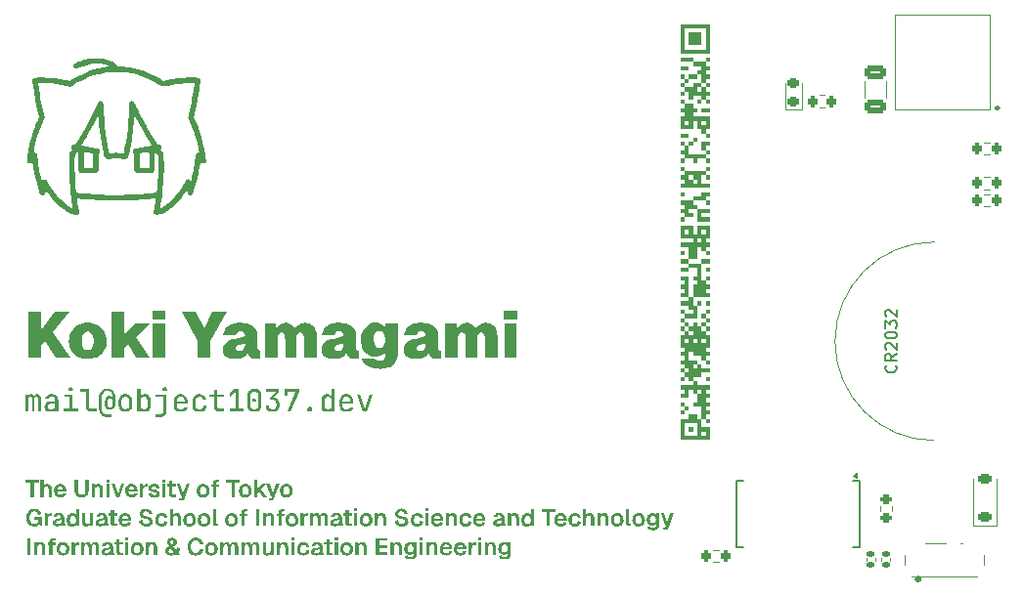
<source format=gbr>
%TF.GenerationSoftware,KiCad,Pcbnew,8.0.6*%
%TF.CreationDate,2025-06-19T14:33:08+09:00*%
%TF.ProjectId,card,63617264-2e6b-4696-9361-645f70636258,rev?*%
%TF.SameCoordinates,Original*%
%TF.FileFunction,Legend,Top*%
%TF.FilePolarity,Positive*%
%FSLAX46Y46*%
G04 Gerber Fmt 4.6, Leading zero omitted, Abs format (unit mm)*
G04 Created by KiCad (PCBNEW 8.0.6) date 2025-06-19 14:33:08*
%MOMM*%
%LPD*%
G01*
G04 APERTURE LIST*
G04 Aperture macros list*
%AMRoundRect*
0 Rectangle with rounded corners*
0 $1 Rounding radius*
0 $2 $3 $4 $5 $6 $7 $8 $9 X,Y pos of 4 corners*
0 Add a 4 corners polygon primitive as box body*
4,1,4,$2,$3,$4,$5,$6,$7,$8,$9,$2,$3,0*
0 Add four circle primitives for the rounded corners*
1,1,$1+$1,$2,$3*
1,1,$1+$1,$4,$5*
1,1,$1+$1,$6,$7*
1,1,$1+$1,$8,$9*
0 Add four rect primitives between the rounded corners*
20,1,$1+$1,$2,$3,$4,$5,0*
20,1,$1+$1,$4,$5,$6,$7,0*
20,1,$1+$1,$6,$7,$8,$9,0*
20,1,$1+$1,$8,$9,$2,$3,0*%
G04 Aperture macros list end*
%ADD10C,0.100000*%
%ADD11C,0.187500*%
%ADD12C,0.153000*%
%ADD13C,0.500000*%
%ADD14C,0.025000*%
%ADD15C,0.300000*%
%ADD16C,0.120000*%
%ADD17C,0.000000*%
%ADD18C,0.150000*%
%ADD19C,0.250000*%
%ADD20R,0.800000X0.800000*%
%ADD21C,0.900000*%
%ADD22R,0.700000X1.250000*%
%ADD23RoundRect,0.225000X0.375000X-0.225000X0.375000X0.225000X-0.375000X0.225000X-0.375000X-0.225000X0*%
%ADD24RoundRect,0.200000X0.200000X0.275000X-0.200000X0.275000X-0.200000X-0.275000X0.200000X-0.275000X0*%
%ADD25R,5.000000X5.000000*%
%ADD26R,4.000000X4.000000*%
%ADD27RoundRect,0.140000X-0.170000X0.140000X-0.170000X-0.140000X0.170000X-0.140000X0.170000X0.140000X0*%
%ADD28R,0.450000X1.750000*%
%ADD29RoundRect,0.200000X0.275000X-0.200000X0.275000X0.200000X-0.275000X0.200000X-0.275000X-0.200000X0*%
%ADD30RoundRect,0.200000X-0.200000X-0.275000X0.200000X-0.275000X0.200000X0.275000X-0.200000X0.275000X0*%
%ADD31RoundRect,0.218750X0.256250X-0.218750X0.256250X0.218750X-0.256250X0.218750X-0.256250X-0.218750X0*%
%ADD32R,0.400000X0.400000*%
%ADD33RoundRect,0.250000X-0.650000X0.325000X-0.650000X-0.325000X0.650000X-0.325000X0.650000X0.325000X0*%
%ADD34R,1.700000X1.700000*%
%ADD35O,1.700000X1.700000*%
G04 APERTURE END LIST*
D10*
X132800000Y-88300000D02*
G75*
G02*
X132800000Y-71100000I0J8600000D01*
G01*
D11*
G36*
X54576639Y-93202500D02*
G01*
X54849581Y-93202500D01*
X54849581Y-91939275D01*
X55300942Y-91939275D01*
X55300942Y-91701871D01*
X54123080Y-91701871D01*
X54123080Y-91939275D01*
X54576639Y-91939275D01*
X54576639Y-93202500D01*
G37*
G36*
X55426605Y-93202500D02*
G01*
X55695516Y-93202500D01*
X55695516Y-92552203D01*
X55702134Y-92472708D01*
X55726711Y-92394363D01*
X55776435Y-92326980D01*
X55846572Y-92286078D01*
X55921140Y-92272584D01*
X55934752Y-92272301D01*
X56010296Y-92285314D01*
X56073038Y-92332177D01*
X56107834Y-92401330D01*
X56123111Y-92481622D01*
X56125994Y-92545975D01*
X56125994Y-93202500D01*
X56394539Y-93202500D01*
X56394539Y-92480762D01*
X56388372Y-92390459D01*
X56370004Y-92308296D01*
X56339632Y-92235475D01*
X56297452Y-92173199D01*
X56243664Y-92122669D01*
X56178464Y-92085088D01*
X56102050Y-92061658D01*
X56014619Y-92053581D01*
X55938957Y-92059597D01*
X55857793Y-92081967D01*
X55786693Y-92121112D01*
X55728190Y-92177283D01*
X55695516Y-92227971D01*
X55695516Y-91701871D01*
X55426605Y-91701871D01*
X55426605Y-93202500D01*
G37*
G36*
X57198272Y-92056174D02*
G01*
X57281434Y-92069619D01*
X57357911Y-92094213D01*
X57427215Y-92129598D01*
X57488859Y-92175414D01*
X57542357Y-92231302D01*
X57587220Y-92296906D01*
X57622962Y-92371865D01*
X57649095Y-92455821D01*
X57665132Y-92548415D01*
X57670586Y-92649289D01*
X57670586Y-92710106D01*
X56874476Y-92710106D01*
X56879309Y-92764028D01*
X56897964Y-92842129D01*
X56936836Y-92916421D01*
X56992367Y-92969505D01*
X57063152Y-93001366D01*
X57147784Y-93011990D01*
X57220414Y-93003841D01*
X57288978Y-92975418D01*
X57346960Y-92920800D01*
X57380792Y-92853721D01*
X57655931Y-92870573D01*
X57627135Y-92949376D01*
X57586854Y-93019455D01*
X57535832Y-93080260D01*
X57474810Y-93131242D01*
X57404532Y-93171851D01*
X57325740Y-93201538D01*
X57239177Y-93219753D01*
X57145586Y-93225947D01*
X57084042Y-93223263D01*
X56997369Y-93209405D01*
X56917873Y-93184198D01*
X56846014Y-93148149D01*
X56782249Y-93101761D01*
X56727037Y-93045540D01*
X56680836Y-92979993D01*
X56644104Y-92905623D01*
X56617300Y-92822936D01*
X56600881Y-92732439D01*
X56595307Y-92634635D01*
X56597794Y-92570753D01*
X56603601Y-92529855D01*
X56874476Y-92529855D01*
X57393248Y-92529855D01*
X57391829Y-92513303D01*
X57377436Y-92438816D01*
X57345115Y-92367386D01*
X57288746Y-92308296D01*
X57214778Y-92274700D01*
X57139357Y-92265706D01*
X57125893Y-92265978D01*
X57051150Y-92278908D01*
X56978234Y-92317883D01*
X56922543Y-92381689D01*
X56889981Y-92455428D01*
X56874476Y-92529855D01*
X56603601Y-92529855D01*
X56610627Y-92480364D01*
X56633947Y-92397013D01*
X56667264Y-92321284D01*
X56710091Y-92253760D01*
X56761938Y-92195025D01*
X56822316Y-92145660D01*
X56890736Y-92106250D01*
X56966709Y-92077379D01*
X57049746Y-92059628D01*
X57139357Y-92053581D01*
X57198272Y-92056174D01*
G37*
G36*
X58982903Y-93225947D02*
G01*
X59082580Y-93220263D01*
X59174601Y-93203504D01*
X59258497Y-93176111D01*
X59333799Y-93138524D01*
X59400037Y-93091182D01*
X59456742Y-93034527D01*
X59503446Y-92968997D01*
X59539679Y-92895034D01*
X59564972Y-92813077D01*
X59578856Y-92723567D01*
X59581542Y-92659914D01*
X59581542Y-91701871D01*
X59308600Y-91701871D01*
X59308600Y-92659914D01*
X59303141Y-92734743D01*
X59281296Y-92815490D01*
X59243341Y-92881517D01*
X59189896Y-92932279D01*
X59121583Y-92967231D01*
X59039021Y-92985828D01*
X58982903Y-92988909D01*
X58892967Y-92980386D01*
X58816636Y-92955182D01*
X58754580Y-92913840D01*
X58707471Y-92856907D01*
X58675979Y-92784927D01*
X58660774Y-92698445D01*
X58659403Y-92659914D01*
X58659403Y-91701871D01*
X58386461Y-91701871D01*
X58386461Y-92659914D01*
X58392477Y-92754216D01*
X58410203Y-92841257D01*
X58439161Y-92920598D01*
X58478869Y-92991799D01*
X58528848Y-93054420D01*
X58588619Y-93108019D01*
X58657700Y-93152159D01*
X58735612Y-93186397D01*
X58821876Y-93210294D01*
X58916010Y-93223410D01*
X58982903Y-93225947D01*
G37*
G36*
X59864009Y-93202500D02*
G01*
X60132920Y-93202500D01*
X60132920Y-92566857D01*
X60139387Y-92484323D01*
X60163440Y-92402247D01*
X60203954Y-92339460D01*
X60270169Y-92291689D01*
X60341576Y-92273528D01*
X60368126Y-92272301D01*
X60450034Y-92287176D01*
X60514055Y-92339460D01*
X60547255Y-92414609D01*
X60560943Y-92499819D01*
X60563398Y-92566857D01*
X60563398Y-93202500D01*
X60831943Y-93202500D01*
X60831943Y-92480762D01*
X60825697Y-92389828D01*
X60807116Y-92307369D01*
X60776437Y-92234509D01*
X60733895Y-92172375D01*
X60679726Y-92122090D01*
X60614168Y-92084779D01*
X60537456Y-92061568D01*
X60449825Y-92053581D01*
X60368663Y-92060408D01*
X60294035Y-92081614D01*
X60227609Y-92118286D01*
X60171050Y-92171510D01*
X60126026Y-92242374D01*
X60113869Y-92270102D01*
X60107641Y-92077028D01*
X59864009Y-92077028D01*
X59864009Y-93202500D01*
G37*
G36*
X61108182Y-91918026D02*
G01*
X61387718Y-91918026D01*
X61387718Y-91678424D01*
X61108182Y-91678424D01*
X61108182Y-91918026D01*
G37*
G36*
X61112578Y-93202500D02*
G01*
X61381489Y-93202500D01*
X61381489Y-92077028D01*
X61112578Y-92077028D01*
X61112578Y-93202500D01*
G37*
G36*
X61962909Y-93202500D02*
G01*
X62282013Y-93202500D01*
X62691608Y-92077028D01*
X62408042Y-92077028D01*
X62122278Y-92931756D01*
X61836880Y-92077028D01*
X61553314Y-92077028D01*
X61962909Y-93202500D01*
G37*
G36*
X63360519Y-92056174D02*
G01*
X63443681Y-92069619D01*
X63520158Y-92094213D01*
X63589462Y-92129598D01*
X63651106Y-92175414D01*
X63704604Y-92231302D01*
X63749467Y-92296906D01*
X63785209Y-92371865D01*
X63811342Y-92455821D01*
X63827379Y-92548415D01*
X63832833Y-92649289D01*
X63832833Y-92710106D01*
X63036723Y-92710106D01*
X63041556Y-92764028D01*
X63060211Y-92842129D01*
X63099083Y-92916421D01*
X63154614Y-92969505D01*
X63225399Y-93001366D01*
X63310031Y-93011990D01*
X63382661Y-93003841D01*
X63451225Y-92975418D01*
X63509207Y-92920800D01*
X63543039Y-92853721D01*
X63818178Y-92870573D01*
X63789382Y-92949376D01*
X63749101Y-93019455D01*
X63698079Y-93080260D01*
X63637057Y-93131242D01*
X63566779Y-93171851D01*
X63487987Y-93201538D01*
X63401424Y-93219753D01*
X63307833Y-93225947D01*
X63246289Y-93223263D01*
X63159616Y-93209405D01*
X63080120Y-93184198D01*
X63008261Y-93148149D01*
X62944496Y-93101761D01*
X62889284Y-93045540D01*
X62843083Y-92979993D01*
X62806351Y-92905623D01*
X62779547Y-92822936D01*
X62763128Y-92732439D01*
X62757554Y-92634635D01*
X62760041Y-92570753D01*
X62765848Y-92529855D01*
X63036723Y-92529855D01*
X63555495Y-92529855D01*
X63554076Y-92513303D01*
X63539683Y-92438816D01*
X63507362Y-92367386D01*
X63450993Y-92308296D01*
X63377025Y-92274700D01*
X63301605Y-92265706D01*
X63288141Y-92265978D01*
X63213397Y-92278908D01*
X63140481Y-92317883D01*
X63084790Y-92381689D01*
X63052228Y-92455428D01*
X63036723Y-92529855D01*
X62765848Y-92529855D01*
X62772874Y-92480364D01*
X62796194Y-92397013D01*
X62829511Y-92321284D01*
X62872338Y-92253760D01*
X62924185Y-92195025D01*
X62984563Y-92145660D01*
X63052983Y-92106250D01*
X63128956Y-92077379D01*
X63211993Y-92059628D01*
X63301605Y-92053581D01*
X63360519Y-92056174D01*
G37*
G36*
X64042027Y-93202500D02*
G01*
X64310938Y-93202500D01*
X64310938Y-92552936D01*
X64317100Y-92479172D01*
X64340858Y-92409262D01*
X64391358Y-92351892D01*
X64466655Y-92318819D01*
X64551142Y-92308416D01*
X64567027Y-92308204D01*
X64671807Y-92308204D01*
X64671807Y-92077028D01*
X64569225Y-92077028D01*
X64485565Y-92086878D01*
X64416386Y-92117118D01*
X64361018Y-92168782D01*
X64318796Y-92242908D01*
X64300314Y-92295748D01*
X64294085Y-92077028D01*
X64042027Y-92077028D01*
X64042027Y-93202500D01*
G37*
G36*
X65271545Y-93225947D02*
G01*
X65349704Y-93222816D01*
X65444916Y-93209035D01*
X65528916Y-93184516D01*
X65600697Y-93149520D01*
X65659249Y-93104308D01*
X65712299Y-93033829D01*
X65741131Y-92948309D01*
X65745987Y-92889991D01*
X65737237Y-92808689D01*
X65709154Y-92739319D01*
X65658987Y-92680935D01*
X65583985Y-92632588D01*
X65504255Y-92600500D01*
X65432025Y-92579960D01*
X65348478Y-92562215D01*
X65286200Y-92551837D01*
X65203402Y-92535190D01*
X65126659Y-92507099D01*
X65073833Y-92450170D01*
X65065648Y-92398330D01*
X65088662Y-92323941D01*
X65149178Y-92278328D01*
X65224415Y-92260949D01*
X65258722Y-92259478D01*
X65332861Y-92267542D01*
X65405941Y-92300768D01*
X65455902Y-92362988D01*
X65474493Y-92434710D01*
X65475244Y-92444492D01*
X65748185Y-92432035D01*
X65735141Y-92356028D01*
X65709849Y-92285112D01*
X65671633Y-92220842D01*
X65619820Y-92164773D01*
X65553737Y-92118458D01*
X65472708Y-92083451D01*
X65376060Y-92061308D01*
X65292918Y-92054076D01*
X65263119Y-92053581D01*
X65179535Y-92057339D01*
X65103799Y-92068342D01*
X65015167Y-92093581D01*
X64940825Y-92130017D01*
X64880967Y-92176688D01*
X64826806Y-92247956D01*
X64795955Y-92331835D01*
X64788311Y-92406756D01*
X64796220Y-92489406D01*
X64822065Y-92559067D01*
X64869025Y-92617240D01*
X64940277Y-92665426D01*
X65016905Y-92697793D01*
X65112741Y-92725497D01*
X65198203Y-92743677D01*
X65229413Y-92749307D01*
X65311621Y-92765999D01*
X65382962Y-92787091D01*
X65448396Y-92829329D01*
X65466817Y-92894387D01*
X65442852Y-92967876D01*
X65373276Y-93008896D01*
X65296017Y-93019967D01*
X65273377Y-93020416D01*
X65192158Y-93013420D01*
X65120148Y-92988195D01*
X65064264Y-92938188D01*
X65032377Y-92867141D01*
X65025715Y-92835403D01*
X64750575Y-92847859D01*
X64763749Y-92927532D01*
X64790915Y-93000135D01*
X64832498Y-93064571D01*
X64888924Y-93119747D01*
X64960616Y-93164567D01*
X65048000Y-93197937D01*
X65124092Y-93214792D01*
X65209429Y-93224128D01*
X65271545Y-93225947D01*
G37*
G36*
X65951517Y-91918026D02*
G01*
X66231053Y-91918026D01*
X66231053Y-91678424D01*
X65951517Y-91678424D01*
X65951517Y-91918026D01*
G37*
G36*
X65955914Y-93202500D02*
G01*
X66224825Y-93202500D01*
X66224825Y-92077028D01*
X65955914Y-92077028D01*
X65955914Y-93202500D01*
G37*
G36*
X66900767Y-93202500D02*
G01*
X67140003Y-93202500D01*
X67140003Y-92994771D01*
X66982466Y-92994771D01*
X66908463Y-92983734D01*
X66854560Y-92928386D01*
X66843981Y-92855553D01*
X66843981Y-92285123D01*
X67140003Y-92285123D01*
X67140003Y-92077028D01*
X66843981Y-92077028D01*
X66843981Y-91814712D01*
X66575069Y-91814712D01*
X66575069Y-92077028D01*
X66398482Y-92077028D01*
X66398482Y-92285123D01*
X66575069Y-92285123D01*
X66575069Y-92880832D01*
X66579928Y-92958712D01*
X66599874Y-93040105D01*
X66635595Y-93104323D01*
X66699826Y-93159551D01*
X66771609Y-93188080D01*
X66860401Y-93201338D01*
X66900767Y-93202500D01*
G37*
G36*
X67401587Y-93507315D02*
G01*
X67592463Y-93507315D01*
X67676295Y-93500992D01*
X67754966Y-93476867D01*
X67816035Y-93433433D01*
X67862653Y-93369357D01*
X67888852Y-93310211D01*
X68327756Y-92077028D01*
X68048220Y-92077028D01*
X67779309Y-92898417D01*
X67497941Y-92077028D01*
X67218771Y-92077028D01*
X67619940Y-93149010D01*
X67697609Y-93149010D01*
X67666102Y-93226313D01*
X67621304Y-93284726D01*
X67544103Y-93299586D01*
X67401587Y-93299586D01*
X67401587Y-93507315D01*
G37*
G36*
X69560941Y-92056264D02*
G01*
X69646872Y-92070103D01*
X69725979Y-92095249D01*
X69797741Y-92131171D01*
X69861632Y-92177338D01*
X69917131Y-92233219D01*
X69963712Y-92298283D01*
X70000853Y-92372001D01*
X70028031Y-92453840D01*
X70044721Y-92543272D01*
X70050401Y-92639764D01*
X70047863Y-92704911D01*
X70034785Y-92796817D01*
X70011045Y-92881278D01*
X69977167Y-92957770D01*
X69933674Y-93025768D01*
X69881090Y-93084745D01*
X69819938Y-93134177D01*
X69750742Y-93173538D01*
X69674025Y-93202304D01*
X69590310Y-93219949D01*
X69500122Y-93225947D01*
X69438855Y-93223268D01*
X69352372Y-93209447D01*
X69272838Y-93184330D01*
X69200763Y-93148442D01*
X69136652Y-93102309D01*
X69081013Y-93046455D01*
X69034352Y-92981406D01*
X68997178Y-92907687D01*
X68969998Y-92825824D01*
X68953317Y-92736341D01*
X68947644Y-92639764D01*
X69226814Y-92639764D01*
X69227103Y-92661352D01*
X69233969Y-92741778D01*
X69255078Y-92828488D01*
X69289604Y-92899081D01*
X69347989Y-92961374D01*
X69423994Y-92997881D01*
X69500122Y-93007594D01*
X69531538Y-93006027D01*
X69615068Y-92982939D01*
X69681751Y-92933363D01*
X69723740Y-92872830D01*
X69752776Y-92795692D01*
X69766294Y-92722573D01*
X69770865Y-92639764D01*
X69770577Y-92618371D01*
X69763742Y-92538508D01*
X69742752Y-92452099D01*
X69708467Y-92381485D01*
X69650577Y-92318932D01*
X69575348Y-92282125D01*
X69500122Y-92272301D01*
X69468314Y-92273888D01*
X69383847Y-92297208D01*
X69316536Y-92347093D01*
X69274218Y-92407775D01*
X69244995Y-92484821D01*
X69231405Y-92557602D01*
X69226814Y-92639764D01*
X68947644Y-92639764D01*
X68950178Y-92574678D01*
X68963246Y-92482834D01*
X68986983Y-92398404D01*
X69020882Y-92321920D01*
X69064437Y-92253913D01*
X69117139Y-92194911D01*
X69178482Y-92145448D01*
X69247960Y-92106052D01*
X69325063Y-92077255D01*
X69409286Y-92059588D01*
X69500122Y-92053581D01*
X69560941Y-92056264D01*
G37*
G36*
X70333600Y-93202500D02*
G01*
X70604344Y-93202500D01*
X70604344Y-92311502D01*
X70883879Y-92311502D01*
X70883879Y-92103773D01*
X70604344Y-92103773D01*
X70604344Y-92044056D01*
X70618241Y-91968690D01*
X70673432Y-91918656D01*
X70730373Y-91909966D01*
X70898534Y-91909966D01*
X70898534Y-91701871D01*
X70680181Y-91701871D01*
X70597128Y-91707605D01*
X70509876Y-91730342D01*
X70440623Y-91769414D01*
X70388933Y-91823792D01*
X70354369Y-91892444D01*
X70336495Y-91974338D01*
X70333600Y-92029401D01*
X70333600Y-92103773D01*
X70173866Y-92103773D01*
X70173866Y-92311502D01*
X70333600Y-92311502D01*
X70333600Y-93202500D01*
G37*
G36*
X71940840Y-93202500D02*
G01*
X72213782Y-93202500D01*
X72213782Y-91939275D01*
X72665143Y-91939275D01*
X72665143Y-91701871D01*
X71487281Y-91701871D01*
X71487281Y-91939275D01*
X71940840Y-91939275D01*
X71940840Y-93202500D01*
G37*
G36*
X73217256Y-92056264D02*
G01*
X73303187Y-92070103D01*
X73382295Y-92095249D01*
X73454056Y-92131171D01*
X73517948Y-92177338D01*
X73573446Y-92233219D01*
X73620027Y-92298283D01*
X73657169Y-92372001D01*
X73684346Y-92453840D01*
X73701036Y-92543272D01*
X73706716Y-92639764D01*
X73704179Y-92704911D01*
X73691101Y-92796817D01*
X73667361Y-92881278D01*
X73633483Y-92957770D01*
X73589990Y-93025768D01*
X73537406Y-93084745D01*
X73476254Y-93134177D01*
X73407057Y-93173538D01*
X73330340Y-93202304D01*
X73246626Y-93219949D01*
X73156437Y-93225947D01*
X73095170Y-93223268D01*
X73008687Y-93209447D01*
X72929154Y-93184330D01*
X72857078Y-93148442D01*
X72792967Y-93102309D01*
X72737328Y-93046455D01*
X72690668Y-92981406D01*
X72653494Y-92907687D01*
X72626313Y-92825824D01*
X72609633Y-92736341D01*
X72603960Y-92639764D01*
X72883129Y-92639764D01*
X72883418Y-92661352D01*
X72890285Y-92741778D01*
X72911394Y-92828488D01*
X72945919Y-92899081D01*
X73004304Y-92961374D01*
X73080309Y-92997881D01*
X73156437Y-93007594D01*
X73187854Y-93006027D01*
X73271384Y-92982939D01*
X73338067Y-92933363D01*
X73380056Y-92872830D01*
X73409091Y-92795692D01*
X73422609Y-92722573D01*
X73427180Y-92639764D01*
X73426892Y-92618371D01*
X73420057Y-92538508D01*
X73399068Y-92452099D01*
X73364783Y-92381485D01*
X73306893Y-92318932D01*
X73231663Y-92282125D01*
X73156437Y-92272301D01*
X73124629Y-92273888D01*
X73040162Y-92297208D01*
X72972851Y-92347093D01*
X72930533Y-92407775D01*
X72901310Y-92484821D01*
X72887720Y-92557602D01*
X72883129Y-92639764D01*
X72603960Y-92639764D01*
X72606494Y-92574678D01*
X72619561Y-92482834D01*
X72643298Y-92398404D01*
X72677197Y-92321920D01*
X72720752Y-92253913D01*
X72773454Y-92194911D01*
X72834798Y-92145448D01*
X72904275Y-92106052D01*
X72981379Y-92077255D01*
X73065602Y-92059588D01*
X73156437Y-92053581D01*
X73217256Y-92056264D01*
G37*
G36*
X73913346Y-93202500D02*
G01*
X74182257Y-93202500D01*
X74182257Y-92892922D01*
X74358478Y-92705343D01*
X74686008Y-93202500D01*
X74988625Y-93202500D01*
X74535066Y-92545242D01*
X74973970Y-92077028D01*
X74642044Y-92077028D01*
X74182257Y-92585176D01*
X74182257Y-91701871D01*
X73913346Y-91701871D01*
X73913346Y-93202500D01*
G37*
G36*
X75164113Y-93507315D02*
G01*
X75354989Y-93507315D01*
X75438821Y-93500992D01*
X75517492Y-93476867D01*
X75578561Y-93433433D01*
X75625179Y-93369357D01*
X75651378Y-93310211D01*
X76090282Y-92077028D01*
X75810746Y-92077028D01*
X75541835Y-92898417D01*
X75260467Y-92077028D01*
X74981297Y-92077028D01*
X75382466Y-93149010D01*
X75460136Y-93149010D01*
X75428628Y-93226313D01*
X75383830Y-93284726D01*
X75306629Y-93299586D01*
X75164113Y-93299586D01*
X75164113Y-93507315D01*
G37*
G36*
X76769524Y-92056264D02*
G01*
X76855455Y-92070103D01*
X76934563Y-92095249D01*
X77006324Y-92131171D01*
X77070216Y-92177338D01*
X77125714Y-92233219D01*
X77172295Y-92298283D01*
X77209437Y-92372001D01*
X77236614Y-92453840D01*
X77253304Y-92543272D01*
X77258984Y-92639764D01*
X77256447Y-92704911D01*
X77243369Y-92796817D01*
X77219629Y-92881278D01*
X77185751Y-92957770D01*
X77142258Y-93025768D01*
X77089674Y-93084745D01*
X77028522Y-93134177D01*
X76959325Y-93173538D01*
X76882608Y-93202304D01*
X76798894Y-93219949D01*
X76708705Y-93225947D01*
X76647438Y-93223268D01*
X76560955Y-93209447D01*
X76481422Y-93184330D01*
X76409346Y-93148442D01*
X76345235Y-93102309D01*
X76289596Y-93046455D01*
X76242936Y-92981406D01*
X76205762Y-92907687D01*
X76178581Y-92825824D01*
X76161901Y-92736341D01*
X76156228Y-92639764D01*
X76435397Y-92639764D01*
X76435686Y-92661352D01*
X76442553Y-92741778D01*
X76463662Y-92828488D01*
X76498187Y-92899081D01*
X76556572Y-92961374D01*
X76632577Y-92997881D01*
X76708705Y-93007594D01*
X76740122Y-93006027D01*
X76823652Y-92982939D01*
X76890335Y-92933363D01*
X76932324Y-92872830D01*
X76961359Y-92795692D01*
X76974877Y-92722573D01*
X76979448Y-92639764D01*
X76979160Y-92618371D01*
X76972325Y-92538508D01*
X76951336Y-92452099D01*
X76917051Y-92381485D01*
X76859161Y-92318932D01*
X76783931Y-92282125D01*
X76708705Y-92272301D01*
X76676897Y-92273888D01*
X76592430Y-92297208D01*
X76525119Y-92347093D01*
X76482801Y-92407775D01*
X76453578Y-92484821D01*
X76439988Y-92557602D01*
X76435397Y-92639764D01*
X76156228Y-92639764D01*
X76158761Y-92574678D01*
X76171829Y-92482834D01*
X76195566Y-92398404D01*
X76229465Y-92321920D01*
X76273020Y-92253913D01*
X76325722Y-92194911D01*
X76387066Y-92145448D01*
X76456543Y-92106052D01*
X76533647Y-92077255D01*
X76617870Y-92059588D01*
X76708705Y-92053581D01*
X76769524Y-92056264D01*
G37*
G36*
X54870464Y-95745947D02*
G01*
X54947691Y-95741236D01*
X55021097Y-95727491D01*
X55106212Y-95698497D01*
X55182428Y-95657442D01*
X55248119Y-95605465D01*
X55301659Y-95543708D01*
X55334647Y-95488026D01*
X55347470Y-95722500D01*
X55523691Y-95722500D01*
X55523691Y-94948738D01*
X54889515Y-94948738D01*
X54889515Y-95160863D01*
X55256978Y-95160863D01*
X55242952Y-95249353D01*
X55211465Y-95328764D01*
X55163467Y-95396674D01*
X55099903Y-95450659D01*
X55021721Y-95488296D01*
X54949289Y-95505007D01*
X54889515Y-95508909D01*
X54812750Y-95503076D01*
X54723062Y-95478000D01*
X54647560Y-95434681D01*
X54585932Y-95374786D01*
X54537862Y-95299980D01*
X54503038Y-95211930D01*
X54485425Y-95138202D01*
X54474954Y-95058663D01*
X54471493Y-94974017D01*
X54474952Y-94891575D01*
X54485411Y-94813202D01*
X54502990Y-94739781D01*
X54537715Y-94651114D01*
X54585602Y-94574909D01*
X54646939Y-94513258D01*
X54722014Y-94468251D01*
X54811114Y-94441979D01*
X54887316Y-94435828D01*
X54962450Y-94441077D01*
X55042186Y-94461706D01*
X55107112Y-94496771D01*
X55166902Y-94556095D01*
X55208579Y-94632141D01*
X55230739Y-94706687D01*
X55233897Y-94722691D01*
X55519661Y-94708037D01*
X55498455Y-94625793D01*
X55470102Y-94549042D01*
X55434336Y-94478352D01*
X55390887Y-94414289D01*
X55339488Y-94357421D01*
X55279871Y-94308313D01*
X55211768Y-94267534D01*
X55134910Y-94235650D01*
X55049030Y-94213228D01*
X54953859Y-94200835D01*
X54885118Y-94198424D01*
X54805346Y-94202272D01*
X54729873Y-94213598D01*
X54658815Y-94232075D01*
X54560764Y-94272481D01*
X54473306Y-94327134D01*
X54396837Y-94394930D01*
X54331750Y-94474763D01*
X54278442Y-94565529D01*
X54237306Y-94666122D01*
X54216840Y-94738099D01*
X54202076Y-94813626D01*
X54193132Y-94892374D01*
X54190125Y-94974017D01*
X54193085Y-95057189D01*
X54201882Y-95136986D01*
X54216398Y-95213134D01*
X54236510Y-95285358D01*
X54276909Y-95385735D01*
X54329221Y-95475737D01*
X54393040Y-95554437D01*
X54467957Y-95620908D01*
X54553566Y-95674221D01*
X54649458Y-95713451D01*
X54755227Y-95737668D01*
X54831024Y-95745016D01*
X54870464Y-95745947D01*
G37*
G36*
X55770987Y-95722500D02*
G01*
X56039898Y-95722500D01*
X56039898Y-95072936D01*
X56046060Y-94999172D01*
X56069818Y-94929262D01*
X56120318Y-94871892D01*
X56195615Y-94838819D01*
X56280103Y-94828416D01*
X56295987Y-94828204D01*
X56400767Y-94828204D01*
X56400767Y-94597028D01*
X56298185Y-94597028D01*
X56214526Y-94606878D01*
X56145346Y-94637118D01*
X56089978Y-94688782D01*
X56047756Y-94762908D01*
X56029274Y-94815748D01*
X56023046Y-94597028D01*
X55770987Y-94597028D01*
X55770987Y-95722500D01*
G37*
G36*
X57094998Y-94577982D02*
G01*
X57172558Y-94591051D01*
X57263201Y-94621617D01*
X57339111Y-94666768D01*
X57400139Y-94726030D01*
X57446134Y-94798933D01*
X57476945Y-94885003D01*
X57489999Y-94957913D01*
X57494364Y-95037765D01*
X57494364Y-95441864D01*
X57497366Y-95475511D01*
X57557379Y-95518801D01*
X57592916Y-95518801D01*
X57592916Y-95714439D01*
X57569380Y-95718095D01*
X57494364Y-95722500D01*
X57483022Y-95722369D01*
X57399823Y-95711138D01*
X57332518Y-95679014D01*
X57284610Y-95622084D01*
X57261357Y-95548843D01*
X57236116Y-95591603D01*
X57184305Y-95647481D01*
X57117376Y-95692183D01*
X57037154Y-95724288D01*
X56961466Y-95740395D01*
X56878872Y-95745947D01*
X56878872Y-95739352D01*
X56814889Y-95736448D01*
X56736774Y-95723700D01*
X56651940Y-95693950D01*
X56582951Y-95649429D01*
X56531534Y-95590756D01*
X56499418Y-95518552D01*
X56488328Y-95433438D01*
X56489911Y-95414387D01*
X56767498Y-95414387D01*
X56767670Y-95422514D01*
X56791802Y-95495802D01*
X56854831Y-95536946D01*
X56933461Y-95544080D01*
X56933461Y-95550675D01*
X56981976Y-95547736D01*
X57067689Y-95525057D01*
X57136744Y-95481825D01*
X57187257Y-95420255D01*
X57217343Y-95342565D01*
X57225453Y-95267109D01*
X57225453Y-95204094D01*
X56935659Y-95263079D01*
X56924636Y-95265322D01*
X56851017Y-95289003D01*
X56789117Y-95338305D01*
X56767498Y-95414387D01*
X56489911Y-95414387D01*
X56493956Y-95365722D01*
X56516896Y-95292270D01*
X56557642Y-95230487D01*
X56616336Y-95179551D01*
X56693120Y-95138641D01*
X56767669Y-95112579D01*
X56853960Y-95091987D01*
X57225453Y-95019080D01*
X57222026Y-94964070D01*
X57199627Y-94884894D01*
X57148725Y-94821503D01*
X57082304Y-94790211D01*
X57009298Y-94781676D01*
X56931815Y-94790266D01*
X56862618Y-94820656D01*
X56808422Y-94880131D01*
X56780321Y-94954600D01*
X56507379Y-94942144D01*
X56511900Y-94920489D01*
X56537844Y-94839837D01*
X56576014Y-94769038D01*
X56625942Y-94708498D01*
X56687161Y-94658627D01*
X56759202Y-94619831D01*
X56841598Y-94592519D01*
X56933880Y-94577098D01*
X57009298Y-94573581D01*
X57094998Y-94577982D01*
G37*
G36*
X58763817Y-95722500D02*
G01*
X58507728Y-95722500D01*
X58501500Y-95555071D01*
X58488905Y-95576957D01*
X58442263Y-95635436D01*
X58383643Y-95682459D01*
X58314726Y-95717141D01*
X58237191Y-95738598D01*
X58152721Y-95745947D01*
X58152721Y-95747779D01*
X58100416Y-95745144D01*
X58026902Y-95731525D01*
X57938662Y-95696041D01*
X57862360Y-95641760D01*
X57798828Y-95569776D01*
X57760060Y-95504830D01*
X57729296Y-95431003D01*
X57706887Y-95348759D01*
X57693183Y-95258558D01*
X57688538Y-95160863D01*
X57688573Y-95159764D01*
X57967707Y-95159764D01*
X57972541Y-95240157D01*
X57991575Y-95328777D01*
X58024004Y-95402945D01*
X58079030Y-95470970D01*
X58149811Y-95513908D01*
X58234420Y-95529426D01*
X58234420Y-95527594D01*
X58249769Y-95527213D01*
X58332836Y-95509157D01*
X58399769Y-95464697D01*
X58449653Y-95394719D01*
X58477543Y-95317547D01*
X58490520Y-95243835D01*
X58494905Y-95159764D01*
X58494635Y-95137661D01*
X58488206Y-95055818D01*
X58468360Y-94968528D01*
X58435745Y-94898287D01*
X58380283Y-94837057D01*
X58307628Y-94801627D01*
X58234420Y-94792301D01*
X58204437Y-94793912D01*
X58123658Y-94817517D01*
X58057929Y-94867803D01*
X58015854Y-94928719D01*
X57986352Y-95005748D01*
X57972451Y-95078233D01*
X57967707Y-95159764D01*
X57688573Y-95159764D01*
X57690659Y-95094919D01*
X57701606Y-95002149D01*
X57721499Y-94917168D01*
X57749922Y-94840441D01*
X57786458Y-94772435D01*
X57830690Y-94713613D01*
X57900919Y-94650278D01*
X57983103Y-94605203D01*
X58076254Y-94579493D01*
X58152721Y-94573581D01*
X58237587Y-94580766D01*
X58314185Y-94601692D01*
X58381354Y-94635417D01*
X58446255Y-94689684D01*
X58494905Y-94758595D01*
X58494905Y-94221871D01*
X58763817Y-94221871D01*
X58763817Y-95722500D01*
G37*
G36*
X59389567Y-95745947D02*
G01*
X59462759Y-95740762D01*
X59540979Y-95720975D01*
X59608413Y-95686593D01*
X59664743Y-95637835D01*
X59709651Y-95574919D01*
X59727721Y-95538218D01*
X59731751Y-95722500D01*
X59977581Y-95722500D01*
X59977581Y-94597028D01*
X59708670Y-94597028D01*
X59708670Y-95244760D01*
X59702612Y-95324692D01*
X59679852Y-95403727D01*
X59633076Y-95471959D01*
X59565881Y-95513539D01*
X59493114Y-95527304D01*
X59479692Y-95527594D01*
X59404193Y-95515279D01*
X59341572Y-95469898D01*
X59306891Y-95401324D01*
X59291684Y-95320061D01*
X59288817Y-95253920D01*
X59288817Y-94597028D01*
X59019905Y-94597028D01*
X59019905Y-95321331D01*
X59026398Y-95416362D01*
X59045465Y-95500506D01*
X59076494Y-95573212D01*
X59118869Y-95633931D01*
X59186861Y-95692136D01*
X59270424Y-95729679D01*
X59347681Y-95744116D01*
X59389567Y-95745947D01*
G37*
G36*
X60814328Y-94577982D02*
G01*
X60891888Y-94591051D01*
X60982531Y-94621617D01*
X61058442Y-94666768D01*
X61119469Y-94726030D01*
X61165464Y-94798933D01*
X61196275Y-94885003D01*
X61209329Y-94957913D01*
X61213695Y-95037765D01*
X61213695Y-95441864D01*
X61216696Y-95475511D01*
X61276709Y-95518801D01*
X61312247Y-95518801D01*
X61312247Y-95714439D01*
X61288710Y-95718095D01*
X61213695Y-95722500D01*
X61202352Y-95722369D01*
X61119153Y-95711138D01*
X61051848Y-95679014D01*
X61003940Y-95622084D01*
X60980687Y-95548843D01*
X60955446Y-95591603D01*
X60903635Y-95647481D01*
X60836706Y-95692183D01*
X60756484Y-95724288D01*
X60680797Y-95740395D01*
X60598203Y-95745947D01*
X60598203Y-95739352D01*
X60534219Y-95736448D01*
X60456104Y-95723700D01*
X60371270Y-95693950D01*
X60302281Y-95649429D01*
X60250864Y-95590756D01*
X60218748Y-95518552D01*
X60207658Y-95433438D01*
X60209241Y-95414387D01*
X60486828Y-95414387D01*
X60487000Y-95422514D01*
X60511132Y-95495802D01*
X60574162Y-95536946D01*
X60652791Y-95544080D01*
X60652791Y-95550675D01*
X60701306Y-95547736D01*
X60787020Y-95525057D01*
X60856074Y-95481825D01*
X60906587Y-95420255D01*
X60936673Y-95342565D01*
X60944783Y-95267109D01*
X60944783Y-95204094D01*
X60654989Y-95263079D01*
X60643966Y-95265322D01*
X60570347Y-95289003D01*
X60508447Y-95338305D01*
X60486828Y-95414387D01*
X60209241Y-95414387D01*
X60213286Y-95365722D01*
X60236226Y-95292270D01*
X60276972Y-95230487D01*
X60335666Y-95179551D01*
X60412450Y-95138641D01*
X60486999Y-95112579D01*
X60573290Y-95091987D01*
X60944783Y-95019080D01*
X60941356Y-94964070D01*
X60918957Y-94884894D01*
X60868055Y-94821503D01*
X60801634Y-94790211D01*
X60728628Y-94781676D01*
X60651145Y-94790266D01*
X60581948Y-94820656D01*
X60527752Y-94880131D01*
X60499651Y-94954600D01*
X60226709Y-94942144D01*
X60231230Y-94920489D01*
X60257174Y-94839837D01*
X60295344Y-94769038D01*
X60345272Y-94708498D01*
X60406491Y-94658627D01*
X60478532Y-94619831D01*
X60560928Y-94592519D01*
X60653210Y-94577098D01*
X60728628Y-94573581D01*
X60814328Y-94577982D01*
G37*
G36*
X61843475Y-95722500D02*
G01*
X62082711Y-95722500D01*
X62082711Y-95514771D01*
X61925174Y-95514771D01*
X61851170Y-95503734D01*
X61797268Y-95448386D01*
X61786688Y-95375553D01*
X61786688Y-94805123D01*
X62082711Y-94805123D01*
X62082711Y-94597028D01*
X61786688Y-94597028D01*
X61786688Y-94334712D01*
X61517777Y-94334712D01*
X61517777Y-94597028D01*
X61341189Y-94597028D01*
X61341189Y-94805123D01*
X61517777Y-94805123D01*
X61517777Y-95400832D01*
X61522636Y-95478712D01*
X61542582Y-95560105D01*
X61578303Y-95624323D01*
X61642534Y-95679551D01*
X61714317Y-95708080D01*
X61803109Y-95721338D01*
X61843475Y-95722500D01*
G37*
G36*
X62799249Y-94576174D02*
G01*
X62882411Y-94589619D01*
X62958888Y-94614213D01*
X63028192Y-94649598D01*
X63089836Y-94695414D01*
X63143334Y-94751302D01*
X63188197Y-94816906D01*
X63223939Y-94891865D01*
X63250072Y-94975821D01*
X63266109Y-95068415D01*
X63271563Y-95169289D01*
X63271563Y-95230106D01*
X62475453Y-95230106D01*
X62480286Y-95284028D01*
X62498940Y-95362129D01*
X62537813Y-95436421D01*
X62593344Y-95489505D01*
X62664129Y-95521366D01*
X62748761Y-95531990D01*
X62821391Y-95523841D01*
X62889955Y-95495418D01*
X62947937Y-95440800D01*
X62981769Y-95373721D01*
X63256908Y-95390573D01*
X63228112Y-95469376D01*
X63187831Y-95539455D01*
X63136809Y-95600260D01*
X63075787Y-95651242D01*
X63005508Y-95691851D01*
X62926717Y-95721538D01*
X62840154Y-95739753D01*
X62746563Y-95745947D01*
X62685019Y-95743263D01*
X62598346Y-95729405D01*
X62518850Y-95704198D01*
X62446991Y-95668149D01*
X62383226Y-95621761D01*
X62328014Y-95565540D01*
X62281813Y-95499993D01*
X62245081Y-95425623D01*
X62218277Y-95342936D01*
X62201858Y-95252439D01*
X62196284Y-95154635D01*
X62198771Y-95090753D01*
X62204578Y-95049855D01*
X62475453Y-95049855D01*
X62994225Y-95049855D01*
X62992806Y-95033303D01*
X62978413Y-94958816D01*
X62946092Y-94887386D01*
X62889723Y-94828296D01*
X62815755Y-94794700D01*
X62740334Y-94785706D01*
X62726870Y-94785978D01*
X62652127Y-94798908D01*
X62579211Y-94837883D01*
X62523519Y-94901689D01*
X62490958Y-94975428D01*
X62475453Y-95049855D01*
X62204578Y-95049855D01*
X62211604Y-95000364D01*
X62234924Y-94917013D01*
X62268241Y-94841284D01*
X62311068Y-94773760D01*
X62362915Y-94715025D01*
X62423293Y-94665660D01*
X62491713Y-94626250D01*
X62567686Y-94597379D01*
X62650723Y-94579628D01*
X62740334Y-94573581D01*
X62799249Y-94576174D01*
G37*
G36*
X64581681Y-95745947D02*
G01*
X64673656Y-95741522D01*
X64759014Y-95728474D01*
X64837225Y-95707147D01*
X64907758Y-95677882D01*
X64988941Y-95627107D01*
X65054273Y-95563641D01*
X65102497Y-95488295D01*
X65132353Y-95401881D01*
X65142585Y-95305211D01*
X65136024Y-95225995D01*
X65115308Y-95153645D01*
X65078887Y-95087983D01*
X65025211Y-95028835D01*
X64952730Y-94976023D01*
X64885097Y-94940467D01*
X64805360Y-94908302D01*
X64712866Y-94879455D01*
X64606960Y-94853850D01*
X64515949Y-94831693D01*
X64441948Y-94809863D01*
X64371077Y-94781438D01*
X64306978Y-94735855D01*
X64274501Y-94668942D01*
X64271004Y-94627070D01*
X64288578Y-94548680D01*
X64339057Y-94487669D01*
X64407570Y-94451727D01*
X64482587Y-94436038D01*
X64525261Y-94433996D01*
X64607841Y-94441819D01*
X64678257Y-94464374D01*
X64746499Y-94508964D01*
X64796774Y-94570439D01*
X64828835Y-94646438D01*
X64839968Y-94704007D01*
X65115108Y-94691550D01*
X65101461Y-94613522D01*
X65079276Y-94540199D01*
X65048550Y-94472231D01*
X65009286Y-94410264D01*
X64943649Y-94338101D01*
X64884459Y-94292662D01*
X64816730Y-94255387D01*
X64740461Y-94226924D01*
X64655653Y-94207922D01*
X64562305Y-94199030D01*
X64529291Y-94198424D01*
X64438912Y-94203102D01*
X64355755Y-94216797D01*
X64280185Y-94239003D01*
X64212566Y-94269213D01*
X64135404Y-94321065D01*
X64073887Y-94385041D01*
X64028878Y-94459940D01*
X64001239Y-94544558D01*
X63991835Y-94637695D01*
X63998507Y-94721899D01*
X64019249Y-94794619D01*
X64066616Y-94871442D01*
X64122985Y-94923297D01*
X64196954Y-94968091D01*
X64264633Y-94997871D01*
X64343281Y-95025019D01*
X64433357Y-95050108D01*
X64499982Y-95065975D01*
X64579290Y-95085843D01*
X64666491Y-95112564D01*
X64734504Y-95140063D01*
X64805327Y-95184001D01*
X64852996Y-95250558D01*
X64863415Y-95319499D01*
X64849172Y-95393869D01*
X64799441Y-95456622D01*
X64728488Y-95491991D01*
X64648589Y-95507738D01*
X64586078Y-95510741D01*
X64496190Y-95503064D01*
X64419550Y-95480348D01*
X64356148Y-95443061D01*
X64297530Y-95379744D01*
X64263224Y-95312055D01*
X64242131Y-95231298D01*
X64239497Y-95213620D01*
X63962159Y-95230106D01*
X63973972Y-95314027D01*
X63996225Y-95392124D01*
X64028619Y-95463866D01*
X64070854Y-95528722D01*
X64122627Y-95586162D01*
X64183639Y-95635654D01*
X64253589Y-95676669D01*
X64332176Y-95708675D01*
X64419099Y-95731142D01*
X64514059Y-95743539D01*
X64581681Y-95745947D01*
G37*
G36*
X65906821Y-95745947D02*
G01*
X65985422Y-95741523D01*
X66059163Y-95728486D01*
X66149168Y-95698313D01*
X66228721Y-95654285D01*
X66296788Y-95597236D01*
X66352332Y-95527998D01*
X66394321Y-95447404D01*
X66421719Y-95356287D01*
X66429623Y-95307042D01*
X66152285Y-95294586D01*
X66133023Y-95374589D01*
X66092929Y-95446394D01*
X66036136Y-95495407D01*
X65965038Y-95522041D01*
X65906821Y-95527594D01*
X65830693Y-95517881D01*
X65754688Y-95481374D01*
X65696303Y-95419081D01*
X65661778Y-95348488D01*
X65640669Y-95261778D01*
X65633802Y-95181352D01*
X65633513Y-95159764D01*
X65638104Y-95077602D01*
X65651694Y-95004821D01*
X65680917Y-94927775D01*
X65723235Y-94867093D01*
X65790546Y-94817208D01*
X65875013Y-94793888D01*
X65906821Y-94792301D01*
X65986425Y-94803050D01*
X66053217Y-94834963D01*
X66105216Y-94887531D01*
X66140445Y-94960249D01*
X66152285Y-95010654D01*
X66429623Y-94995999D01*
X66415690Y-94923950D01*
X66383819Y-94837372D01*
X66337763Y-94762118D01*
X66278621Y-94698712D01*
X66207492Y-94647677D01*
X66125475Y-94609536D01*
X66033669Y-94584815D01*
X65959052Y-94575395D01*
X65906821Y-94573581D01*
X65815986Y-94579641D01*
X65731762Y-94597444D01*
X65654659Y-94626427D01*
X65585182Y-94666027D01*
X65523838Y-94715681D01*
X65471136Y-94774825D01*
X65427581Y-94842897D01*
X65393682Y-94919332D01*
X65369945Y-95003567D01*
X65356877Y-95095040D01*
X65354344Y-95159764D01*
X65360016Y-95256341D01*
X65376697Y-95345824D01*
X65403878Y-95427687D01*
X65441052Y-95501406D01*
X65487712Y-95566455D01*
X65543351Y-95622309D01*
X65607462Y-95668442D01*
X65679538Y-95704330D01*
X65759071Y-95729447D01*
X65845554Y-95743268D01*
X65906821Y-95745947D01*
G37*
G36*
X66616835Y-95722500D02*
G01*
X66885746Y-95722500D01*
X66885746Y-95072203D01*
X66892364Y-94992708D01*
X66916941Y-94914363D01*
X66966666Y-94846980D01*
X67036802Y-94806078D01*
X67111370Y-94792584D01*
X67124982Y-94792301D01*
X67200526Y-94805314D01*
X67263268Y-94852177D01*
X67298065Y-94921330D01*
X67313341Y-95001622D01*
X67316224Y-95065975D01*
X67316224Y-95722500D01*
X67584769Y-95722500D01*
X67584769Y-95000762D01*
X67578603Y-94910459D01*
X67560234Y-94828296D01*
X67529862Y-94755475D01*
X67487683Y-94693199D01*
X67433894Y-94642669D01*
X67368694Y-94605088D01*
X67292280Y-94581658D01*
X67204849Y-94573581D01*
X67129188Y-94579597D01*
X67048023Y-94601967D01*
X66976924Y-94641112D01*
X66918420Y-94697283D01*
X66885746Y-94747971D01*
X66885746Y-94221871D01*
X66616835Y-94221871D01*
X66616835Y-95722500D01*
G37*
G36*
X68398833Y-94576264D02*
G01*
X68484764Y-94590103D01*
X68563872Y-94615249D01*
X68635633Y-94651171D01*
X68699525Y-94697338D01*
X68755023Y-94753219D01*
X68801604Y-94818283D01*
X68838746Y-94892001D01*
X68865923Y-94973840D01*
X68882614Y-95063272D01*
X68888293Y-95159764D01*
X68885756Y-95224911D01*
X68872678Y-95316817D01*
X68848938Y-95401278D01*
X68815060Y-95477770D01*
X68771567Y-95545768D01*
X68718983Y-95604745D01*
X68657831Y-95654177D01*
X68588635Y-95693538D01*
X68511917Y-95722304D01*
X68428203Y-95739949D01*
X68338014Y-95745947D01*
X68276748Y-95743268D01*
X68190264Y-95729447D01*
X68110731Y-95704330D01*
X68038655Y-95668442D01*
X67974544Y-95622309D01*
X67918905Y-95566455D01*
X67872245Y-95501406D01*
X67835071Y-95427687D01*
X67807890Y-95345824D01*
X67791210Y-95256341D01*
X67785537Y-95159764D01*
X68064706Y-95159764D01*
X68064995Y-95181352D01*
X68071862Y-95261778D01*
X68092971Y-95348488D01*
X68127496Y-95419081D01*
X68185881Y-95481374D01*
X68261886Y-95517881D01*
X68338014Y-95527594D01*
X68369431Y-95526027D01*
X68452961Y-95502939D01*
X68519644Y-95453363D01*
X68561633Y-95392830D01*
X68590668Y-95315692D01*
X68604186Y-95242573D01*
X68608757Y-95159764D01*
X68608469Y-95138371D01*
X68601634Y-95058508D01*
X68580645Y-94972099D01*
X68546360Y-94901485D01*
X68488470Y-94838932D01*
X68413240Y-94802125D01*
X68338014Y-94792301D01*
X68306206Y-94793888D01*
X68221739Y-94817208D01*
X68154428Y-94867093D01*
X68112111Y-94927775D01*
X68082887Y-95004821D01*
X68069297Y-95077602D01*
X68064706Y-95159764D01*
X67785537Y-95159764D01*
X67788071Y-95094678D01*
X67801138Y-95002834D01*
X67824875Y-94918404D01*
X67858775Y-94841920D01*
X67902329Y-94773913D01*
X67955032Y-94714911D01*
X68016375Y-94665448D01*
X68085852Y-94626052D01*
X68162956Y-94597255D01*
X68247179Y-94579588D01*
X68338014Y-94573581D01*
X68398833Y-94576264D01*
G37*
G36*
X69643006Y-94576264D02*
G01*
X69728937Y-94590103D01*
X69808045Y-94615249D01*
X69879806Y-94651171D01*
X69943698Y-94697338D01*
X69999196Y-94753219D01*
X70045778Y-94818283D01*
X70082919Y-94892001D01*
X70110096Y-94973840D01*
X70126787Y-95063272D01*
X70132466Y-95159764D01*
X70129929Y-95224911D01*
X70116851Y-95316817D01*
X70093111Y-95401278D01*
X70059233Y-95477770D01*
X70015740Y-95545768D01*
X69963156Y-95604745D01*
X69902004Y-95654177D01*
X69832808Y-95693538D01*
X69756090Y-95722304D01*
X69672376Y-95739949D01*
X69582187Y-95745947D01*
X69520921Y-95743268D01*
X69434437Y-95729447D01*
X69354904Y-95704330D01*
X69282828Y-95668442D01*
X69218717Y-95622309D01*
X69163078Y-95566455D01*
X69116418Y-95501406D01*
X69079244Y-95427687D01*
X69052063Y-95345824D01*
X69035383Y-95256341D01*
X69029710Y-95159764D01*
X69308879Y-95159764D01*
X69309169Y-95181352D01*
X69316035Y-95261778D01*
X69337144Y-95348488D01*
X69371669Y-95419081D01*
X69430054Y-95481374D01*
X69506059Y-95517881D01*
X69582187Y-95527594D01*
X69613604Y-95526027D01*
X69697134Y-95502939D01*
X69763817Y-95453363D01*
X69805806Y-95392830D01*
X69834841Y-95315692D01*
X69848359Y-95242573D01*
X69852930Y-95159764D01*
X69852642Y-95138371D01*
X69845807Y-95058508D01*
X69824818Y-94972099D01*
X69790533Y-94901485D01*
X69732643Y-94838932D01*
X69657413Y-94802125D01*
X69582187Y-94792301D01*
X69550379Y-94793888D01*
X69465912Y-94817208D01*
X69398602Y-94867093D01*
X69356284Y-94927775D01*
X69327060Y-95004821D01*
X69313470Y-95077602D01*
X69308879Y-95159764D01*
X69029710Y-95159764D01*
X69032244Y-95094678D01*
X69045311Y-95002834D01*
X69069048Y-94918404D01*
X69102948Y-94841920D01*
X69146502Y-94773913D01*
X69199205Y-94714911D01*
X69260548Y-94665448D01*
X69330025Y-94626052D01*
X69407129Y-94597255D01*
X69491352Y-94579588D01*
X69582187Y-94573581D01*
X69643006Y-94576264D01*
G37*
G36*
X70618265Y-95722500D02*
G01*
X70783862Y-95722500D01*
X70783862Y-95514771D01*
X70702163Y-95514771D01*
X70632507Y-95486195D01*
X70618265Y-95430141D01*
X70618265Y-94221871D01*
X70349354Y-94221871D01*
X70349354Y-95457618D01*
X70356855Y-95537472D01*
X70384652Y-95613143D01*
X70440728Y-95675231D01*
X70507005Y-95707438D01*
X70588197Y-95721582D01*
X70618265Y-95722500D01*
G37*
G36*
X72015581Y-94576264D02*
G01*
X72101512Y-94590103D01*
X72180620Y-94615249D01*
X72252381Y-94651171D01*
X72316273Y-94697338D01*
X72371771Y-94753219D01*
X72418353Y-94818283D01*
X72455494Y-94892001D01*
X72482671Y-94973840D01*
X72499362Y-95063272D01*
X72505041Y-95159764D01*
X72502504Y-95224911D01*
X72489426Y-95316817D01*
X72465686Y-95401278D01*
X72431808Y-95477770D01*
X72388315Y-95545768D01*
X72335731Y-95604745D01*
X72274579Y-95654177D01*
X72205383Y-95693538D01*
X72128665Y-95722304D01*
X72044951Y-95739949D01*
X71954762Y-95745947D01*
X71893496Y-95743268D01*
X71807012Y-95729447D01*
X71727479Y-95704330D01*
X71655403Y-95668442D01*
X71591292Y-95622309D01*
X71535653Y-95566455D01*
X71488993Y-95501406D01*
X71451819Y-95427687D01*
X71424638Y-95345824D01*
X71407958Y-95256341D01*
X71402285Y-95159764D01*
X71681454Y-95159764D01*
X71681744Y-95181352D01*
X71688610Y-95261778D01*
X71709719Y-95348488D01*
X71744244Y-95419081D01*
X71802629Y-95481374D01*
X71878634Y-95517881D01*
X71954762Y-95527594D01*
X71986179Y-95526027D01*
X72069709Y-95502939D01*
X72136392Y-95453363D01*
X72178381Y-95392830D01*
X72207416Y-95315692D01*
X72220934Y-95242573D01*
X72225505Y-95159764D01*
X72225217Y-95138371D01*
X72218382Y-95058508D01*
X72197393Y-94972099D01*
X72163108Y-94901485D01*
X72105218Y-94838932D01*
X72029988Y-94802125D01*
X71954762Y-94792301D01*
X71922954Y-94793888D01*
X71838487Y-94817208D01*
X71771177Y-94867093D01*
X71728859Y-94927775D01*
X71699635Y-95004821D01*
X71686045Y-95077602D01*
X71681454Y-95159764D01*
X71402285Y-95159764D01*
X71404819Y-95094678D01*
X71417886Y-95002834D01*
X71441623Y-94918404D01*
X71475523Y-94841920D01*
X71519077Y-94773913D01*
X71571780Y-94714911D01*
X71633123Y-94665448D01*
X71702600Y-94626052D01*
X71779704Y-94597255D01*
X71863927Y-94579588D01*
X71954762Y-94573581D01*
X72015581Y-94576264D01*
G37*
G36*
X72788241Y-95722500D02*
G01*
X73058984Y-95722500D01*
X73058984Y-94831502D01*
X73338520Y-94831502D01*
X73338520Y-94623773D01*
X73058984Y-94623773D01*
X73058984Y-94564056D01*
X73072882Y-94488690D01*
X73128072Y-94438656D01*
X73185013Y-94429966D01*
X73353175Y-94429966D01*
X73353175Y-94221871D01*
X73134822Y-94221871D01*
X73051768Y-94227605D01*
X72964517Y-94250342D01*
X72895264Y-94289414D01*
X72843573Y-94343792D01*
X72809009Y-94412444D01*
X72791135Y-94494338D01*
X72788241Y-94549401D01*
X72788241Y-94623773D01*
X72628506Y-94623773D01*
X72628506Y-94831502D01*
X72788241Y-94831502D01*
X72788241Y-95722500D01*
G37*
G36*
X74086636Y-95722500D02*
G01*
X74359577Y-95722500D01*
X74359577Y-94221871D01*
X74086636Y-94221871D01*
X74086636Y-95722500D01*
G37*
G36*
X74687107Y-95722500D02*
G01*
X74956018Y-95722500D01*
X74956018Y-95086857D01*
X74962485Y-95004323D01*
X74986539Y-94922247D01*
X75027053Y-94859460D01*
X75093268Y-94811689D01*
X75164674Y-94793528D01*
X75191224Y-94792301D01*
X75273133Y-94807176D01*
X75337153Y-94859460D01*
X75370354Y-94934609D01*
X75384041Y-95019819D01*
X75386496Y-95086857D01*
X75386496Y-95722500D01*
X75655041Y-95722500D01*
X75655041Y-95000762D01*
X75648795Y-94909828D01*
X75630214Y-94827369D01*
X75599535Y-94754509D01*
X75556993Y-94692375D01*
X75502825Y-94642090D01*
X75437266Y-94604779D01*
X75360554Y-94581568D01*
X75272923Y-94573581D01*
X75191761Y-94580408D01*
X75117133Y-94601614D01*
X75050707Y-94638286D01*
X74994149Y-94691510D01*
X74949124Y-94762374D01*
X74936967Y-94790102D01*
X74930739Y-94597028D01*
X74687107Y-94597028D01*
X74687107Y-95722500D01*
G37*
G36*
X76007850Y-95722500D02*
G01*
X76278593Y-95722500D01*
X76278593Y-94831502D01*
X76558129Y-94831502D01*
X76558129Y-94623773D01*
X76278593Y-94623773D01*
X76278593Y-94564056D01*
X76292491Y-94488690D01*
X76347682Y-94438656D01*
X76404623Y-94429966D01*
X76572784Y-94429966D01*
X76572784Y-94221871D01*
X76354431Y-94221871D01*
X76271378Y-94227605D01*
X76184126Y-94250342D01*
X76114873Y-94289414D01*
X76063183Y-94343792D01*
X76028618Y-94412444D01*
X76010745Y-94494338D01*
X76007850Y-94549401D01*
X76007850Y-94623773D01*
X75848115Y-94623773D01*
X75848115Y-94831502D01*
X76007850Y-94831502D01*
X76007850Y-95722500D01*
G37*
G36*
X77254591Y-94576264D02*
G01*
X77340521Y-94590103D01*
X77419629Y-94615249D01*
X77491391Y-94651171D01*
X77555282Y-94697338D01*
X77610780Y-94753219D01*
X77657362Y-94818283D01*
X77694503Y-94892001D01*
X77721680Y-94973840D01*
X77738371Y-95063272D01*
X77744050Y-95159764D01*
X77741513Y-95224911D01*
X77728435Y-95316817D01*
X77704695Y-95401278D01*
X77670817Y-95477770D01*
X77627324Y-95545768D01*
X77574740Y-95604745D01*
X77513588Y-95654177D01*
X77444392Y-95693538D01*
X77367675Y-95722304D01*
X77283960Y-95739949D01*
X77193771Y-95745947D01*
X77132505Y-95743268D01*
X77046021Y-95729447D01*
X76966488Y-95704330D01*
X76894412Y-95668442D01*
X76830301Y-95622309D01*
X76774662Y-95566455D01*
X76728002Y-95501406D01*
X76690828Y-95427687D01*
X76663647Y-95345824D01*
X76646967Y-95256341D01*
X76641294Y-95159764D01*
X76920464Y-95159764D01*
X76920753Y-95181352D01*
X76927619Y-95261778D01*
X76948728Y-95348488D01*
X76983254Y-95419081D01*
X77041639Y-95481374D01*
X77117643Y-95517881D01*
X77193771Y-95527594D01*
X77225188Y-95526027D01*
X77308718Y-95502939D01*
X77375401Y-95453363D01*
X77417390Y-95392830D01*
X77446425Y-95315692D01*
X77459944Y-95242573D01*
X77464515Y-95159764D01*
X77464227Y-95138371D01*
X77457391Y-95058508D01*
X77436402Y-94972099D01*
X77402117Y-94901485D01*
X77344227Y-94838932D01*
X77268997Y-94802125D01*
X77193771Y-94792301D01*
X77161963Y-94793888D01*
X77077496Y-94817208D01*
X77010186Y-94867093D01*
X76967868Y-94927775D01*
X76938644Y-95004821D01*
X76925055Y-95077602D01*
X76920464Y-95159764D01*
X76641294Y-95159764D01*
X76643828Y-95094678D01*
X76656895Y-95002834D01*
X76680632Y-94918404D01*
X76714532Y-94841920D01*
X76758086Y-94773913D01*
X76810789Y-94714911D01*
X76872132Y-94665448D01*
X76941609Y-94626052D01*
X77018713Y-94597255D01*
X77102936Y-94579588D01*
X77193771Y-94573581D01*
X77254591Y-94576264D01*
G37*
G36*
X77950680Y-95722500D02*
G01*
X78219591Y-95722500D01*
X78219591Y-95072936D01*
X78225753Y-94999172D01*
X78249511Y-94929262D01*
X78300011Y-94871892D01*
X78375308Y-94838819D01*
X78459796Y-94828416D01*
X78475680Y-94828204D01*
X78580460Y-94828204D01*
X78580460Y-94597028D01*
X78477878Y-94597028D01*
X78394219Y-94606878D01*
X78325039Y-94637118D01*
X78269671Y-94688782D01*
X78227449Y-94762908D01*
X78208967Y-94815748D01*
X78202739Y-94597028D01*
X77950680Y-94597028D01*
X77950680Y-95722500D01*
G37*
G36*
X78742027Y-95722500D02*
G01*
X79010938Y-95722500D01*
X79010938Y-95078431D01*
X79016644Y-94999995D01*
X79037871Y-94920842D01*
X79080925Y-94850933D01*
X79141834Y-94807335D01*
X79218667Y-94792301D01*
X79296313Y-94806842D01*
X79357578Y-94857823D01*
X79389701Y-94930897D01*
X79403089Y-95013543D01*
X79405512Y-95078431D01*
X79405512Y-95722500D01*
X79655373Y-95722500D01*
X79655373Y-95078431D01*
X79660958Y-94999261D01*
X79681805Y-94919866D01*
X79724273Y-94850223D01*
X79784662Y-94807088D01*
X79861270Y-94792301D01*
X79936961Y-94805603D01*
X79999701Y-94853362D01*
X80034426Y-94923613D01*
X80049644Y-95004953D01*
X80052512Y-95070005D01*
X80052512Y-95722500D01*
X80321423Y-95722500D01*
X80321423Y-95000762D01*
X80317701Y-94926056D01*
X80301483Y-94837149D01*
X80272990Y-94760698D01*
X80232861Y-94696954D01*
X80167310Y-94635521D01*
X80085828Y-94594817D01*
X80010010Y-94577505D01*
X79947365Y-94573581D01*
X79864363Y-94582137D01*
X79790770Y-94607410D01*
X79727571Y-94648806D01*
X79675752Y-94705730D01*
X79636297Y-94777588D01*
X79626064Y-94804757D01*
X79592116Y-94729685D01*
X79545055Y-94668017D01*
X79485446Y-94620867D01*
X79413853Y-94589352D01*
X79330842Y-94574587D01*
X79300732Y-94573581D01*
X79225536Y-94581667D01*
X79146267Y-94610744D01*
X79077951Y-94659662D01*
X79029577Y-94716338D01*
X78991887Y-94785706D01*
X78985659Y-94597028D01*
X78742027Y-94597028D01*
X78742027Y-95722500D01*
G37*
G36*
X81131425Y-94577982D02*
G01*
X81208985Y-94591051D01*
X81299628Y-94621617D01*
X81375539Y-94666768D01*
X81436566Y-94726030D01*
X81482561Y-94798933D01*
X81513372Y-94885003D01*
X81526426Y-94957913D01*
X81530792Y-95037765D01*
X81530792Y-95441864D01*
X81533793Y-95475511D01*
X81593806Y-95518801D01*
X81629344Y-95518801D01*
X81629344Y-95714439D01*
X81605807Y-95718095D01*
X81530792Y-95722500D01*
X81519449Y-95722369D01*
X81436250Y-95711138D01*
X81368945Y-95679014D01*
X81321037Y-95622084D01*
X81297784Y-95548843D01*
X81272543Y-95591603D01*
X81220732Y-95647481D01*
X81153803Y-95692183D01*
X81073581Y-95724288D01*
X80997894Y-95740395D01*
X80915300Y-95745947D01*
X80915300Y-95739352D01*
X80851316Y-95736448D01*
X80773201Y-95723700D01*
X80688367Y-95693950D01*
X80619378Y-95649429D01*
X80567961Y-95590756D01*
X80535845Y-95518552D01*
X80524755Y-95433438D01*
X80526338Y-95414387D01*
X80803925Y-95414387D01*
X80804097Y-95422514D01*
X80828229Y-95495802D01*
X80891259Y-95536946D01*
X80969888Y-95544080D01*
X80969888Y-95550675D01*
X81018403Y-95547736D01*
X81104117Y-95525057D01*
X81173171Y-95481825D01*
X81223684Y-95420255D01*
X81253770Y-95342565D01*
X81261880Y-95267109D01*
X81261880Y-95204094D01*
X80972086Y-95263079D01*
X80961063Y-95265322D01*
X80887444Y-95289003D01*
X80825544Y-95338305D01*
X80803925Y-95414387D01*
X80526338Y-95414387D01*
X80530383Y-95365722D01*
X80553323Y-95292270D01*
X80594069Y-95230487D01*
X80652763Y-95179551D01*
X80729547Y-95138641D01*
X80804096Y-95112579D01*
X80890387Y-95091987D01*
X81261880Y-95019080D01*
X81258453Y-94964070D01*
X81236054Y-94884894D01*
X81185152Y-94821503D01*
X81118731Y-94790211D01*
X81045725Y-94781676D01*
X80968242Y-94790266D01*
X80899045Y-94820656D01*
X80844849Y-94880131D01*
X80816748Y-94954600D01*
X80543806Y-94942144D01*
X80548327Y-94920489D01*
X80574271Y-94839837D01*
X80612441Y-94769038D01*
X80662369Y-94708498D01*
X80723588Y-94658627D01*
X80795629Y-94619831D01*
X80878025Y-94592519D01*
X80970307Y-94577098D01*
X81045725Y-94573581D01*
X81131425Y-94577982D01*
G37*
G36*
X82160572Y-95722500D02*
G01*
X82399808Y-95722500D01*
X82399808Y-95514771D01*
X82242271Y-95514771D01*
X82168267Y-95503734D01*
X82114365Y-95448386D01*
X82103785Y-95375553D01*
X82103785Y-94805123D01*
X82399808Y-94805123D01*
X82399808Y-94597028D01*
X82103785Y-94597028D01*
X82103785Y-94334712D01*
X81834874Y-94334712D01*
X81834874Y-94597028D01*
X81658286Y-94597028D01*
X81658286Y-94805123D01*
X81834874Y-94805123D01*
X81834874Y-95400832D01*
X81839733Y-95478712D01*
X81859679Y-95560105D01*
X81895400Y-95624323D01*
X81959631Y-95679551D01*
X82031414Y-95708080D01*
X82120206Y-95721338D01*
X82160572Y-95722500D01*
G37*
G36*
X82575662Y-94438026D02*
G01*
X82855198Y-94438026D01*
X82855198Y-94198424D01*
X82575662Y-94198424D01*
X82575662Y-94438026D01*
G37*
G36*
X82580059Y-95722500D02*
G01*
X82848970Y-95722500D01*
X82848970Y-94597028D01*
X82580059Y-94597028D01*
X82580059Y-95722500D01*
G37*
G36*
X83671827Y-94576264D02*
G01*
X83757758Y-94590103D01*
X83836866Y-94615249D01*
X83908627Y-94651171D01*
X83972519Y-94697338D01*
X84028017Y-94753219D01*
X84074598Y-94818283D01*
X84111739Y-94892001D01*
X84138917Y-94973840D01*
X84155607Y-95063272D01*
X84161287Y-95159764D01*
X84158750Y-95224911D01*
X84145671Y-95316817D01*
X84121931Y-95401278D01*
X84088053Y-95477770D01*
X84044561Y-95545768D01*
X83991976Y-95604745D01*
X83930825Y-95654177D01*
X83861628Y-95693538D01*
X83784911Y-95722304D01*
X83701197Y-95739949D01*
X83611008Y-95745947D01*
X83549741Y-95743268D01*
X83463258Y-95729447D01*
X83383725Y-95704330D01*
X83311649Y-95668442D01*
X83247538Y-95622309D01*
X83191899Y-95566455D01*
X83145239Y-95501406D01*
X83108065Y-95427687D01*
X83080884Y-95345824D01*
X83064203Y-95256341D01*
X83058531Y-95159764D01*
X83337700Y-95159764D01*
X83337989Y-95181352D01*
X83344856Y-95261778D01*
X83365965Y-95348488D01*
X83400490Y-95419081D01*
X83458875Y-95481374D01*
X83534880Y-95517881D01*
X83611008Y-95527594D01*
X83642425Y-95526027D01*
X83725955Y-95502939D01*
X83792638Y-95453363D01*
X83834627Y-95392830D01*
X83863662Y-95315692D01*
X83877180Y-95242573D01*
X83881751Y-95159764D01*
X83881463Y-95138371D01*
X83874628Y-95058508D01*
X83853639Y-94972099D01*
X83819354Y-94901485D01*
X83761464Y-94838932D01*
X83686234Y-94802125D01*
X83611008Y-94792301D01*
X83579200Y-94793888D01*
X83494733Y-94817208D01*
X83427422Y-94867093D01*
X83385104Y-94927775D01*
X83355881Y-95004821D01*
X83342291Y-95077602D01*
X83337700Y-95159764D01*
X83058531Y-95159764D01*
X83061064Y-95094678D01*
X83074132Y-95002834D01*
X83097869Y-94918404D01*
X83131768Y-94841920D01*
X83175323Y-94773913D01*
X83228025Y-94714911D01*
X83289369Y-94665448D01*
X83358846Y-94626052D01*
X83435949Y-94597255D01*
X83520173Y-94579588D01*
X83611008Y-94573581D01*
X83671827Y-94576264D01*
G37*
G36*
X84367916Y-95722500D02*
G01*
X84636828Y-95722500D01*
X84636828Y-95086857D01*
X84643295Y-95004323D01*
X84667348Y-94922247D01*
X84707862Y-94859460D01*
X84774077Y-94811689D01*
X84845484Y-94793528D01*
X84872034Y-94792301D01*
X84953942Y-94807176D01*
X85017963Y-94859460D01*
X85051163Y-94934609D01*
X85064851Y-95019819D01*
X85067306Y-95086857D01*
X85067306Y-95722500D01*
X85335851Y-95722500D01*
X85335851Y-95000762D01*
X85329605Y-94909828D01*
X85311024Y-94827369D01*
X85280345Y-94754509D01*
X85237803Y-94692375D01*
X85183634Y-94642090D01*
X85118076Y-94604779D01*
X85041363Y-94581568D01*
X84953733Y-94573581D01*
X84872570Y-94580408D01*
X84797943Y-94601614D01*
X84731517Y-94638286D01*
X84674958Y-94691510D01*
X84629934Y-94762374D01*
X84617777Y-94790102D01*
X84611549Y-94597028D01*
X84367916Y-94597028D01*
X84367916Y-95722500D01*
G37*
G36*
X86708618Y-95745947D02*
G01*
X86800592Y-95741522D01*
X86885950Y-95728474D01*
X86964161Y-95707147D01*
X87034694Y-95677882D01*
X87115877Y-95627107D01*
X87181210Y-95563641D01*
X87229433Y-95488295D01*
X87259290Y-95401881D01*
X87269521Y-95305211D01*
X87262961Y-95225995D01*
X87242245Y-95153645D01*
X87205823Y-95087983D01*
X87152148Y-95028835D01*
X87079667Y-94976023D01*
X87012033Y-94940467D01*
X86932296Y-94908302D01*
X86839802Y-94879455D01*
X86733897Y-94853850D01*
X86642885Y-94831693D01*
X86568884Y-94809863D01*
X86498014Y-94781438D01*
X86433915Y-94735855D01*
X86401437Y-94668942D01*
X86397941Y-94627070D01*
X86415515Y-94548680D01*
X86465993Y-94487669D01*
X86534507Y-94451727D01*
X86609524Y-94436038D01*
X86652198Y-94433996D01*
X86734778Y-94441819D01*
X86805194Y-94464374D01*
X86873436Y-94508964D01*
X86923711Y-94570439D01*
X86955771Y-94646438D01*
X86966905Y-94704007D01*
X87242044Y-94691550D01*
X87228398Y-94613522D01*
X87206212Y-94540199D01*
X87175487Y-94472231D01*
X87136222Y-94410264D01*
X87070586Y-94338101D01*
X87011396Y-94292662D01*
X86943666Y-94255387D01*
X86867397Y-94226924D01*
X86782589Y-94207922D01*
X86689241Y-94199030D01*
X86656228Y-94198424D01*
X86565848Y-94203102D01*
X86482692Y-94216797D01*
X86407121Y-94239003D01*
X86339502Y-94269213D01*
X86262340Y-94321065D01*
X86200823Y-94385041D01*
X86155814Y-94459940D01*
X86128176Y-94544558D01*
X86118771Y-94637695D01*
X86125444Y-94721899D01*
X86146186Y-94794619D01*
X86193553Y-94871442D01*
X86249922Y-94923297D01*
X86323890Y-94968091D01*
X86391570Y-94997871D01*
X86470218Y-95025019D01*
X86560293Y-95050108D01*
X86626919Y-95065975D01*
X86706226Y-95085843D01*
X86793427Y-95112564D01*
X86861441Y-95140063D01*
X86932264Y-95184001D01*
X86979932Y-95250558D01*
X86990352Y-95319499D01*
X86976108Y-95393869D01*
X86926377Y-95456622D01*
X86855424Y-95491991D01*
X86775526Y-95507738D01*
X86713014Y-95510741D01*
X86623126Y-95503064D01*
X86546486Y-95480348D01*
X86483085Y-95443061D01*
X86424466Y-95379744D01*
X86390161Y-95312055D01*
X86369068Y-95231298D01*
X86366434Y-95213620D01*
X86089096Y-95230106D01*
X86100908Y-95314027D01*
X86123162Y-95392124D01*
X86155556Y-95463866D01*
X86197790Y-95528722D01*
X86249563Y-95586162D01*
X86310575Y-95635654D01*
X86380525Y-95676669D01*
X86459112Y-95708675D01*
X86546036Y-95731142D01*
X86640995Y-95743539D01*
X86708618Y-95745947D01*
G37*
G36*
X88033757Y-95745947D02*
G01*
X88112359Y-95741523D01*
X88186100Y-95728486D01*
X88276105Y-95698313D01*
X88355658Y-95654285D01*
X88423724Y-95597236D01*
X88479269Y-95527998D01*
X88521258Y-95447404D01*
X88548655Y-95356287D01*
X88556559Y-95307042D01*
X88279221Y-95294586D01*
X88259959Y-95374589D01*
X88219865Y-95446394D01*
X88163072Y-95495407D01*
X88091974Y-95522041D01*
X88033757Y-95527594D01*
X87957629Y-95517881D01*
X87881625Y-95481374D01*
X87823240Y-95419081D01*
X87788714Y-95348488D01*
X87767605Y-95261778D01*
X87760739Y-95181352D01*
X87760450Y-95159764D01*
X87765041Y-95077602D01*
X87778630Y-95004821D01*
X87807854Y-94927775D01*
X87850172Y-94867093D01*
X87917482Y-94817208D01*
X88001949Y-94793888D01*
X88033757Y-94792301D01*
X88113362Y-94803050D01*
X88180153Y-94834963D01*
X88232153Y-94887531D01*
X88267382Y-94960249D01*
X88279221Y-95010654D01*
X88556559Y-94995999D01*
X88542626Y-94923950D01*
X88510755Y-94837372D01*
X88464699Y-94762118D01*
X88405557Y-94698712D01*
X88334428Y-94647677D01*
X88252411Y-94609536D01*
X88160606Y-94584815D01*
X88085989Y-94575395D01*
X88033757Y-94573581D01*
X87942922Y-94579641D01*
X87858699Y-94597444D01*
X87781595Y-94626427D01*
X87712118Y-94666027D01*
X87650775Y-94715681D01*
X87598072Y-94774825D01*
X87554518Y-94842897D01*
X87520618Y-94919332D01*
X87496881Y-95003567D01*
X87483814Y-95095040D01*
X87481280Y-95159764D01*
X87486953Y-95256341D01*
X87503633Y-95345824D01*
X87530814Y-95427687D01*
X87567988Y-95501406D01*
X87614648Y-95566455D01*
X87670288Y-95622309D01*
X87734398Y-95668442D01*
X87806474Y-95704330D01*
X87886007Y-95729447D01*
X87972491Y-95743268D01*
X88033757Y-95745947D01*
G37*
G36*
X88739375Y-94438026D02*
G01*
X89018911Y-94438026D01*
X89018911Y-94198424D01*
X88739375Y-94198424D01*
X88739375Y-94438026D01*
G37*
G36*
X88743771Y-95722500D02*
G01*
X89012683Y-95722500D01*
X89012683Y-94597028D01*
X88743771Y-94597028D01*
X88743771Y-95722500D01*
G37*
G36*
X89825209Y-94576174D02*
G01*
X89908371Y-94589619D01*
X89984847Y-94614213D01*
X90054152Y-94649598D01*
X90115796Y-94695414D01*
X90169293Y-94751302D01*
X90214156Y-94816906D01*
X90249898Y-94891865D01*
X90276031Y-94975821D01*
X90292068Y-95068415D01*
X90297522Y-95169289D01*
X90297522Y-95230106D01*
X89501413Y-95230106D01*
X89506246Y-95284028D01*
X89524900Y-95362129D01*
X89563773Y-95436421D01*
X89619304Y-95489505D01*
X89690088Y-95521366D01*
X89774720Y-95531990D01*
X89847350Y-95523841D01*
X89915914Y-95495418D01*
X89973897Y-95440800D01*
X90007728Y-95373721D01*
X90282868Y-95390573D01*
X90254072Y-95469376D01*
X90213791Y-95539455D01*
X90162768Y-95600260D01*
X90101746Y-95651242D01*
X90031468Y-95691851D01*
X89952676Y-95721538D01*
X89866113Y-95739753D01*
X89772522Y-95745947D01*
X89710978Y-95743263D01*
X89624305Y-95729405D01*
X89544810Y-95704198D01*
X89472950Y-95668149D01*
X89409186Y-95621761D01*
X89353974Y-95565540D01*
X89307773Y-95499993D01*
X89271041Y-95425623D01*
X89244236Y-95342936D01*
X89227818Y-95252439D01*
X89222243Y-95154635D01*
X89224730Y-95090753D01*
X89230537Y-95049855D01*
X89501413Y-95049855D01*
X90020184Y-95049855D01*
X90018766Y-95033303D01*
X90004373Y-94958816D01*
X89972052Y-94887386D01*
X89915683Y-94828296D01*
X89841714Y-94794700D01*
X89766294Y-94785706D01*
X89752830Y-94785978D01*
X89678087Y-94798908D01*
X89605171Y-94837883D01*
X89549479Y-94901689D01*
X89516918Y-94975428D01*
X89501413Y-95049855D01*
X89230537Y-95049855D01*
X89237563Y-95000364D01*
X89260883Y-94917013D01*
X89294201Y-94841284D01*
X89337028Y-94773760D01*
X89388875Y-94715025D01*
X89449253Y-94665660D01*
X89517673Y-94626250D01*
X89593646Y-94597379D01*
X89676682Y-94579628D01*
X89766294Y-94573581D01*
X89825209Y-94576174D01*
G37*
G36*
X90506716Y-95722500D02*
G01*
X90775628Y-95722500D01*
X90775628Y-95086857D01*
X90782094Y-95004323D01*
X90806148Y-94922247D01*
X90846662Y-94859460D01*
X90912877Y-94811689D01*
X90984283Y-94793528D01*
X91010833Y-94792301D01*
X91092742Y-94807176D01*
X91156762Y-94859460D01*
X91189963Y-94934609D01*
X91203651Y-95019819D01*
X91206106Y-95086857D01*
X91206106Y-95722500D01*
X91474651Y-95722500D01*
X91474651Y-95000762D01*
X91468405Y-94909828D01*
X91449824Y-94827369D01*
X91419144Y-94754509D01*
X91376602Y-94692375D01*
X91322434Y-94642090D01*
X91256876Y-94604779D01*
X91180163Y-94581568D01*
X91092533Y-94573581D01*
X91011370Y-94580408D01*
X90936743Y-94601614D01*
X90870317Y-94638286D01*
X90813758Y-94691510D01*
X90768734Y-94762374D01*
X90756577Y-94790102D01*
X90750348Y-94597028D01*
X90506716Y-94597028D01*
X90506716Y-95722500D01*
G37*
G36*
X92227896Y-95745947D02*
G01*
X92306497Y-95741523D01*
X92380238Y-95728486D01*
X92470243Y-95698313D01*
X92549796Y-95654285D01*
X92617862Y-95597236D01*
X92673407Y-95527998D01*
X92715396Y-95447404D01*
X92742793Y-95356287D01*
X92750697Y-95307042D01*
X92473360Y-95294586D01*
X92454098Y-95374589D01*
X92414003Y-95446394D01*
X92357211Y-95495407D01*
X92286113Y-95522041D01*
X92227896Y-95527594D01*
X92151768Y-95517881D01*
X92075763Y-95481374D01*
X92017378Y-95419081D01*
X91982852Y-95348488D01*
X91961743Y-95261778D01*
X91954877Y-95181352D01*
X91954588Y-95159764D01*
X91959179Y-95077602D01*
X91972769Y-95004821D01*
X92001992Y-94927775D01*
X92044310Y-94867093D01*
X92111621Y-94817208D01*
X92196088Y-94793888D01*
X92227896Y-94792301D01*
X92307500Y-94803050D01*
X92374292Y-94834963D01*
X92426291Y-94887531D01*
X92461520Y-94960249D01*
X92473360Y-95010654D01*
X92750697Y-94995999D01*
X92736764Y-94923950D01*
X92704894Y-94837372D01*
X92658838Y-94762118D01*
X92599696Y-94698712D01*
X92528566Y-94647677D01*
X92446550Y-94609536D01*
X92354744Y-94584815D01*
X92280127Y-94575395D01*
X92227896Y-94573581D01*
X92137060Y-94579641D01*
X92052837Y-94597444D01*
X91975733Y-94626427D01*
X91906256Y-94666027D01*
X91844913Y-94715681D01*
X91792210Y-94774825D01*
X91748656Y-94842897D01*
X91714757Y-94919332D01*
X91691020Y-95003567D01*
X91677952Y-95095040D01*
X91675418Y-95159764D01*
X91681091Y-95256341D01*
X91697771Y-95345824D01*
X91724952Y-95427687D01*
X91762126Y-95501406D01*
X91808787Y-95566455D01*
X91864426Y-95622309D01*
X91928537Y-95668442D01*
X92000612Y-95704330D01*
X92080145Y-95729447D01*
X92166629Y-95743268D01*
X92227896Y-95745947D01*
G37*
G36*
X93475662Y-94576174D02*
G01*
X93558824Y-94589619D01*
X93635301Y-94614213D01*
X93704605Y-94649598D01*
X93766250Y-94695414D01*
X93819747Y-94751302D01*
X93864610Y-94816906D01*
X93900352Y-94891865D01*
X93926485Y-94975821D01*
X93942522Y-95068415D01*
X93947976Y-95169289D01*
X93947976Y-95230106D01*
X93151866Y-95230106D01*
X93156699Y-95284028D01*
X93175354Y-95362129D01*
X93214226Y-95436421D01*
X93269758Y-95489505D01*
X93340542Y-95521366D01*
X93425174Y-95531990D01*
X93497804Y-95523841D01*
X93566368Y-95495418D01*
X93624350Y-95440800D01*
X93658182Y-95373721D01*
X93933321Y-95390573D01*
X93904525Y-95469376D01*
X93864244Y-95539455D01*
X93813222Y-95600260D01*
X93752200Y-95651242D01*
X93681922Y-95691851D01*
X93603130Y-95721538D01*
X93516567Y-95739753D01*
X93422976Y-95745947D01*
X93361432Y-95743263D01*
X93274759Y-95729405D01*
X93195263Y-95704198D01*
X93123404Y-95668149D01*
X93059639Y-95621761D01*
X93004427Y-95565540D01*
X92958226Y-95499993D01*
X92921494Y-95425623D01*
X92894690Y-95342936D01*
X92878271Y-95252439D01*
X92872697Y-95154635D01*
X92875184Y-95090753D01*
X92880991Y-95049855D01*
X93151866Y-95049855D01*
X93670638Y-95049855D01*
X93669219Y-95033303D01*
X93654826Y-94958816D01*
X93622505Y-94887386D01*
X93566136Y-94828296D01*
X93492168Y-94794700D01*
X93416748Y-94785706D01*
X93403284Y-94785978D01*
X93328540Y-94798908D01*
X93255624Y-94837883D01*
X93199933Y-94901689D01*
X93167371Y-94975428D01*
X93151866Y-95049855D01*
X92880991Y-95049855D01*
X92888017Y-95000364D01*
X92911337Y-94917013D01*
X92944655Y-94841284D01*
X92987482Y-94773760D01*
X93039329Y-94715025D01*
X93099707Y-94665660D01*
X93168126Y-94626250D01*
X93244099Y-94597379D01*
X93327136Y-94579628D01*
X93416748Y-94573581D01*
X93475662Y-94576174D01*
G37*
G36*
X95215933Y-94577982D02*
G01*
X95293493Y-94591051D01*
X95384136Y-94621617D01*
X95460047Y-94666768D01*
X95521074Y-94726030D01*
X95567069Y-94798933D01*
X95597880Y-94885003D01*
X95610934Y-94957913D01*
X95615300Y-95037765D01*
X95615300Y-95441864D01*
X95618301Y-95475511D01*
X95678314Y-95518801D01*
X95713852Y-95518801D01*
X95713852Y-95714439D01*
X95690315Y-95718095D01*
X95615300Y-95722500D01*
X95603957Y-95722369D01*
X95520758Y-95711138D01*
X95453453Y-95679014D01*
X95405545Y-95622084D01*
X95382292Y-95548843D01*
X95357051Y-95591603D01*
X95305240Y-95647481D01*
X95238311Y-95692183D01*
X95158089Y-95724288D01*
X95082402Y-95740395D01*
X94999808Y-95745947D01*
X94999808Y-95739352D01*
X94935824Y-95736448D01*
X94857709Y-95723700D01*
X94772875Y-95693950D01*
X94703886Y-95649429D01*
X94652469Y-95590756D01*
X94620353Y-95518552D01*
X94609263Y-95433438D01*
X94610846Y-95414387D01*
X94888433Y-95414387D01*
X94888605Y-95422514D01*
X94912737Y-95495802D01*
X94975767Y-95536946D01*
X95054396Y-95544080D01*
X95054396Y-95550675D01*
X95102911Y-95547736D01*
X95188625Y-95525057D01*
X95257679Y-95481825D01*
X95308192Y-95420255D01*
X95338278Y-95342565D01*
X95346388Y-95267109D01*
X95346388Y-95204094D01*
X95056594Y-95263079D01*
X95045571Y-95265322D01*
X94971952Y-95289003D01*
X94910052Y-95338305D01*
X94888433Y-95414387D01*
X94610846Y-95414387D01*
X94614891Y-95365722D01*
X94637831Y-95292270D01*
X94678577Y-95230487D01*
X94737271Y-95179551D01*
X94814055Y-95138641D01*
X94888604Y-95112579D01*
X94974895Y-95091987D01*
X95346388Y-95019080D01*
X95342961Y-94964070D01*
X95320562Y-94884894D01*
X95269660Y-94821503D01*
X95203239Y-94790211D01*
X95130233Y-94781676D01*
X95052750Y-94790266D01*
X94983553Y-94820656D01*
X94929357Y-94880131D01*
X94901256Y-94954600D01*
X94628314Y-94942144D01*
X94632835Y-94920489D01*
X94658779Y-94839837D01*
X94696949Y-94769038D01*
X94746877Y-94708498D01*
X94808096Y-94658627D01*
X94880137Y-94619831D01*
X94962533Y-94592519D01*
X95054815Y-94577098D01*
X95130233Y-94573581D01*
X95215933Y-94577982D01*
G37*
G36*
X95887875Y-95722500D02*
G01*
X96156786Y-95722500D01*
X96156786Y-95086857D01*
X96163253Y-95004323D01*
X96187306Y-94922247D01*
X96227820Y-94859460D01*
X96294035Y-94811689D01*
X96365442Y-94793528D01*
X96391992Y-94792301D01*
X96473900Y-94807176D01*
X96537921Y-94859460D01*
X96571122Y-94934609D01*
X96584809Y-95019819D01*
X96587264Y-95086857D01*
X96587264Y-95722500D01*
X96855809Y-95722500D01*
X96855809Y-95000762D01*
X96849563Y-94909828D01*
X96830982Y-94827369D01*
X96800303Y-94754509D01*
X96757761Y-94692375D01*
X96703593Y-94642090D01*
X96638034Y-94604779D01*
X96561322Y-94581568D01*
X96473691Y-94573581D01*
X96392529Y-94580408D01*
X96317901Y-94601614D01*
X96251475Y-94638286D01*
X96194916Y-94691510D01*
X96149892Y-94762374D01*
X96137735Y-94790102D01*
X96131507Y-94597028D01*
X95887875Y-94597028D01*
X95887875Y-95722500D01*
G37*
G36*
X98131856Y-95722500D02*
G01*
X97875767Y-95722500D01*
X97869539Y-95555071D01*
X97856944Y-95576957D01*
X97810302Y-95635436D01*
X97751682Y-95682459D01*
X97682765Y-95717141D01*
X97605230Y-95738598D01*
X97520760Y-95745947D01*
X97520760Y-95747779D01*
X97468455Y-95745144D01*
X97394941Y-95731525D01*
X97306701Y-95696041D01*
X97230399Y-95641760D01*
X97166867Y-95569776D01*
X97128099Y-95504830D01*
X97097335Y-95431003D01*
X97074926Y-95348759D01*
X97061222Y-95258558D01*
X97056577Y-95160863D01*
X97056612Y-95159764D01*
X97335746Y-95159764D01*
X97340580Y-95240157D01*
X97359614Y-95328777D01*
X97392043Y-95402945D01*
X97447069Y-95470970D01*
X97517850Y-95513908D01*
X97602459Y-95529426D01*
X97602459Y-95527594D01*
X97617808Y-95527213D01*
X97700875Y-95509157D01*
X97767808Y-95464697D01*
X97817692Y-95394719D01*
X97845582Y-95317547D01*
X97858559Y-95243835D01*
X97862944Y-95159764D01*
X97862674Y-95137661D01*
X97856245Y-95055818D01*
X97836400Y-94968528D01*
X97803784Y-94898287D01*
X97748322Y-94837057D01*
X97675668Y-94801627D01*
X97602459Y-94792301D01*
X97572476Y-94793912D01*
X97491697Y-94817517D01*
X97425968Y-94867803D01*
X97383893Y-94928719D01*
X97354391Y-95005748D01*
X97340490Y-95078233D01*
X97335746Y-95159764D01*
X97056612Y-95159764D01*
X97058698Y-95094919D01*
X97069645Y-95002149D01*
X97089538Y-94917168D01*
X97117961Y-94840441D01*
X97154497Y-94772435D01*
X97198729Y-94713613D01*
X97268958Y-94650278D01*
X97351142Y-94605203D01*
X97444293Y-94579493D01*
X97520760Y-94573581D01*
X97605626Y-94580766D01*
X97682224Y-94601692D01*
X97749393Y-94635417D01*
X97814294Y-94689684D01*
X97862944Y-94758595D01*
X97862944Y-94221871D01*
X98131856Y-94221871D01*
X98131856Y-95722500D01*
G37*
G36*
X99251099Y-95722500D02*
G01*
X99524040Y-95722500D01*
X99524040Y-94459275D01*
X99975401Y-94459275D01*
X99975401Y-94221871D01*
X98797540Y-94221871D01*
X98797540Y-94459275D01*
X99251099Y-94459275D01*
X99251099Y-95722500D01*
G37*
G36*
X100517184Y-94576174D02*
G01*
X100600346Y-94589619D01*
X100676822Y-94614213D01*
X100746126Y-94649598D01*
X100807771Y-94695414D01*
X100861268Y-94751302D01*
X100906131Y-94816906D01*
X100941873Y-94891865D01*
X100968006Y-94975821D01*
X100984043Y-95068415D01*
X100989497Y-95169289D01*
X100989497Y-95230106D01*
X100193387Y-95230106D01*
X100198220Y-95284028D01*
X100216875Y-95362129D01*
X100255748Y-95436421D01*
X100311279Y-95489505D01*
X100382063Y-95521366D01*
X100466695Y-95531990D01*
X100539325Y-95523841D01*
X100607889Y-95495418D01*
X100665871Y-95440800D01*
X100699703Y-95373721D01*
X100974842Y-95390573D01*
X100946046Y-95469376D01*
X100905766Y-95539455D01*
X100854743Y-95600260D01*
X100793721Y-95651242D01*
X100723443Y-95691851D01*
X100644651Y-95721538D01*
X100558088Y-95739753D01*
X100464497Y-95745947D01*
X100402953Y-95743263D01*
X100316280Y-95729405D01*
X100236784Y-95704198D01*
X100164925Y-95668149D01*
X100101161Y-95621761D01*
X100045949Y-95565540D01*
X99999748Y-95499993D01*
X99963016Y-95425623D01*
X99936211Y-95342936D01*
X99919793Y-95252439D01*
X99914218Y-95154635D01*
X99916705Y-95090753D01*
X99922512Y-95049855D01*
X100193387Y-95049855D01*
X100712159Y-95049855D01*
X100710741Y-95033303D01*
X100696348Y-94958816D01*
X100664027Y-94887386D01*
X100607658Y-94828296D01*
X100533689Y-94794700D01*
X100458269Y-94785706D01*
X100444805Y-94785978D01*
X100370061Y-94798908D01*
X100297146Y-94837883D01*
X100241454Y-94901689D01*
X100208892Y-94975428D01*
X100193387Y-95049855D01*
X99922512Y-95049855D01*
X99929538Y-95000364D01*
X99952858Y-94917013D01*
X99986176Y-94841284D01*
X100029003Y-94773760D01*
X100080850Y-94715025D01*
X100141228Y-94665660D01*
X100209648Y-94626250D01*
X100285621Y-94597379D01*
X100368657Y-94579628D01*
X100458269Y-94573581D01*
X100517184Y-94576174D01*
G37*
G36*
X101685956Y-95745947D02*
G01*
X101764557Y-95741523D01*
X101838298Y-95728486D01*
X101928303Y-95698313D01*
X102007856Y-95654285D01*
X102075922Y-95597236D01*
X102131467Y-95527998D01*
X102173456Y-95447404D01*
X102200853Y-95356287D01*
X102208757Y-95307042D01*
X101931420Y-95294586D01*
X101912158Y-95374589D01*
X101872063Y-95446394D01*
X101815271Y-95495407D01*
X101744173Y-95522041D01*
X101685956Y-95527594D01*
X101609828Y-95517881D01*
X101533823Y-95481374D01*
X101475438Y-95419081D01*
X101440912Y-95348488D01*
X101419803Y-95261778D01*
X101412937Y-95181352D01*
X101412648Y-95159764D01*
X101417239Y-95077602D01*
X101430829Y-95004821D01*
X101460052Y-94927775D01*
X101502370Y-94867093D01*
X101569681Y-94817208D01*
X101654148Y-94793888D01*
X101685956Y-94792301D01*
X101765560Y-94803050D01*
X101832352Y-94834963D01*
X101884351Y-94887531D01*
X101919580Y-94960249D01*
X101931420Y-95010654D01*
X102208757Y-94995999D01*
X102194824Y-94923950D01*
X102162954Y-94837372D01*
X102116898Y-94762118D01*
X102057756Y-94698712D01*
X101986626Y-94647677D01*
X101904610Y-94609536D01*
X101812804Y-94584815D01*
X101738187Y-94575395D01*
X101685956Y-94573581D01*
X101595120Y-94579641D01*
X101510897Y-94597444D01*
X101433793Y-94626427D01*
X101364316Y-94666027D01*
X101302973Y-94715681D01*
X101250270Y-94774825D01*
X101206716Y-94842897D01*
X101172817Y-94919332D01*
X101149080Y-95003567D01*
X101136012Y-95095040D01*
X101133478Y-95159764D01*
X101139151Y-95256341D01*
X101155831Y-95345824D01*
X101183012Y-95427687D01*
X101220186Y-95501406D01*
X101266847Y-95566455D01*
X101322486Y-95622309D01*
X101386597Y-95668442D01*
X101458672Y-95704330D01*
X101538205Y-95729447D01*
X101624689Y-95743268D01*
X101685956Y-95745947D01*
G37*
G36*
X102395969Y-95722500D02*
G01*
X102664881Y-95722500D01*
X102664881Y-95072203D01*
X102671499Y-94992708D01*
X102696076Y-94914363D01*
X102745800Y-94846980D01*
X102815937Y-94806078D01*
X102890505Y-94792584D01*
X102904117Y-94792301D01*
X102979661Y-94805314D01*
X103042403Y-94852177D01*
X103077199Y-94921330D01*
X103092476Y-95001622D01*
X103095359Y-95065975D01*
X103095359Y-95722500D01*
X103363904Y-95722500D01*
X103363904Y-95000762D01*
X103357737Y-94910459D01*
X103339369Y-94828296D01*
X103308996Y-94755475D01*
X103266817Y-94693199D01*
X103213029Y-94642669D01*
X103147829Y-94605088D01*
X103071415Y-94581658D01*
X102983984Y-94573581D01*
X102908322Y-94579597D01*
X102827158Y-94601967D01*
X102756058Y-94641112D01*
X102697555Y-94697283D01*
X102664881Y-94747971D01*
X102664881Y-94221871D01*
X102395969Y-94221871D01*
X102395969Y-95722500D01*
G37*
G36*
X103624023Y-95722500D02*
G01*
X103892934Y-95722500D01*
X103892934Y-95086857D01*
X103899401Y-95004323D01*
X103923454Y-94922247D01*
X103963968Y-94859460D01*
X104030183Y-94811689D01*
X104101590Y-94793528D01*
X104128140Y-94792301D01*
X104210048Y-94807176D01*
X104274069Y-94859460D01*
X104307269Y-94934609D01*
X104320957Y-95019819D01*
X104323412Y-95086857D01*
X104323412Y-95722500D01*
X104591957Y-95722500D01*
X104591957Y-95000762D01*
X104585711Y-94909828D01*
X104567130Y-94827369D01*
X104536451Y-94754509D01*
X104493909Y-94692375D01*
X104439740Y-94642090D01*
X104374182Y-94604779D01*
X104297469Y-94581568D01*
X104209839Y-94573581D01*
X104128677Y-94580408D01*
X104054049Y-94601614D01*
X103987623Y-94638286D01*
X103931064Y-94691510D01*
X103886040Y-94762374D01*
X103873883Y-94790102D01*
X103867655Y-94597028D01*
X103624023Y-94597028D01*
X103624023Y-95722500D01*
G37*
G36*
X105406021Y-94576264D02*
G01*
X105491952Y-94590103D01*
X105571060Y-94615249D01*
X105642821Y-94651171D01*
X105706713Y-94697338D01*
X105762211Y-94753219D01*
X105808792Y-94818283D01*
X105845933Y-94892001D01*
X105873111Y-94973840D01*
X105889801Y-95063272D01*
X105895481Y-95159764D01*
X105892944Y-95224911D01*
X105879865Y-95316817D01*
X105856125Y-95401278D01*
X105822247Y-95477770D01*
X105778755Y-95545768D01*
X105726170Y-95604745D01*
X105665019Y-95654177D01*
X105595822Y-95693538D01*
X105519105Y-95722304D01*
X105435391Y-95739949D01*
X105345202Y-95745947D01*
X105283935Y-95743268D01*
X105197452Y-95729447D01*
X105117919Y-95704330D01*
X105045843Y-95668442D01*
X104981732Y-95622309D01*
X104926093Y-95566455D01*
X104879433Y-95501406D01*
X104842259Y-95427687D01*
X104815078Y-95345824D01*
X104798397Y-95256341D01*
X104792725Y-95159764D01*
X105071894Y-95159764D01*
X105072183Y-95181352D01*
X105079050Y-95261778D01*
X105100159Y-95348488D01*
X105134684Y-95419081D01*
X105193069Y-95481374D01*
X105269074Y-95517881D01*
X105345202Y-95527594D01*
X105376619Y-95526027D01*
X105460149Y-95502939D01*
X105526832Y-95453363D01*
X105568821Y-95392830D01*
X105597856Y-95315692D01*
X105611374Y-95242573D01*
X105615945Y-95159764D01*
X105615657Y-95138371D01*
X105608822Y-95058508D01*
X105587833Y-94972099D01*
X105553548Y-94901485D01*
X105495658Y-94838932D01*
X105420428Y-94802125D01*
X105345202Y-94792301D01*
X105313394Y-94793888D01*
X105228927Y-94817208D01*
X105161616Y-94867093D01*
X105119298Y-94927775D01*
X105090075Y-95004821D01*
X105076485Y-95077602D01*
X105071894Y-95159764D01*
X104792725Y-95159764D01*
X104795258Y-95094678D01*
X104808326Y-95002834D01*
X104832063Y-94918404D01*
X104865962Y-94841920D01*
X104909517Y-94773913D01*
X104962219Y-94714911D01*
X105023563Y-94665448D01*
X105093040Y-94626052D01*
X105170143Y-94597255D01*
X105254367Y-94579588D01*
X105345202Y-94573581D01*
X105406021Y-94576264D01*
G37*
G36*
X106381280Y-95722500D02*
G01*
X106546877Y-95722500D01*
X106546877Y-95514771D01*
X106465177Y-95514771D01*
X106395521Y-95486195D01*
X106381280Y-95430141D01*
X106381280Y-94221871D01*
X106112369Y-94221871D01*
X106112369Y-95457618D01*
X106119870Y-95537472D01*
X106147667Y-95613143D01*
X106203743Y-95675231D01*
X106270020Y-95707438D01*
X106351212Y-95721582D01*
X106381280Y-95722500D01*
G37*
G36*
X107267152Y-94576264D02*
G01*
X107353082Y-94590103D01*
X107432190Y-94615249D01*
X107503952Y-94651171D01*
X107567843Y-94697338D01*
X107623341Y-94753219D01*
X107669923Y-94818283D01*
X107707064Y-94892001D01*
X107734241Y-94973840D01*
X107750932Y-95063272D01*
X107756612Y-95159764D01*
X107754074Y-95224911D01*
X107740996Y-95316817D01*
X107717256Y-95401278D01*
X107683378Y-95477770D01*
X107639885Y-95545768D01*
X107587301Y-95604745D01*
X107526149Y-95654177D01*
X107456953Y-95693538D01*
X107380236Y-95722304D01*
X107296521Y-95739949D01*
X107206332Y-95745947D01*
X107145066Y-95743268D01*
X107058582Y-95729447D01*
X106979049Y-95704330D01*
X106906973Y-95668442D01*
X106842863Y-95622309D01*
X106787223Y-95566455D01*
X106740563Y-95501406D01*
X106703389Y-95427687D01*
X106676208Y-95345824D01*
X106659528Y-95256341D01*
X106653855Y-95159764D01*
X106933025Y-95159764D01*
X106933314Y-95181352D01*
X106940180Y-95261778D01*
X106961289Y-95348488D01*
X106995815Y-95419081D01*
X107054200Y-95481374D01*
X107130204Y-95517881D01*
X107206332Y-95527594D01*
X107237749Y-95526027D01*
X107321279Y-95502939D01*
X107387962Y-95453363D01*
X107429951Y-95392830D01*
X107458986Y-95315692D01*
X107472505Y-95242573D01*
X107477076Y-95159764D01*
X107476788Y-95138371D01*
X107469952Y-95058508D01*
X107448963Y-94972099D01*
X107414678Y-94901485D01*
X107356788Y-94838932D01*
X107281558Y-94802125D01*
X107206332Y-94792301D01*
X107174525Y-94793888D01*
X107090058Y-94817208D01*
X107022747Y-94867093D01*
X106980429Y-94927775D01*
X106951205Y-95004821D01*
X106937616Y-95077602D01*
X106933025Y-95159764D01*
X106653855Y-95159764D01*
X106656389Y-95094678D01*
X106669456Y-95002834D01*
X106693193Y-94918404D01*
X106727093Y-94841920D01*
X106770647Y-94773913D01*
X106823350Y-94714911D01*
X106884693Y-94665448D01*
X106954170Y-94626052D01*
X107031274Y-94597255D01*
X107115497Y-94579588D01*
X107206332Y-94573581D01*
X107267152Y-94576264D01*
G37*
G36*
X108457163Y-94581572D02*
G01*
X108534240Y-94604590D01*
X108600768Y-94641199D01*
X108663583Y-94699174D01*
X108708792Y-94771418D01*
X108708792Y-94597028D01*
X108971109Y-94597028D01*
X108971109Y-95630542D01*
X108965657Y-95709125D01*
X108942028Y-95802193D01*
X108900784Y-95881782D01*
X108843107Y-95947783D01*
X108770176Y-96000089D01*
X108683173Y-96038594D01*
X108609396Y-96058350D01*
X108528865Y-96070237D01*
X108442079Y-96074209D01*
X108362201Y-96070883D01*
X108289223Y-96061089D01*
X108202488Y-96038438D01*
X108127629Y-96005422D01*
X108064422Y-95962687D01*
X108001458Y-95896591D01*
X107955917Y-95817589D01*
X107931734Y-95745947D01*
X108208705Y-95728361D01*
X108232056Y-95781891D01*
X108288360Y-95837652D01*
X108358434Y-95863188D01*
X108442079Y-95870511D01*
X108527543Y-95862379D01*
X108596736Y-95837918D01*
X108655908Y-95788604D01*
X108690752Y-95716765D01*
X108700366Y-95637137D01*
X108700366Y-95494255D01*
X108655715Y-95560132D01*
X108592996Y-95613058D01*
X108527663Y-95646510D01*
X108454109Y-95667560D01*
X108374668Y-95674872D01*
X108323309Y-95672335D01*
X108250233Y-95659264D01*
X108161082Y-95625365D01*
X108082643Y-95573802D01*
X108016272Y-95505836D01*
X107975231Y-95444857D01*
X107942313Y-95375894D01*
X107918092Y-95299479D01*
X107903139Y-95216145D01*
X107898028Y-95126425D01*
X107898069Y-95124227D01*
X108177198Y-95124227D01*
X108181854Y-95198702D01*
X108200239Y-95280715D01*
X108231671Y-95349231D01*
X108285229Y-95411855D01*
X108354464Y-95451033D01*
X108437683Y-95464579D01*
X108521255Y-95451410D01*
X108591109Y-95413014D01*
X108645508Y-95351057D01*
X108677779Y-95282631D01*
X108697103Y-95199965D01*
X108702564Y-95124227D01*
X108698350Y-95049120D01*
X108679910Y-94966780D01*
X108647891Y-94898309D01*
X108593138Y-94836019D01*
X108522416Y-94797232D01*
X108437683Y-94783874D01*
X108352832Y-94797420D01*
X108283297Y-94836598D01*
X108230251Y-94899222D01*
X108199490Y-94967739D01*
X108181673Y-95049751D01*
X108177198Y-95124227D01*
X107898069Y-95124227D01*
X107898597Y-95096183D01*
X107906960Y-95009159D01*
X107924875Y-94928179D01*
X107951782Y-94853880D01*
X107987121Y-94786897D01*
X108046388Y-94710066D01*
X108118323Y-94648879D01*
X108201601Y-94604843D01*
X108294894Y-94579464D01*
X108370638Y-94573581D01*
X108457163Y-94581572D01*
G37*
G36*
X109301936Y-96027315D02*
G01*
X109492812Y-96027315D01*
X109576644Y-96020992D01*
X109655315Y-95996867D01*
X109716383Y-95953433D01*
X109763002Y-95889357D01*
X109789200Y-95830211D01*
X110228105Y-94597028D01*
X109948569Y-94597028D01*
X109679658Y-95418417D01*
X109398290Y-94597028D01*
X109119120Y-94597028D01*
X109520289Y-95669010D01*
X109597958Y-95669010D01*
X109566451Y-95746313D01*
X109521653Y-95804726D01*
X109444452Y-95819586D01*
X109301936Y-95819586D01*
X109301936Y-96027315D01*
G37*
G36*
X54267794Y-98242500D02*
G01*
X54540736Y-98242500D01*
X54540736Y-96741871D01*
X54267794Y-96741871D01*
X54267794Y-98242500D01*
G37*
G36*
X54868265Y-98242500D02*
G01*
X55137177Y-98242500D01*
X55137177Y-97606857D01*
X55143644Y-97524323D01*
X55167697Y-97442247D01*
X55208211Y-97379460D01*
X55274426Y-97331689D01*
X55345833Y-97313528D01*
X55372383Y-97312301D01*
X55454291Y-97327176D01*
X55518311Y-97379460D01*
X55551512Y-97454609D01*
X55565200Y-97539819D01*
X55567655Y-97606857D01*
X55567655Y-98242500D01*
X55836200Y-98242500D01*
X55836200Y-97520762D01*
X55829954Y-97429828D01*
X55811373Y-97347369D01*
X55780693Y-97274509D01*
X55738152Y-97212375D01*
X55683983Y-97162090D01*
X55618425Y-97124779D01*
X55541712Y-97101568D01*
X55454082Y-97093581D01*
X55372919Y-97100408D01*
X55298292Y-97121614D01*
X55231866Y-97158286D01*
X55175307Y-97211510D01*
X55130283Y-97282374D01*
X55118126Y-97310102D01*
X55111898Y-97117028D01*
X54868265Y-97117028D01*
X54868265Y-98242500D01*
G37*
G36*
X56189009Y-98242500D02*
G01*
X56459752Y-98242500D01*
X56459752Y-97351502D01*
X56739288Y-97351502D01*
X56739288Y-97143773D01*
X56459752Y-97143773D01*
X56459752Y-97084056D01*
X56473650Y-97008690D01*
X56528840Y-96958656D01*
X56585781Y-96949966D01*
X56753942Y-96949966D01*
X56753942Y-96741871D01*
X56535589Y-96741871D01*
X56452536Y-96747605D01*
X56365285Y-96770342D01*
X56296032Y-96809414D01*
X56244341Y-96863792D01*
X56209777Y-96932444D01*
X56191903Y-97014338D01*
X56189009Y-97069401D01*
X56189009Y-97143773D01*
X56029274Y-97143773D01*
X56029274Y-97351502D01*
X56189009Y-97351502D01*
X56189009Y-98242500D01*
G37*
G36*
X57435749Y-97096264D02*
G01*
X57521680Y-97110103D01*
X57600788Y-97135249D01*
X57672549Y-97171171D01*
X57736440Y-97217338D01*
X57791939Y-97273219D01*
X57838520Y-97338283D01*
X57875661Y-97412001D01*
X57902839Y-97493840D01*
X57919529Y-97583272D01*
X57925209Y-97679764D01*
X57922672Y-97744911D01*
X57909593Y-97836817D01*
X57885853Y-97921278D01*
X57851975Y-97997770D01*
X57808482Y-98065768D01*
X57755898Y-98124745D01*
X57694746Y-98174177D01*
X57625550Y-98213538D01*
X57548833Y-98242304D01*
X57465118Y-98259949D01*
X57374930Y-98265947D01*
X57313663Y-98263268D01*
X57227180Y-98249447D01*
X57147646Y-98224330D01*
X57075571Y-98188442D01*
X57011460Y-98142309D01*
X56955821Y-98086455D01*
X56909161Y-98021406D01*
X56871986Y-97947687D01*
X56844806Y-97865824D01*
X56828125Y-97776341D01*
X56822452Y-97679764D01*
X57101622Y-97679764D01*
X57101911Y-97701352D01*
X57108778Y-97781778D01*
X57129886Y-97868488D01*
X57164412Y-97939081D01*
X57222797Y-98001374D01*
X57298802Y-98037881D01*
X57374930Y-98047594D01*
X57406347Y-98046027D01*
X57489877Y-98022939D01*
X57556559Y-97973363D01*
X57598548Y-97912830D01*
X57627584Y-97835692D01*
X57641102Y-97762573D01*
X57645673Y-97679764D01*
X57645385Y-97658371D01*
X57638550Y-97578508D01*
X57617561Y-97492099D01*
X57583275Y-97421485D01*
X57525385Y-97358932D01*
X57450156Y-97322125D01*
X57374930Y-97312301D01*
X57343122Y-97313888D01*
X57258655Y-97337208D01*
X57191344Y-97387093D01*
X57149026Y-97447775D01*
X57119803Y-97524821D01*
X57106213Y-97597602D01*
X57101622Y-97679764D01*
X56822452Y-97679764D01*
X56824986Y-97614678D01*
X56838054Y-97522834D01*
X56861791Y-97438404D01*
X56895690Y-97361920D01*
X56939245Y-97293913D01*
X56991947Y-97234911D01*
X57053291Y-97185448D01*
X57122768Y-97146052D01*
X57199871Y-97117255D01*
X57284094Y-97099588D01*
X57374930Y-97093581D01*
X57435749Y-97096264D01*
G37*
G36*
X58131838Y-98242500D02*
G01*
X58400750Y-98242500D01*
X58400750Y-97592936D01*
X58406911Y-97519172D01*
X58430669Y-97449262D01*
X58481169Y-97391892D01*
X58556467Y-97358819D01*
X58640954Y-97348416D01*
X58656838Y-97348204D01*
X58761618Y-97348204D01*
X58761618Y-97117028D01*
X58659036Y-97117028D01*
X58575377Y-97126878D01*
X58506197Y-97157118D01*
X58450830Y-97208782D01*
X58408607Y-97282908D01*
X58390125Y-97335748D01*
X58383897Y-97117028D01*
X58131838Y-97117028D01*
X58131838Y-98242500D01*
G37*
G36*
X58923185Y-98242500D02*
G01*
X59192096Y-98242500D01*
X59192096Y-97598431D01*
X59197802Y-97519995D01*
X59219029Y-97440842D01*
X59262083Y-97370933D01*
X59322993Y-97327335D01*
X59399825Y-97312301D01*
X59477472Y-97326842D01*
X59538736Y-97377823D01*
X59570859Y-97450897D01*
X59584247Y-97533543D01*
X59586671Y-97598431D01*
X59586671Y-98242500D01*
X59836531Y-98242500D01*
X59836531Y-97598431D01*
X59842116Y-97519261D01*
X59862963Y-97439866D01*
X59905431Y-97370223D01*
X59965820Y-97327088D01*
X60042428Y-97312301D01*
X60118119Y-97325603D01*
X60180860Y-97373362D01*
X60215584Y-97443613D01*
X60230802Y-97524953D01*
X60233670Y-97590005D01*
X60233670Y-98242500D01*
X60502581Y-98242500D01*
X60502581Y-97520762D01*
X60498859Y-97446056D01*
X60482642Y-97357149D01*
X60454148Y-97280698D01*
X60414019Y-97216954D01*
X60348469Y-97155521D01*
X60266986Y-97114817D01*
X60191169Y-97097505D01*
X60128524Y-97093581D01*
X60045522Y-97102137D01*
X59971929Y-97127410D01*
X59908730Y-97168806D01*
X59856910Y-97225730D01*
X59817456Y-97297588D01*
X59807222Y-97324757D01*
X59773274Y-97249685D01*
X59726213Y-97188017D01*
X59666604Y-97140867D01*
X59595011Y-97109352D01*
X59512001Y-97094587D01*
X59481891Y-97093581D01*
X59406694Y-97101667D01*
X59327426Y-97130744D01*
X59259110Y-97179662D01*
X59210736Y-97236338D01*
X59173046Y-97305706D01*
X59166817Y-97117028D01*
X58923185Y-97117028D01*
X58923185Y-98242500D01*
G37*
G36*
X61312583Y-97097982D02*
G01*
X61390143Y-97111051D01*
X61480786Y-97141617D01*
X61556697Y-97186768D01*
X61617725Y-97246030D01*
X61663719Y-97318933D01*
X61694531Y-97405003D01*
X61707585Y-97477913D01*
X61711950Y-97557765D01*
X61711950Y-97961864D01*
X61714952Y-97995511D01*
X61774965Y-98038801D01*
X61810502Y-98038801D01*
X61810502Y-98234439D01*
X61786966Y-98238095D01*
X61711950Y-98242500D01*
X61700607Y-98242369D01*
X61617408Y-98231138D01*
X61550103Y-98199014D01*
X61502196Y-98142084D01*
X61478942Y-98068843D01*
X61453702Y-98111603D01*
X61401890Y-98167481D01*
X61334961Y-98212183D01*
X61254740Y-98244288D01*
X61179052Y-98260395D01*
X61096458Y-98265947D01*
X61096458Y-98259352D01*
X61032474Y-98256448D01*
X60954359Y-98243700D01*
X60869525Y-98213950D01*
X60800536Y-98169429D01*
X60749120Y-98110756D01*
X60717003Y-98038552D01*
X60705914Y-97953438D01*
X60707497Y-97934387D01*
X60985083Y-97934387D01*
X60985256Y-97942514D01*
X61009388Y-98015802D01*
X61072417Y-98056946D01*
X61151046Y-98064080D01*
X61151046Y-98070675D01*
X61199561Y-98067736D01*
X61285275Y-98045057D01*
X61354330Y-98001825D01*
X61404842Y-97940255D01*
X61434929Y-97862565D01*
X61443039Y-97787109D01*
X61443039Y-97724094D01*
X61153244Y-97783079D01*
X61142222Y-97785322D01*
X61068602Y-97809003D01*
X61006702Y-97858305D01*
X60985083Y-97934387D01*
X60707497Y-97934387D01*
X60711542Y-97885722D01*
X60734482Y-97812270D01*
X60775227Y-97750487D01*
X60833921Y-97699551D01*
X60910706Y-97658641D01*
X60985254Y-97632579D01*
X61071545Y-97611987D01*
X61443039Y-97539080D01*
X61439611Y-97484070D01*
X61417213Y-97404894D01*
X61366311Y-97341503D01*
X61299889Y-97310211D01*
X61226884Y-97301676D01*
X61149400Y-97310266D01*
X61080203Y-97340656D01*
X61026007Y-97400131D01*
X60997906Y-97474600D01*
X60724965Y-97462144D01*
X60729485Y-97440489D01*
X60755429Y-97359837D01*
X60793599Y-97289038D01*
X60843528Y-97228498D01*
X60904746Y-97178627D01*
X60976788Y-97139831D01*
X61059183Y-97112519D01*
X61151466Y-97097098D01*
X61226884Y-97093581D01*
X61312583Y-97097982D01*
G37*
G36*
X62341730Y-98242500D02*
G01*
X62580966Y-98242500D01*
X62580966Y-98034771D01*
X62423429Y-98034771D01*
X62349426Y-98023734D01*
X62295523Y-97968386D01*
X62284944Y-97895553D01*
X62284944Y-97325123D01*
X62580966Y-97325123D01*
X62580966Y-97117028D01*
X62284944Y-97117028D01*
X62284944Y-96854712D01*
X62016032Y-96854712D01*
X62016032Y-97117028D01*
X61839445Y-97117028D01*
X61839445Y-97325123D01*
X62016032Y-97325123D01*
X62016032Y-97920832D01*
X62020891Y-97998712D01*
X62040837Y-98080105D01*
X62076558Y-98144323D01*
X62140789Y-98199551D01*
X62212572Y-98228080D01*
X62301364Y-98241338D01*
X62341730Y-98242500D01*
G37*
G36*
X62756821Y-96958026D02*
G01*
X63036357Y-96958026D01*
X63036357Y-96718424D01*
X62756821Y-96718424D01*
X62756821Y-96958026D01*
G37*
G36*
X62761217Y-98242500D02*
G01*
X63030129Y-98242500D01*
X63030129Y-97117028D01*
X62761217Y-97117028D01*
X62761217Y-98242500D01*
G37*
G36*
X63852986Y-97096264D02*
G01*
X63938916Y-97110103D01*
X64018024Y-97135249D01*
X64089786Y-97171171D01*
X64153677Y-97217338D01*
X64209175Y-97273219D01*
X64255757Y-97338283D01*
X64292898Y-97412001D01*
X64320075Y-97493840D01*
X64336766Y-97583272D01*
X64342445Y-97679764D01*
X64339908Y-97744911D01*
X64326830Y-97836817D01*
X64303090Y-97921278D01*
X64269212Y-97997770D01*
X64225719Y-98065768D01*
X64173135Y-98124745D01*
X64111983Y-98174177D01*
X64042787Y-98213538D01*
X63966070Y-98242304D01*
X63882355Y-98259949D01*
X63792166Y-98265947D01*
X63730900Y-98263268D01*
X63644416Y-98249447D01*
X63564883Y-98224330D01*
X63492807Y-98188442D01*
X63428696Y-98142309D01*
X63373057Y-98086455D01*
X63326397Y-98021406D01*
X63289223Y-97947687D01*
X63262042Y-97865824D01*
X63245362Y-97776341D01*
X63239689Y-97679764D01*
X63518859Y-97679764D01*
X63519148Y-97701352D01*
X63526014Y-97781778D01*
X63547123Y-97868488D01*
X63581649Y-97939081D01*
X63640034Y-98001374D01*
X63716038Y-98037881D01*
X63792166Y-98047594D01*
X63823583Y-98046027D01*
X63907113Y-98022939D01*
X63973796Y-97973363D01*
X64015785Y-97912830D01*
X64044820Y-97835692D01*
X64058339Y-97762573D01*
X64062909Y-97679764D01*
X64062622Y-97658371D01*
X64055786Y-97578508D01*
X64034797Y-97492099D01*
X64000512Y-97421485D01*
X63942622Y-97358932D01*
X63867392Y-97322125D01*
X63792166Y-97312301D01*
X63760358Y-97313888D01*
X63675891Y-97337208D01*
X63608581Y-97387093D01*
X63566263Y-97447775D01*
X63537039Y-97524821D01*
X63523450Y-97597602D01*
X63518859Y-97679764D01*
X63239689Y-97679764D01*
X63242223Y-97614678D01*
X63255290Y-97522834D01*
X63279027Y-97438404D01*
X63312927Y-97361920D01*
X63356481Y-97293913D01*
X63409184Y-97234911D01*
X63470527Y-97185448D01*
X63540004Y-97146052D01*
X63617108Y-97117255D01*
X63701331Y-97099588D01*
X63792166Y-97093581D01*
X63852986Y-97096264D01*
G37*
G36*
X64549075Y-98242500D02*
G01*
X64817986Y-98242500D01*
X64817986Y-97606857D01*
X64824453Y-97524323D01*
X64848506Y-97442247D01*
X64889020Y-97379460D01*
X64955235Y-97331689D01*
X65026642Y-97313528D01*
X65053192Y-97312301D01*
X65135100Y-97327176D01*
X65199121Y-97379460D01*
X65232322Y-97454609D01*
X65246009Y-97539819D01*
X65248464Y-97606857D01*
X65248464Y-98242500D01*
X65517009Y-98242500D01*
X65517009Y-97520762D01*
X65510763Y-97429828D01*
X65492182Y-97347369D01*
X65461503Y-97274509D01*
X65418961Y-97212375D01*
X65364793Y-97162090D01*
X65299234Y-97124779D01*
X65222522Y-97101568D01*
X65134891Y-97093581D01*
X65053729Y-97100408D01*
X64979101Y-97121614D01*
X64912675Y-97158286D01*
X64856117Y-97211510D01*
X64811092Y-97282374D01*
X64798935Y-97310102D01*
X64792707Y-97117028D01*
X64549075Y-97117028D01*
X64549075Y-98242500D01*
G37*
G36*
X66906507Y-96724956D02*
G01*
X66990395Y-96743886D01*
X67061789Y-96774220D01*
X67133234Y-96826656D01*
X67184630Y-96893407D01*
X67215683Y-96972528D01*
X67226099Y-97062074D01*
X67224959Y-97092986D01*
X67207540Y-97178543D01*
X67168290Y-97256102D01*
X67118131Y-97317196D01*
X67051446Y-97377273D01*
X66985782Y-97425989D01*
X66908827Y-97476432D01*
X67179570Y-97814220D01*
X67196164Y-97786358D01*
X67221650Y-97716869D01*
X67235624Y-97640288D01*
X67240753Y-97562527D01*
X67511496Y-97587807D01*
X67506651Y-97648280D01*
X67493842Y-97722824D01*
X67474062Y-97794954D01*
X67441930Y-97876433D01*
X67401567Y-97950184D01*
X67353960Y-98013888D01*
X67547400Y-98242500D01*
X67230129Y-98242500D01*
X67167114Y-98158968D01*
X67131833Y-98182288D01*
X67056505Y-98217163D01*
X66979464Y-98240303D01*
X66907429Y-98254270D01*
X66829052Y-98262958D01*
X66745062Y-98265947D01*
X66685356Y-98264284D01*
X66602277Y-98255616D01*
X66527144Y-98239666D01*
X66439652Y-98207311D01*
X66367066Y-98162586D01*
X66309833Y-98105823D01*
X66268399Y-98037353D01*
X66243212Y-97957505D01*
X66234717Y-97866610D01*
X66236415Y-97843895D01*
X66516085Y-97843895D01*
X66518297Y-97874310D01*
X66545840Y-97943640D01*
X66604893Y-97993667D01*
X66682437Y-98019447D01*
X66768143Y-98026711D01*
X66778274Y-98026638D01*
X66851869Y-98021076D01*
X66925413Y-98002970D01*
X66990893Y-97964429D01*
X66686078Y-97590005D01*
X66626039Y-97634093D01*
X66567336Y-97693238D01*
X66528490Y-97764046D01*
X66516085Y-97843895D01*
X66236415Y-97843895D01*
X66240927Y-97783540D01*
X66260463Y-97708404D01*
X66294684Y-97639047D01*
X66344948Y-97573314D01*
X66397623Y-97521890D01*
X66462130Y-97470302D01*
X66539166Y-97417447D01*
X66504816Y-97376977D01*
X66454364Y-97308246D01*
X66417073Y-97239061D01*
X66393956Y-97165787D01*
X66386850Y-97093215D01*
X66667393Y-97093215D01*
X66667695Y-97105930D01*
X66683995Y-97179966D01*
X66720562Y-97245972D01*
X66768143Y-97307538D01*
X66822641Y-97272659D01*
X66887651Y-97219805D01*
X66931008Y-97159755D01*
X66946563Y-97084788D01*
X66937661Y-97030481D01*
X66887085Y-96972231D01*
X66812107Y-96955828D01*
X66743962Y-96968133D01*
X66685459Y-97018738D01*
X66667393Y-97093215D01*
X66386850Y-97093215D01*
X66386025Y-97084788D01*
X66387811Y-97043845D01*
X66401945Y-96967991D01*
X66438884Y-96885424D01*
X66496484Y-96817800D01*
X66556900Y-96775418D01*
X66629612Y-96744241D01*
X66714208Y-96725000D01*
X66810275Y-96718424D01*
X66906507Y-96724956D01*
G37*
G36*
X68857152Y-98265947D02*
G01*
X68958870Y-98260371D01*
X69052538Y-98243910D01*
X69138085Y-98216959D01*
X69215442Y-98179915D01*
X69284536Y-98133175D01*
X69345298Y-98077135D01*
X69397658Y-98012192D01*
X69441543Y-97938743D01*
X69476885Y-97857185D01*
X69503611Y-97767914D01*
X69516608Y-97704310D01*
X69230844Y-97690022D01*
X69214351Y-97765487D01*
X69182253Y-97847825D01*
X69136952Y-97915952D01*
X69077969Y-97968923D01*
X69004826Y-98005788D01*
X68917045Y-98025601D01*
X68857152Y-98028909D01*
X68768446Y-98019585D01*
X68688671Y-97992170D01*
X68618718Y-97947495D01*
X68559481Y-97886393D01*
X68511854Y-97809699D01*
X68476729Y-97718244D01*
X68459127Y-97640467D01*
X68449436Y-97555207D01*
X68447557Y-97494384D01*
X68451661Y-97405162D01*
X68463771Y-97322651D01*
X68483588Y-97247301D01*
X68521479Y-97158755D01*
X68571822Y-97084812D01*
X68633905Y-97026540D01*
X68707016Y-96985009D01*
X68790441Y-96961288D01*
X68859351Y-96955828D01*
X68949428Y-96964353D01*
X69027031Y-96989251D01*
X69092244Y-97029508D01*
X69145150Y-97084109D01*
X69185834Y-97152040D01*
X69214379Y-97232285D01*
X69222418Y-97267604D01*
X69508182Y-97253316D01*
X69486158Y-97162661D01*
X69456645Y-97079472D01*
X69419455Y-97004065D01*
X69374404Y-96936758D01*
X69321302Y-96877867D01*
X69259966Y-96827709D01*
X69190206Y-96786601D01*
X69111838Y-96754860D01*
X69024675Y-96732804D01*
X68928530Y-96720748D01*
X68859351Y-96718424D01*
X68782678Y-96721930D01*
X68709548Y-96732322D01*
X68606920Y-96760403D01*
X68513351Y-96802909D01*
X68429497Y-96859197D01*
X68356012Y-96928626D01*
X68293548Y-97010555D01*
X68242760Y-97104343D01*
X68215711Y-97173139D01*
X68194336Y-97246732D01*
X68178828Y-97324930D01*
X68169381Y-97407544D01*
X68166189Y-97494384D01*
X68169473Y-97582563D01*
X68179169Y-97666068D01*
X68195044Y-97744759D01*
X68216862Y-97818496D01*
X68244391Y-97887139D01*
X68295878Y-97980246D01*
X68358897Y-98061103D01*
X68432658Y-98129239D01*
X68516371Y-98184179D01*
X68609247Y-98225452D01*
X68710495Y-98252584D01*
X68819327Y-98265103D01*
X68857152Y-98265947D01*
G37*
G36*
X70271688Y-97096264D02*
G01*
X70357618Y-97110103D01*
X70436726Y-97135249D01*
X70508488Y-97171171D01*
X70572379Y-97217338D01*
X70627877Y-97273219D01*
X70674459Y-97338283D01*
X70711600Y-97412001D01*
X70738777Y-97493840D01*
X70755468Y-97583272D01*
X70761147Y-97679764D01*
X70758610Y-97744911D01*
X70745532Y-97836817D01*
X70721792Y-97921278D01*
X70687914Y-97997770D01*
X70644421Y-98065768D01*
X70591837Y-98124745D01*
X70530685Y-98174177D01*
X70461489Y-98213538D01*
X70384772Y-98242304D01*
X70301057Y-98259949D01*
X70210868Y-98265947D01*
X70149602Y-98263268D01*
X70063118Y-98249447D01*
X69983585Y-98224330D01*
X69911509Y-98188442D01*
X69847398Y-98142309D01*
X69791759Y-98086455D01*
X69745099Y-98021406D01*
X69707925Y-97947687D01*
X69680744Y-97865824D01*
X69664064Y-97776341D01*
X69658391Y-97679764D01*
X69937561Y-97679764D01*
X69937850Y-97701352D01*
X69944716Y-97781778D01*
X69965825Y-97868488D01*
X70000351Y-97939081D01*
X70058736Y-98001374D01*
X70134740Y-98037881D01*
X70210868Y-98047594D01*
X70242285Y-98046027D01*
X70325815Y-98022939D01*
X70392498Y-97973363D01*
X70434487Y-97912830D01*
X70463522Y-97835692D01*
X70477041Y-97762573D01*
X70481612Y-97679764D01*
X70481324Y-97658371D01*
X70474488Y-97578508D01*
X70453499Y-97492099D01*
X70419214Y-97421485D01*
X70361324Y-97358932D01*
X70286094Y-97322125D01*
X70210868Y-97312301D01*
X70179060Y-97313888D01*
X70094593Y-97337208D01*
X70027283Y-97387093D01*
X69984965Y-97447775D01*
X69955741Y-97524821D01*
X69942152Y-97597602D01*
X69937561Y-97679764D01*
X69658391Y-97679764D01*
X69660925Y-97614678D01*
X69673992Y-97522834D01*
X69697729Y-97438404D01*
X69731629Y-97361920D01*
X69775183Y-97293913D01*
X69827886Y-97234911D01*
X69889229Y-97185448D01*
X69958706Y-97146052D01*
X70035810Y-97117255D01*
X70120033Y-97099588D01*
X70210868Y-97093581D01*
X70271688Y-97096264D01*
G37*
G36*
X70967777Y-98242500D02*
G01*
X71236688Y-98242500D01*
X71236688Y-97598431D01*
X71242394Y-97519995D01*
X71263621Y-97440842D01*
X71306675Y-97370933D01*
X71367585Y-97327335D01*
X71444417Y-97312301D01*
X71522064Y-97326842D01*
X71583328Y-97377823D01*
X71615451Y-97450897D01*
X71628839Y-97533543D01*
X71631263Y-97598431D01*
X71631263Y-98242500D01*
X71881123Y-98242500D01*
X71881123Y-97598431D01*
X71886708Y-97519261D01*
X71907555Y-97439866D01*
X71950023Y-97370223D01*
X72010412Y-97327088D01*
X72087020Y-97312301D01*
X72162711Y-97325603D01*
X72225451Y-97373362D01*
X72260176Y-97443613D01*
X72275394Y-97524953D01*
X72278262Y-97590005D01*
X72278262Y-98242500D01*
X72547173Y-98242500D01*
X72547173Y-97520762D01*
X72543451Y-97446056D01*
X72527233Y-97357149D01*
X72498740Y-97280698D01*
X72458611Y-97216954D01*
X72393061Y-97155521D01*
X72311578Y-97114817D01*
X72235761Y-97097505D01*
X72173115Y-97093581D01*
X72090113Y-97102137D01*
X72016520Y-97127410D01*
X71953321Y-97168806D01*
X71901502Y-97225730D01*
X71862047Y-97297588D01*
X71851814Y-97324757D01*
X71817866Y-97249685D01*
X71770805Y-97188017D01*
X71711196Y-97140867D01*
X71639603Y-97109352D01*
X71556592Y-97094587D01*
X71526482Y-97093581D01*
X71451286Y-97101667D01*
X71372017Y-97130744D01*
X71303701Y-97179662D01*
X71255327Y-97236338D01*
X71217637Y-97305706D01*
X71211409Y-97117028D01*
X70967777Y-97117028D01*
X70967777Y-98242500D01*
G37*
G36*
X72806926Y-98242500D02*
G01*
X73075837Y-98242500D01*
X73075837Y-97598431D01*
X73081542Y-97519995D01*
X73102769Y-97440842D01*
X73145824Y-97370933D01*
X73206733Y-97327335D01*
X73283565Y-97312301D01*
X73361212Y-97326842D01*
X73422477Y-97377823D01*
X73454600Y-97450897D01*
X73467988Y-97533543D01*
X73470411Y-97598431D01*
X73470411Y-98242500D01*
X73720272Y-98242500D01*
X73720272Y-97598431D01*
X73725857Y-97519261D01*
X73746704Y-97439866D01*
X73789172Y-97370223D01*
X73849561Y-97327088D01*
X73926168Y-97312301D01*
X74001860Y-97325603D01*
X74064600Y-97373362D01*
X74099325Y-97443613D01*
X74114543Y-97524953D01*
X74117411Y-97590005D01*
X74117411Y-98242500D01*
X74386322Y-98242500D01*
X74386322Y-97520762D01*
X74382599Y-97446056D01*
X74366382Y-97357149D01*
X74337889Y-97280698D01*
X74297759Y-97216954D01*
X74232209Y-97155521D01*
X74150727Y-97114817D01*
X74074909Y-97097505D01*
X74012264Y-97093581D01*
X73929262Y-97102137D01*
X73855669Y-97127410D01*
X73792470Y-97168806D01*
X73740651Y-97225730D01*
X73701196Y-97297588D01*
X73690963Y-97324757D01*
X73657015Y-97249685D01*
X73609954Y-97188017D01*
X73550344Y-97140867D01*
X73478752Y-97109352D01*
X73395741Y-97094587D01*
X73365631Y-97093581D01*
X73290434Y-97101667D01*
X73211166Y-97130744D01*
X73142850Y-97179662D01*
X73094476Y-97236338D01*
X73056786Y-97305706D01*
X73050558Y-97117028D01*
X72806926Y-97117028D01*
X72806926Y-98242500D01*
G37*
G36*
X75021598Y-98265947D02*
G01*
X75094790Y-98260762D01*
X75173009Y-98240975D01*
X75240444Y-98206593D01*
X75296774Y-98157835D01*
X75341681Y-98094919D01*
X75359752Y-98058218D01*
X75363782Y-98242500D01*
X75609612Y-98242500D01*
X75609612Y-97117028D01*
X75340701Y-97117028D01*
X75340701Y-97764760D01*
X75334643Y-97844692D01*
X75311882Y-97923727D01*
X75265107Y-97991959D01*
X75197911Y-98033539D01*
X75125144Y-98047304D01*
X75111723Y-98047594D01*
X75036224Y-98035279D01*
X74973603Y-97989898D01*
X74938922Y-97921324D01*
X74923715Y-97840061D01*
X74920847Y-97773920D01*
X74920847Y-97117028D01*
X74651936Y-97117028D01*
X74651936Y-97841331D01*
X74658428Y-97936362D01*
X74677496Y-98020506D01*
X74708524Y-98093212D01*
X74750900Y-98153931D01*
X74818892Y-98212136D01*
X74902455Y-98249679D01*
X74979712Y-98264116D01*
X75021598Y-98265947D01*
G37*
G36*
X75904902Y-98242500D02*
G01*
X76173813Y-98242500D01*
X76173813Y-97606857D01*
X76180280Y-97524323D01*
X76204333Y-97442247D01*
X76244847Y-97379460D01*
X76311062Y-97331689D01*
X76382469Y-97313528D01*
X76409019Y-97312301D01*
X76490927Y-97327176D01*
X76554948Y-97379460D01*
X76588149Y-97454609D01*
X76601836Y-97539819D01*
X76604291Y-97606857D01*
X76604291Y-98242500D01*
X76872836Y-98242500D01*
X76872836Y-97520762D01*
X76866590Y-97429828D01*
X76848009Y-97347369D01*
X76817330Y-97274509D01*
X76774788Y-97212375D01*
X76720620Y-97162090D01*
X76655061Y-97124779D01*
X76578349Y-97101568D01*
X76490718Y-97093581D01*
X76409556Y-97100408D01*
X76334928Y-97121614D01*
X76268502Y-97158286D01*
X76211944Y-97211510D01*
X76166919Y-97282374D01*
X76154762Y-97310102D01*
X76148534Y-97117028D01*
X75904902Y-97117028D01*
X75904902Y-98242500D01*
G37*
G36*
X77149075Y-96958026D02*
G01*
X77428611Y-96958026D01*
X77428611Y-96718424D01*
X77149075Y-96718424D01*
X77149075Y-96958026D01*
G37*
G36*
X77153471Y-98242500D02*
G01*
X77422383Y-98242500D01*
X77422383Y-97117028D01*
X77153471Y-97117028D01*
X77153471Y-98242500D01*
G37*
G36*
X78184420Y-98265947D02*
G01*
X78263022Y-98261523D01*
X78336762Y-98248486D01*
X78426768Y-98218313D01*
X78506321Y-98174285D01*
X78574387Y-98117236D01*
X78629932Y-98047998D01*
X78671920Y-97967404D01*
X78699318Y-97876287D01*
X78707222Y-97827042D01*
X78429884Y-97814586D01*
X78410622Y-97894589D01*
X78370528Y-97966394D01*
X78313735Y-98015407D01*
X78242637Y-98042041D01*
X78184420Y-98047594D01*
X78108292Y-98037881D01*
X78032288Y-98001374D01*
X77973903Y-97939081D01*
X77939377Y-97868488D01*
X77918268Y-97781778D01*
X77911402Y-97701352D01*
X77911113Y-97679764D01*
X77915704Y-97597602D01*
X77929293Y-97524821D01*
X77958517Y-97447775D01*
X78000835Y-97387093D01*
X78068145Y-97337208D01*
X78152612Y-97313888D01*
X78184420Y-97312301D01*
X78264025Y-97323050D01*
X78330816Y-97354963D01*
X78382816Y-97407531D01*
X78418045Y-97480249D01*
X78429884Y-97530654D01*
X78707222Y-97515999D01*
X78693289Y-97443950D01*
X78661418Y-97357372D01*
X78615362Y-97282118D01*
X78556220Y-97218712D01*
X78485091Y-97167677D01*
X78403074Y-97129536D01*
X78311269Y-97104815D01*
X78236652Y-97095395D01*
X78184420Y-97093581D01*
X78093585Y-97099641D01*
X78009362Y-97117444D01*
X77932258Y-97146427D01*
X77862781Y-97186027D01*
X77801438Y-97235681D01*
X77748735Y-97294825D01*
X77705181Y-97362897D01*
X77671281Y-97439332D01*
X77647544Y-97523567D01*
X77634477Y-97615040D01*
X77631943Y-97679764D01*
X77637616Y-97776341D01*
X77654296Y-97865824D01*
X77681477Y-97947687D01*
X77718651Y-98021406D01*
X77765311Y-98086455D01*
X77820950Y-98142309D01*
X77885061Y-98188442D01*
X77957137Y-98224330D01*
X78036670Y-98249447D01*
X78123154Y-98263268D01*
X78184420Y-98265947D01*
G37*
G36*
X79452011Y-97097982D02*
G01*
X79529571Y-97111051D01*
X79620214Y-97141617D01*
X79696125Y-97186768D01*
X79757152Y-97246030D01*
X79803147Y-97318933D01*
X79833958Y-97405003D01*
X79847012Y-97477913D01*
X79851378Y-97557765D01*
X79851378Y-97961864D01*
X79854379Y-97995511D01*
X79914392Y-98038801D01*
X79949930Y-98038801D01*
X79949930Y-98234439D01*
X79926393Y-98238095D01*
X79851378Y-98242500D01*
X79840035Y-98242369D01*
X79756836Y-98231138D01*
X79689531Y-98199014D01*
X79641623Y-98142084D01*
X79618370Y-98068843D01*
X79593130Y-98111603D01*
X79541318Y-98167481D01*
X79474389Y-98212183D01*
X79394167Y-98244288D01*
X79318480Y-98260395D01*
X79235886Y-98265947D01*
X79235886Y-98259352D01*
X79171902Y-98256448D01*
X79093787Y-98243700D01*
X79008953Y-98213950D01*
X78939964Y-98169429D01*
X78888548Y-98110756D01*
X78856431Y-98038552D01*
X78845341Y-97953438D01*
X78846924Y-97934387D01*
X79124511Y-97934387D01*
X79124683Y-97942514D01*
X79148816Y-98015802D01*
X79211845Y-98056946D01*
X79290474Y-98064080D01*
X79290474Y-98070675D01*
X79338989Y-98067736D01*
X79424703Y-98045057D01*
X79493758Y-98001825D01*
X79544270Y-97940255D01*
X79574357Y-97862565D01*
X79582466Y-97787109D01*
X79582466Y-97724094D01*
X79292672Y-97783079D01*
X79281649Y-97785322D01*
X79208030Y-97809003D01*
X79146130Y-97858305D01*
X79124511Y-97934387D01*
X78846924Y-97934387D01*
X78850969Y-97885722D01*
X78873909Y-97812270D01*
X78914655Y-97750487D01*
X78973349Y-97699551D01*
X79050133Y-97658641D01*
X79124682Y-97632579D01*
X79210973Y-97611987D01*
X79582466Y-97539080D01*
X79579039Y-97484070D01*
X79556641Y-97404894D01*
X79505739Y-97341503D01*
X79439317Y-97310211D01*
X79366311Y-97301676D01*
X79288828Y-97310266D01*
X79219631Y-97340656D01*
X79165435Y-97400131D01*
X79137334Y-97474600D01*
X78864392Y-97462144D01*
X78868913Y-97440489D01*
X78894857Y-97359837D01*
X78933027Y-97289038D01*
X78982955Y-97228498D01*
X79044174Y-97178627D01*
X79116215Y-97139831D01*
X79198611Y-97112519D01*
X79290893Y-97097098D01*
X79366311Y-97093581D01*
X79452011Y-97097982D01*
G37*
G36*
X80481158Y-98242500D02*
G01*
X80720394Y-98242500D01*
X80720394Y-98034771D01*
X80562857Y-98034771D01*
X80488854Y-98023734D01*
X80434951Y-97968386D01*
X80424371Y-97895553D01*
X80424371Y-97325123D01*
X80720394Y-97325123D01*
X80720394Y-97117028D01*
X80424371Y-97117028D01*
X80424371Y-96854712D01*
X80155460Y-96854712D01*
X80155460Y-97117028D01*
X79978872Y-97117028D01*
X79978872Y-97325123D01*
X80155460Y-97325123D01*
X80155460Y-97920832D01*
X80160319Y-97998712D01*
X80180265Y-98080105D01*
X80215986Y-98144323D01*
X80280217Y-98199551D01*
X80352000Y-98228080D01*
X80440792Y-98241338D01*
X80481158Y-98242500D01*
G37*
G36*
X80896249Y-96958026D02*
G01*
X81175785Y-96958026D01*
X81175785Y-96718424D01*
X80896249Y-96718424D01*
X80896249Y-96958026D01*
G37*
G36*
X80900645Y-98242500D02*
G01*
X81169556Y-98242500D01*
X81169556Y-97117028D01*
X80900645Y-97117028D01*
X80900645Y-98242500D01*
G37*
G36*
X81992413Y-97096264D02*
G01*
X82078344Y-97110103D01*
X82157452Y-97135249D01*
X82229213Y-97171171D01*
X82293105Y-97217338D01*
X82348603Y-97273219D01*
X82395184Y-97338283D01*
X82432326Y-97412001D01*
X82459503Y-97493840D01*
X82476193Y-97583272D01*
X82481873Y-97679764D01*
X82479336Y-97744911D01*
X82466258Y-97836817D01*
X82442518Y-97921278D01*
X82408640Y-97997770D01*
X82365147Y-98065768D01*
X82312563Y-98124745D01*
X82251411Y-98174177D01*
X82182214Y-98213538D01*
X82105497Y-98242304D01*
X82021783Y-98259949D01*
X81931594Y-98265947D01*
X81870328Y-98263268D01*
X81783844Y-98249447D01*
X81704311Y-98224330D01*
X81632235Y-98188442D01*
X81568124Y-98142309D01*
X81512485Y-98086455D01*
X81465825Y-98021406D01*
X81428651Y-97947687D01*
X81401470Y-97865824D01*
X81384790Y-97776341D01*
X81379117Y-97679764D01*
X81658286Y-97679764D01*
X81658575Y-97701352D01*
X81665442Y-97781778D01*
X81686551Y-97868488D01*
X81721076Y-97939081D01*
X81779461Y-98001374D01*
X81855466Y-98037881D01*
X81931594Y-98047594D01*
X81963011Y-98046027D01*
X82046541Y-98022939D01*
X82113224Y-97973363D01*
X82155213Y-97912830D01*
X82184248Y-97835692D01*
X82197766Y-97762573D01*
X82202337Y-97679764D01*
X82202049Y-97658371D01*
X82195214Y-97578508D01*
X82174225Y-97492099D01*
X82139940Y-97421485D01*
X82082050Y-97358932D01*
X82006820Y-97322125D01*
X81931594Y-97312301D01*
X81899786Y-97313888D01*
X81815319Y-97337208D01*
X81748008Y-97387093D01*
X81705690Y-97447775D01*
X81676467Y-97524821D01*
X81662877Y-97597602D01*
X81658286Y-97679764D01*
X81379117Y-97679764D01*
X81381651Y-97614678D01*
X81394718Y-97522834D01*
X81418455Y-97438404D01*
X81452354Y-97361920D01*
X81495909Y-97293913D01*
X81548611Y-97234911D01*
X81609955Y-97185448D01*
X81679432Y-97146052D01*
X81756536Y-97117255D01*
X81840759Y-97099588D01*
X81931594Y-97093581D01*
X81992413Y-97096264D01*
G37*
G36*
X82688503Y-98242500D02*
G01*
X82957414Y-98242500D01*
X82957414Y-97606857D01*
X82963881Y-97524323D01*
X82987934Y-97442247D01*
X83028448Y-97379460D01*
X83094663Y-97331689D01*
X83166070Y-97313528D01*
X83192620Y-97312301D01*
X83274528Y-97327176D01*
X83338549Y-97379460D01*
X83371750Y-97454609D01*
X83385437Y-97539819D01*
X83387892Y-97606857D01*
X83387892Y-98242500D01*
X83656437Y-98242500D01*
X83656437Y-97520762D01*
X83650191Y-97429828D01*
X83631610Y-97347369D01*
X83600931Y-97274509D01*
X83558389Y-97212375D01*
X83504221Y-97162090D01*
X83438662Y-97124779D01*
X83361950Y-97101568D01*
X83274319Y-97093581D01*
X83193157Y-97100408D01*
X83118529Y-97121614D01*
X83052103Y-97158286D01*
X82995545Y-97211510D01*
X82950520Y-97282374D01*
X82938363Y-97310102D01*
X82932135Y-97117028D01*
X82688503Y-97117028D01*
X82688503Y-98242500D01*
G37*
G36*
X84466468Y-98242500D02*
G01*
X85487159Y-98242500D01*
X85487159Y-98005462D01*
X84739410Y-98005462D01*
X84739410Y-97609422D01*
X85445027Y-97609422D01*
X85445027Y-97374216D01*
X84739410Y-97374216D01*
X84739410Y-96979275D01*
X85470307Y-96979275D01*
X85470307Y-96741871D01*
X84466468Y-96741871D01*
X84466468Y-98242500D01*
G37*
G36*
X85736653Y-98242500D02*
G01*
X86005565Y-98242500D01*
X86005565Y-97606857D01*
X86012032Y-97524323D01*
X86036085Y-97442247D01*
X86076599Y-97379460D01*
X86142814Y-97331689D01*
X86214221Y-97313528D01*
X86240771Y-97312301D01*
X86322679Y-97327176D01*
X86386699Y-97379460D01*
X86419900Y-97454609D01*
X86433588Y-97539819D01*
X86436043Y-97606857D01*
X86436043Y-98242500D01*
X86704588Y-98242500D01*
X86704588Y-97520762D01*
X86698342Y-97429828D01*
X86679761Y-97347369D01*
X86649081Y-97274509D01*
X86606540Y-97212375D01*
X86552371Y-97162090D01*
X86486813Y-97124779D01*
X86410100Y-97101568D01*
X86322470Y-97093581D01*
X86241307Y-97100408D01*
X86166680Y-97121614D01*
X86100254Y-97158286D01*
X86043695Y-97211510D01*
X85998671Y-97282374D01*
X85986514Y-97310102D01*
X85980286Y-97117028D01*
X85736653Y-97117028D01*
X85736653Y-98242500D01*
G37*
G36*
X87464490Y-97101572D02*
G01*
X87541567Y-97124590D01*
X87608095Y-97161199D01*
X87670910Y-97219174D01*
X87716120Y-97291418D01*
X87716120Y-97117028D01*
X87978436Y-97117028D01*
X87978436Y-98150542D01*
X87972984Y-98229125D01*
X87949355Y-98322193D01*
X87908111Y-98401782D01*
X87850434Y-98467783D01*
X87777503Y-98520089D01*
X87690500Y-98558594D01*
X87616723Y-98578350D01*
X87536192Y-98590237D01*
X87449406Y-98594209D01*
X87369528Y-98590883D01*
X87296550Y-98581089D01*
X87209815Y-98558438D01*
X87134956Y-98525422D01*
X87071749Y-98482687D01*
X87008786Y-98416591D01*
X86963244Y-98337589D01*
X86939061Y-98265947D01*
X87216032Y-98248361D01*
X87239383Y-98301891D01*
X87295687Y-98357652D01*
X87365761Y-98383188D01*
X87449406Y-98390511D01*
X87534871Y-98382379D01*
X87604063Y-98357918D01*
X87663235Y-98308604D01*
X87698079Y-98236765D01*
X87707693Y-98157137D01*
X87707693Y-98014255D01*
X87663043Y-98080132D01*
X87600323Y-98133058D01*
X87534990Y-98166510D01*
X87461437Y-98187560D01*
X87381995Y-98194872D01*
X87330637Y-98192335D01*
X87257560Y-98179264D01*
X87168409Y-98145365D01*
X87089970Y-98093802D01*
X87023600Y-98025836D01*
X86982558Y-97964857D01*
X86949640Y-97895894D01*
X86925419Y-97819479D01*
X86910467Y-97736145D01*
X86905355Y-97646425D01*
X86905396Y-97644227D01*
X87184525Y-97644227D01*
X87189181Y-97718702D01*
X87207567Y-97800715D01*
X87238998Y-97869231D01*
X87292556Y-97931855D01*
X87361792Y-97971033D01*
X87445010Y-97984579D01*
X87528582Y-97971410D01*
X87598436Y-97933014D01*
X87652835Y-97871057D01*
X87685106Y-97802631D01*
X87704430Y-97719965D01*
X87709891Y-97644227D01*
X87705677Y-97569120D01*
X87687238Y-97486780D01*
X87655219Y-97418309D01*
X87600465Y-97356019D01*
X87529743Y-97317232D01*
X87445010Y-97303874D01*
X87360159Y-97317420D01*
X87290624Y-97356598D01*
X87237578Y-97419222D01*
X87206817Y-97487739D01*
X87189001Y-97569751D01*
X87184525Y-97644227D01*
X86905396Y-97644227D01*
X86905924Y-97616183D01*
X86914288Y-97529159D01*
X86932203Y-97448179D01*
X86959109Y-97373880D01*
X86994448Y-97306897D01*
X87053715Y-97230066D01*
X87125651Y-97168879D01*
X87208928Y-97124843D01*
X87302221Y-97099464D01*
X87377965Y-97093581D01*
X87464490Y-97101572D01*
G37*
G36*
X88244050Y-96958026D02*
G01*
X88523586Y-96958026D01*
X88523586Y-96718424D01*
X88244050Y-96718424D01*
X88244050Y-96958026D01*
G37*
G36*
X88248447Y-98242500D02*
G01*
X88517358Y-98242500D01*
X88517358Y-97117028D01*
X88248447Y-97117028D01*
X88248447Y-98242500D01*
G37*
G36*
X88825837Y-98242500D02*
G01*
X89094748Y-98242500D01*
X89094748Y-97606857D01*
X89101215Y-97524323D01*
X89125268Y-97442247D01*
X89165783Y-97379460D01*
X89231997Y-97331689D01*
X89303404Y-97313528D01*
X89329954Y-97312301D01*
X89411863Y-97327176D01*
X89475883Y-97379460D01*
X89509084Y-97454609D01*
X89522771Y-97539819D01*
X89525226Y-97606857D01*
X89525226Y-98242500D01*
X89793771Y-98242500D01*
X89793771Y-97520762D01*
X89787525Y-97429828D01*
X89768944Y-97347369D01*
X89738265Y-97274509D01*
X89695723Y-97212375D01*
X89641555Y-97162090D01*
X89575996Y-97124779D01*
X89499284Y-97101568D01*
X89411653Y-97093581D01*
X89330491Y-97100408D01*
X89255863Y-97121614D01*
X89189437Y-97158286D01*
X89132879Y-97211510D01*
X89087854Y-97282374D01*
X89075697Y-97310102D01*
X89069469Y-97117028D01*
X88825837Y-97117028D01*
X88825837Y-98242500D01*
G37*
G36*
X90597505Y-97096174D02*
G01*
X90680667Y-97109619D01*
X90757143Y-97134213D01*
X90826447Y-97169598D01*
X90888092Y-97215414D01*
X90941589Y-97271302D01*
X90986452Y-97336906D01*
X91022194Y-97411865D01*
X91048327Y-97495821D01*
X91064364Y-97588415D01*
X91069818Y-97689289D01*
X91069818Y-97750106D01*
X90273709Y-97750106D01*
X90278541Y-97804028D01*
X90297196Y-97882129D01*
X90336069Y-97956421D01*
X90391600Y-98009505D01*
X90462384Y-98041366D01*
X90547016Y-98051990D01*
X90619646Y-98043841D01*
X90688210Y-98015418D01*
X90746192Y-97960800D01*
X90780024Y-97893721D01*
X91055163Y-97910573D01*
X91026367Y-97989376D01*
X90986087Y-98059455D01*
X90935064Y-98120260D01*
X90874042Y-98171242D01*
X90803764Y-98211851D01*
X90724972Y-98241538D01*
X90638409Y-98259753D01*
X90544818Y-98265947D01*
X90483274Y-98263263D01*
X90396601Y-98249405D01*
X90317105Y-98224198D01*
X90245246Y-98188149D01*
X90181482Y-98141761D01*
X90126270Y-98085540D01*
X90080069Y-98019993D01*
X90043337Y-97945623D01*
X90016532Y-97862936D01*
X90000114Y-97772439D01*
X89994539Y-97674635D01*
X89997026Y-97610753D01*
X90002833Y-97569855D01*
X90273709Y-97569855D01*
X90792480Y-97569855D01*
X90791062Y-97553303D01*
X90776669Y-97478816D01*
X90744348Y-97407386D01*
X90687979Y-97348296D01*
X90614010Y-97314700D01*
X90538590Y-97305706D01*
X90525126Y-97305978D01*
X90450382Y-97318908D01*
X90377467Y-97357883D01*
X90321775Y-97421689D01*
X90289213Y-97495428D01*
X90273709Y-97569855D01*
X90002833Y-97569855D01*
X90009859Y-97520364D01*
X90033179Y-97437013D01*
X90066497Y-97361284D01*
X90109324Y-97293760D01*
X90161171Y-97235025D01*
X90221549Y-97185660D01*
X90289969Y-97146250D01*
X90365942Y-97117379D01*
X90448978Y-97099628D01*
X90538590Y-97093581D01*
X90597505Y-97096174D01*
G37*
G36*
X91816765Y-97096174D02*
G01*
X91899927Y-97109619D01*
X91976404Y-97134213D01*
X92045708Y-97169598D01*
X92107352Y-97215414D01*
X92160849Y-97271302D01*
X92205713Y-97336906D01*
X92241454Y-97411865D01*
X92267587Y-97495821D01*
X92283624Y-97588415D01*
X92289078Y-97689289D01*
X92289078Y-97750106D01*
X91492969Y-97750106D01*
X91497802Y-97804028D01*
X91516456Y-97882129D01*
X91555329Y-97956421D01*
X91610860Y-98009505D01*
X91681645Y-98041366D01*
X91766277Y-98051990D01*
X91838906Y-98043841D01*
X91907470Y-98015418D01*
X91965453Y-97960800D01*
X91999284Y-97893721D01*
X92274424Y-97910573D01*
X92245628Y-97989376D01*
X92205347Y-98059455D01*
X92154324Y-98120260D01*
X92093302Y-98171242D01*
X92023024Y-98211851D01*
X91944232Y-98241538D01*
X91857669Y-98259753D01*
X91764078Y-98265947D01*
X91702535Y-98263263D01*
X91615861Y-98249405D01*
X91536366Y-98224198D01*
X91464507Y-98188149D01*
X91400742Y-98141761D01*
X91345530Y-98085540D01*
X91299329Y-98019993D01*
X91262597Y-97945623D01*
X91235793Y-97862936D01*
X91219374Y-97772439D01*
X91213799Y-97674635D01*
X91216287Y-97610753D01*
X91222093Y-97569855D01*
X91492969Y-97569855D01*
X92011741Y-97569855D01*
X92010322Y-97553303D01*
X91995929Y-97478816D01*
X91963608Y-97407386D01*
X91907239Y-97348296D01*
X91833271Y-97314700D01*
X91757850Y-97305706D01*
X91744386Y-97305978D01*
X91669643Y-97318908D01*
X91596727Y-97357883D01*
X91541035Y-97421689D01*
X91508474Y-97495428D01*
X91492969Y-97569855D01*
X91222093Y-97569855D01*
X91229119Y-97520364D01*
X91252439Y-97437013D01*
X91285757Y-97361284D01*
X91328584Y-97293760D01*
X91380431Y-97235025D01*
X91440809Y-97185660D01*
X91509229Y-97146250D01*
X91585202Y-97117379D01*
X91668239Y-97099628D01*
X91757850Y-97093581D01*
X91816765Y-97096174D01*
G37*
G36*
X92498272Y-98242500D02*
G01*
X92767184Y-98242500D01*
X92767184Y-97592936D01*
X92773345Y-97519172D01*
X92797103Y-97449262D01*
X92847603Y-97391892D01*
X92922901Y-97358819D01*
X93007388Y-97348416D01*
X93023272Y-97348204D01*
X93128053Y-97348204D01*
X93128053Y-97117028D01*
X93025471Y-97117028D01*
X92941811Y-97126878D01*
X92872631Y-97157118D01*
X92817264Y-97208782D01*
X92775041Y-97282908D01*
X92756559Y-97335748D01*
X92750331Y-97117028D01*
X92498272Y-97117028D01*
X92498272Y-98242500D01*
G37*
G36*
X93296946Y-96958026D02*
G01*
X93576482Y-96958026D01*
X93576482Y-96718424D01*
X93296946Y-96718424D01*
X93296946Y-96958026D01*
G37*
G36*
X93301343Y-98242500D02*
G01*
X93570254Y-98242500D01*
X93570254Y-97117028D01*
X93301343Y-97117028D01*
X93301343Y-98242500D01*
G37*
G36*
X93878733Y-98242500D02*
G01*
X94147644Y-98242500D01*
X94147644Y-97606857D01*
X94154111Y-97524323D01*
X94178165Y-97442247D01*
X94218679Y-97379460D01*
X94284894Y-97331689D01*
X94356300Y-97313528D01*
X94382850Y-97312301D01*
X94464759Y-97327176D01*
X94528779Y-97379460D01*
X94561980Y-97454609D01*
X94575667Y-97539819D01*
X94578122Y-97606857D01*
X94578122Y-98242500D01*
X94846667Y-98242500D01*
X94846667Y-97520762D01*
X94840421Y-97429828D01*
X94821840Y-97347369D01*
X94791161Y-97274509D01*
X94748619Y-97212375D01*
X94694451Y-97162090D01*
X94628892Y-97124779D01*
X94552180Y-97101568D01*
X94464549Y-97093581D01*
X94383387Y-97100408D01*
X94308759Y-97121614D01*
X94242333Y-97158286D01*
X94185775Y-97211510D01*
X94140750Y-97282374D01*
X94128593Y-97310102D01*
X94122365Y-97117028D01*
X93878733Y-97117028D01*
X93878733Y-98242500D01*
G37*
G36*
X95606569Y-97101572D02*
G01*
X95683647Y-97124590D01*
X95750175Y-97161199D01*
X95812990Y-97219174D01*
X95858199Y-97291418D01*
X95858199Y-97117028D01*
X96120516Y-97117028D01*
X96120516Y-98150542D01*
X96115064Y-98229125D01*
X96091435Y-98322193D01*
X96050191Y-98401782D01*
X95992513Y-98467783D01*
X95919583Y-98520089D01*
X95832580Y-98558594D01*
X95758803Y-98578350D01*
X95678272Y-98590237D01*
X95591486Y-98594209D01*
X95511608Y-98590883D01*
X95438629Y-98581089D01*
X95351895Y-98558438D01*
X95277036Y-98525422D01*
X95213828Y-98482687D01*
X95150865Y-98416591D01*
X95105323Y-98337589D01*
X95081140Y-98265947D01*
X95358112Y-98248361D01*
X95381463Y-98301891D01*
X95437767Y-98357652D01*
X95507840Y-98383188D01*
X95591486Y-98390511D01*
X95676950Y-98382379D01*
X95746142Y-98357918D01*
X95805314Y-98308604D01*
X95840159Y-98236765D01*
X95849773Y-98157137D01*
X95849773Y-98014255D01*
X95805122Y-98080132D01*
X95742403Y-98133058D01*
X95677070Y-98166510D01*
X95603516Y-98187560D01*
X95524075Y-98194872D01*
X95472716Y-98192335D01*
X95399640Y-98179264D01*
X95310489Y-98145365D01*
X95232050Y-98093802D01*
X95165679Y-98025836D01*
X95124638Y-97964857D01*
X95091720Y-97895894D01*
X95067499Y-97819479D01*
X95052546Y-97736145D01*
X95047435Y-97646425D01*
X95047476Y-97644227D01*
X95326605Y-97644227D01*
X95331261Y-97718702D01*
X95349646Y-97800715D01*
X95381078Y-97869231D01*
X95434635Y-97931855D01*
X95503871Y-97971033D01*
X95587090Y-97984579D01*
X95670661Y-97971410D01*
X95740516Y-97933014D01*
X95794915Y-97871057D01*
X95827186Y-97802631D01*
X95846510Y-97719965D01*
X95851971Y-97644227D01*
X95847757Y-97569120D01*
X95829317Y-97486780D01*
X95797298Y-97418309D01*
X95742545Y-97356019D01*
X95671823Y-97317232D01*
X95587090Y-97303874D01*
X95502239Y-97317420D01*
X95432703Y-97356598D01*
X95379658Y-97419222D01*
X95348896Y-97487739D01*
X95331080Y-97569751D01*
X95326605Y-97644227D01*
X95047476Y-97644227D01*
X95048004Y-97616183D01*
X95056367Y-97529159D01*
X95074282Y-97448179D01*
X95101189Y-97373880D01*
X95136527Y-97306897D01*
X95195795Y-97230066D01*
X95267730Y-97168879D01*
X95351008Y-97124843D01*
X95444301Y-97099464D01*
X95520045Y-97093581D01*
X95606569Y-97101572D01*
G37*
D12*
X129459424Y-81795238D02*
X129507044Y-81842857D01*
X129507044Y-81842857D02*
X129554663Y-81985714D01*
X129554663Y-81985714D02*
X129554663Y-82080952D01*
X129554663Y-82080952D02*
X129507044Y-82223809D01*
X129507044Y-82223809D02*
X129411805Y-82319047D01*
X129411805Y-82319047D02*
X129316567Y-82366666D01*
X129316567Y-82366666D02*
X129126091Y-82414285D01*
X129126091Y-82414285D02*
X128983234Y-82414285D01*
X128983234Y-82414285D02*
X128792758Y-82366666D01*
X128792758Y-82366666D02*
X128697520Y-82319047D01*
X128697520Y-82319047D02*
X128602282Y-82223809D01*
X128602282Y-82223809D02*
X128554663Y-82080952D01*
X128554663Y-82080952D02*
X128554663Y-81985714D01*
X128554663Y-81985714D02*
X128602282Y-81842857D01*
X128602282Y-81842857D02*
X128649901Y-81795238D01*
X129554663Y-80795238D02*
X129078472Y-81128571D01*
X129554663Y-81366666D02*
X128554663Y-81366666D01*
X128554663Y-81366666D02*
X128554663Y-80985714D01*
X128554663Y-80985714D02*
X128602282Y-80890476D01*
X128602282Y-80890476D02*
X128649901Y-80842857D01*
X128649901Y-80842857D02*
X128745139Y-80795238D01*
X128745139Y-80795238D02*
X128887996Y-80795238D01*
X128887996Y-80795238D02*
X128983234Y-80842857D01*
X128983234Y-80842857D02*
X129030853Y-80890476D01*
X129030853Y-80890476D02*
X129078472Y-80985714D01*
X129078472Y-80985714D02*
X129078472Y-81366666D01*
X128649901Y-80414285D02*
X128602282Y-80366666D01*
X128602282Y-80366666D02*
X128554663Y-80271428D01*
X128554663Y-80271428D02*
X128554663Y-80033333D01*
X128554663Y-80033333D02*
X128602282Y-79938095D01*
X128602282Y-79938095D02*
X128649901Y-79890476D01*
X128649901Y-79890476D02*
X128745139Y-79842857D01*
X128745139Y-79842857D02*
X128840377Y-79842857D01*
X128840377Y-79842857D02*
X128983234Y-79890476D01*
X128983234Y-79890476D02*
X129554663Y-80461904D01*
X129554663Y-80461904D02*
X129554663Y-79842857D01*
X128554663Y-79223809D02*
X128554663Y-79128571D01*
X128554663Y-79128571D02*
X128602282Y-79033333D01*
X128602282Y-79033333D02*
X128649901Y-78985714D01*
X128649901Y-78985714D02*
X128745139Y-78938095D01*
X128745139Y-78938095D02*
X128935615Y-78890476D01*
X128935615Y-78890476D02*
X129173710Y-78890476D01*
X129173710Y-78890476D02*
X129364186Y-78938095D01*
X129364186Y-78938095D02*
X129459424Y-78985714D01*
X129459424Y-78985714D02*
X129507044Y-79033333D01*
X129507044Y-79033333D02*
X129554663Y-79128571D01*
X129554663Y-79128571D02*
X129554663Y-79223809D01*
X129554663Y-79223809D02*
X129507044Y-79319047D01*
X129507044Y-79319047D02*
X129459424Y-79366666D01*
X129459424Y-79366666D02*
X129364186Y-79414285D01*
X129364186Y-79414285D02*
X129173710Y-79461904D01*
X129173710Y-79461904D02*
X128935615Y-79461904D01*
X128935615Y-79461904D02*
X128745139Y-79414285D01*
X128745139Y-79414285D02*
X128649901Y-79366666D01*
X128649901Y-79366666D02*
X128602282Y-79319047D01*
X128602282Y-79319047D02*
X128554663Y-79223809D01*
X128554663Y-78557142D02*
X128554663Y-77938095D01*
X128554663Y-77938095D02*
X128935615Y-78271428D01*
X128935615Y-78271428D02*
X128935615Y-78128571D01*
X128935615Y-78128571D02*
X128983234Y-78033333D01*
X128983234Y-78033333D02*
X129030853Y-77985714D01*
X129030853Y-77985714D02*
X129126091Y-77938095D01*
X129126091Y-77938095D02*
X129364186Y-77938095D01*
X129364186Y-77938095D02*
X129459424Y-77985714D01*
X129459424Y-77985714D02*
X129507044Y-78033333D01*
X129507044Y-78033333D02*
X129554663Y-78128571D01*
X129554663Y-78128571D02*
X129554663Y-78414285D01*
X129554663Y-78414285D02*
X129507044Y-78509523D01*
X129507044Y-78509523D02*
X129459424Y-78557142D01*
X128649901Y-77557142D02*
X128602282Y-77509523D01*
X128602282Y-77509523D02*
X128554663Y-77414285D01*
X128554663Y-77414285D02*
X128554663Y-77176190D01*
X128554663Y-77176190D02*
X128602282Y-77080952D01*
X128602282Y-77080952D02*
X128649901Y-77033333D01*
X128649901Y-77033333D02*
X128745139Y-76985714D01*
X128745139Y-76985714D02*
X128840377Y-76985714D01*
X128840377Y-76985714D02*
X128983234Y-77033333D01*
X128983234Y-77033333D02*
X129554663Y-77604761D01*
X129554663Y-77604761D02*
X129554663Y-76985714D01*
D13*
G36*
X54346824Y-81160000D02*
G01*
X55443963Y-81160000D01*
X55443963Y-80089239D01*
X55791765Y-79661325D01*
X56765806Y-81160000D01*
X57981158Y-81160000D01*
X56508862Y-78945205D01*
X57903000Y-77158325D01*
X56659316Y-77158325D01*
X55443963Y-78742972D01*
X55443963Y-77158325D01*
X54346824Y-77158325D01*
X54346824Y-81160000D01*
G37*
G36*
X59695819Y-78103554D02*
G01*
X59951269Y-78141303D01*
X60186411Y-78209668D01*
X60399697Y-78306987D01*
X60589574Y-78431599D01*
X60754494Y-78581842D01*
X60892905Y-78756055D01*
X61003256Y-78952575D01*
X61083999Y-79169743D01*
X61133581Y-79405895D01*
X61150453Y-79659371D01*
X61142916Y-79831164D01*
X61104065Y-80074266D01*
X61033537Y-80298463D01*
X60932883Y-80502181D01*
X60803653Y-80683846D01*
X60647397Y-80841882D01*
X60465667Y-80974715D01*
X60260012Y-81080770D01*
X60031982Y-81158473D01*
X59783129Y-81206250D01*
X59515003Y-81222526D01*
X59334187Y-81215253D01*
X59078737Y-81177802D01*
X58843595Y-81109899D01*
X58630309Y-81013119D01*
X58440432Y-80889037D01*
X58275512Y-80739227D01*
X58137101Y-80565264D01*
X58026749Y-80368723D01*
X57946007Y-80151177D01*
X57896425Y-79914202D01*
X57879553Y-79659371D01*
X58994277Y-79659371D01*
X59002868Y-79838140D01*
X59047360Y-80065367D01*
X59145634Y-80265764D01*
X59316538Y-80405188D01*
X59515003Y-80444856D01*
X59687857Y-80415651D01*
X59866370Y-80288514D01*
X59971622Y-80098332D01*
X60022331Y-79879464D01*
X60035729Y-79659371D01*
X60027138Y-79482328D01*
X59982646Y-79256200D01*
X59884372Y-79055566D01*
X59713468Y-78915070D01*
X59515003Y-78874863D01*
X59342149Y-78904481D01*
X59163636Y-79032702D01*
X59058384Y-79223281D01*
X59007675Y-79441299D01*
X58994277Y-79659371D01*
X57879553Y-79659371D01*
X57887090Y-79488545D01*
X57925941Y-79246433D01*
X57996469Y-79022752D01*
X58097123Y-78819165D01*
X58226353Y-78637332D01*
X58382609Y-78478914D01*
X58564339Y-78345574D01*
X58769994Y-78238973D01*
X58998024Y-78160772D01*
X59246877Y-78112633D01*
X59515003Y-78096217D01*
X59695819Y-78103554D01*
G37*
G36*
X61586182Y-81160000D02*
G01*
X62672575Y-81160000D01*
X62672575Y-80270956D01*
X62974459Y-79948555D01*
X63702302Y-81160000D01*
X64856106Y-81160000D01*
X63669085Y-79371165D01*
X64833635Y-78158743D01*
X63568457Y-78158743D01*
X62672575Y-79137669D01*
X62672575Y-77158325D01*
X61586182Y-77158325D01*
X61586182Y-81160000D01*
G37*
G36*
X65120865Y-77857836D02*
G01*
X66241451Y-77857836D01*
X66241451Y-77095799D01*
X65120865Y-77095799D01*
X65120865Y-77857836D01*
G37*
G36*
X65138450Y-81160000D02*
G01*
X66224842Y-81160000D01*
X66224842Y-78158743D01*
X65138450Y-78158743D01*
X65138450Y-81160000D01*
G37*
G36*
X69053175Y-81160000D02*
G01*
X70157152Y-81160000D01*
X70157152Y-79661325D01*
X71518073Y-77158325D01*
X70330076Y-77158325D01*
X69608094Y-78602288D01*
X68874389Y-77158325D01*
X67687369Y-77158325D01*
X69053175Y-79661325D01*
X69053175Y-81160000D01*
G37*
G36*
X72843904Y-78097465D02*
G01*
X73099040Y-78116197D01*
X73327740Y-78157437D01*
X73530114Y-78221219D01*
X73759189Y-78341384D01*
X73941924Y-78501763D01*
X74078583Y-78702437D01*
X74169430Y-78943485D01*
X74207658Y-79150815D01*
X74220376Y-79380935D01*
X74220376Y-80261186D01*
X74232650Y-80379689D01*
X74399162Y-80494682D01*
X74460711Y-80494682D01*
X74460711Y-81178562D01*
X74284593Y-81210471D01*
X74079692Y-81222526D01*
X73944934Y-81215004D01*
X73753451Y-81171057D01*
X73576939Y-81073079D01*
X73435585Y-80904443D01*
X73357711Y-80691053D01*
X73249592Y-80862722D01*
X73101107Y-81004329D01*
X72910633Y-81113015D01*
X72718660Y-81176375D01*
X72495461Y-81213233D01*
X72293789Y-81222526D01*
X72293789Y-81244996D01*
X72063411Y-81230996D01*
X71853572Y-81189599D01*
X71667409Y-81121709D01*
X71472779Y-81000969D01*
X71326173Y-80842014D01*
X71233715Y-80646610D01*
X71201535Y-80416524D01*
X71215057Y-80298311D01*
X72316259Y-80298311D01*
X72316506Y-80312499D01*
X72400881Y-80495014D01*
X72595673Y-80562093D01*
X72595673Y-80539623D01*
X72651628Y-80537554D01*
X72854728Y-80487089D01*
X73012856Y-80366786D01*
X73110259Y-80173531D01*
X73133984Y-79978841D01*
X73133984Y-79880167D01*
X72640614Y-80001311D01*
X72571979Y-80020364D01*
X72396538Y-80117847D01*
X72316259Y-80298311D01*
X71215057Y-80298311D01*
X71227964Y-80185477D01*
X71306209Y-79991012D01*
X71434703Y-79829642D01*
X71611882Y-79697878D01*
X71787626Y-79611439D01*
X71992725Y-79539929D01*
X72226378Y-79481563D01*
X73133984Y-79292030D01*
X73132346Y-79235295D01*
X73085780Y-79022807D01*
X72947832Y-78861572D01*
X72752965Y-78813314D01*
X72549367Y-78849170D01*
X72390183Y-78985642D01*
X72327006Y-79175771D01*
X71252337Y-79141577D01*
X71296155Y-78948065D01*
X71387758Y-78722645D01*
X71516271Y-78533544D01*
X71680597Y-78379742D01*
X71879636Y-78260222D01*
X72112289Y-78173963D01*
X72308176Y-78130484D01*
X72521890Y-78104712D01*
X72752965Y-78096217D01*
X72843904Y-78097465D01*
G37*
G36*
X74833914Y-81160000D02*
G01*
X75920307Y-81160000D01*
X75920307Y-79555812D01*
X75932137Y-79350546D01*
X75976302Y-79159588D01*
X76097631Y-78984076D01*
X76267131Y-78931528D01*
X76456770Y-78991706D01*
X76563333Y-79173672D01*
X76596735Y-79374661D01*
X76603210Y-79555812D01*
X76603210Y-81160000D01*
X77554780Y-81160000D01*
X77554780Y-79555812D01*
X77566700Y-79350546D01*
X77611127Y-79159588D01*
X77732893Y-78984076D01*
X77902581Y-78931528D01*
X78093580Y-78991706D01*
X78202790Y-79173672D01*
X78237663Y-79374661D01*
X78244521Y-79555812D01*
X78244521Y-81160000D01*
X79330914Y-81160000D01*
X79330914Y-79241228D01*
X79319891Y-79037805D01*
X79272414Y-78797163D01*
X79190192Y-78591646D01*
X79076192Y-78421438D01*
X78933377Y-78286720D01*
X78764714Y-78187678D01*
X78573167Y-78124494D01*
X78361702Y-78097350D01*
X78306071Y-78096217D01*
X78102650Y-78118075D01*
X77916837Y-78183286D01*
X77752225Y-78291310D01*
X77612406Y-78441607D01*
X77500974Y-78633635D01*
X77470760Y-78706824D01*
X77382238Y-78511164D01*
X77261297Y-78348761D01*
X77108903Y-78223400D01*
X76926022Y-78138868D01*
X76713620Y-78098953D01*
X76636427Y-78096217D01*
X76413860Y-78123218D01*
X76212620Y-78202830D01*
X76038044Y-78332966D01*
X75895472Y-78511541D01*
X75830425Y-78634528D01*
X75807955Y-78158743D01*
X74833914Y-78158743D01*
X74833914Y-81160000D01*
G37*
G36*
X81378727Y-78097465D02*
G01*
X81633862Y-78116197D01*
X81862562Y-78157437D01*
X82064936Y-78221219D01*
X82294011Y-78341384D01*
X82476746Y-78501763D01*
X82613405Y-78702437D01*
X82704252Y-78943485D01*
X82742480Y-79150815D01*
X82755198Y-79380935D01*
X82755198Y-80261186D01*
X82767472Y-80379689D01*
X82933984Y-80494682D01*
X82995533Y-80494682D01*
X82995533Y-81178562D01*
X82819415Y-81210471D01*
X82614515Y-81222526D01*
X82479757Y-81215004D01*
X82288273Y-81171057D01*
X82111761Y-81073079D01*
X81970407Y-80904443D01*
X81892533Y-80691053D01*
X81784414Y-80862722D01*
X81635929Y-81004329D01*
X81445455Y-81113015D01*
X81253482Y-81176375D01*
X81030283Y-81213233D01*
X80828611Y-81222526D01*
X80828611Y-81244996D01*
X80598233Y-81230996D01*
X80388394Y-81189599D01*
X80202231Y-81121709D01*
X80007601Y-81000969D01*
X79860995Y-80842014D01*
X79768537Y-80646610D01*
X79736357Y-80416524D01*
X79749879Y-80298311D01*
X80851081Y-80298311D01*
X80851328Y-80312499D01*
X80935703Y-80495014D01*
X81130495Y-80562093D01*
X81130495Y-80539623D01*
X81186450Y-80537554D01*
X81389550Y-80487089D01*
X81547678Y-80366786D01*
X81645081Y-80173531D01*
X81668806Y-79978841D01*
X81668806Y-79880167D01*
X81175436Y-80001311D01*
X81106801Y-80020364D01*
X80931360Y-80117847D01*
X80851081Y-80298311D01*
X79749879Y-80298311D01*
X79762786Y-80185477D01*
X79841031Y-79991012D01*
X79969525Y-79829642D01*
X80146704Y-79697878D01*
X80322448Y-79611439D01*
X80527547Y-79539929D01*
X80761200Y-79481563D01*
X81668806Y-79292030D01*
X81667168Y-79235295D01*
X81620602Y-79022807D01*
X81482655Y-78861572D01*
X81287787Y-78813314D01*
X81084189Y-78849170D01*
X80925005Y-78985642D01*
X80861828Y-79175771D01*
X79787159Y-79141577D01*
X79830977Y-78948065D01*
X79922580Y-78722645D01*
X80051093Y-78533544D01*
X80215419Y-78379742D01*
X80414458Y-78260222D01*
X80647111Y-78173963D01*
X80842998Y-78130484D01*
X81056712Y-78104712D01*
X81287787Y-78096217D01*
X81378727Y-78097465D01*
G37*
G36*
X84592867Y-78111373D02*
G01*
X84799017Y-78166995D01*
X84998231Y-78277690D01*
X85158000Y-78430758D01*
X85283600Y-78618897D01*
X85283600Y-78158743D01*
X86359246Y-78158743D01*
X86359246Y-80788750D01*
X86351477Y-80955598D01*
X86311704Y-81182740D01*
X86240132Y-81382795D01*
X86138948Y-81556510D01*
X86010342Y-81704634D01*
X85856500Y-81827915D01*
X85679611Y-81927103D01*
X85481864Y-82002946D01*
X85265445Y-82056193D01*
X85032542Y-82087592D01*
X84785345Y-82097892D01*
X84785345Y-82051974D01*
X84517994Y-82042980D01*
X84281782Y-82016703D01*
X84074773Y-81974199D01*
X83840838Y-81894117D01*
X83650783Y-81789577D01*
X83467929Y-81628328D01*
X83337498Y-81437678D01*
X83250523Y-81222526D01*
X84359385Y-81163907D01*
X84413279Y-81283435D01*
X84588663Y-81394406D01*
X84785345Y-81414989D01*
X84840598Y-81412910D01*
X85029898Y-81361144D01*
X85178395Y-81213051D01*
X85243175Y-81025840D01*
X85261130Y-80811221D01*
X85261130Y-80593356D01*
X85162259Y-80727989D01*
X85001345Y-80857182D01*
X84800828Y-80951620D01*
X84604970Y-81001137D01*
X84393579Y-81018339D01*
X84325991Y-81016706D01*
X84131421Y-80992540D01*
X83893111Y-80916917D01*
X83682071Y-80794124D01*
X83501727Y-80626817D01*
X83355500Y-80417654D01*
X83270278Y-80234910D01*
X83207618Y-80031237D01*
X83168963Y-79807754D01*
X83155757Y-79565582D01*
X83155995Y-79552882D01*
X84270481Y-79552882D01*
X84275709Y-79673198D01*
X84316132Y-79886878D01*
X84409577Y-80084720D01*
X84570121Y-80232533D01*
X84779483Y-80284633D01*
X84937478Y-80257373D01*
X85105929Y-80138786D01*
X85208494Y-79961539D01*
X85259198Y-79757712D01*
X85272854Y-79552882D01*
X85268035Y-79428705D01*
X85230383Y-79211457D01*
X85141939Y-79014326D01*
X84986815Y-78870070D01*
X84779483Y-78820153D01*
X84639802Y-78841181D01*
X84458879Y-78956017D01*
X84347555Y-79128700D01*
X84290162Y-79322733D01*
X84270481Y-79552882D01*
X83155995Y-79552882D01*
X83157242Y-79486327D01*
X83179091Y-79257571D01*
X83225909Y-79043787D01*
X83296250Y-78846856D01*
X83388671Y-78668655D01*
X83543748Y-78463438D01*
X83732087Y-78299314D01*
X83950265Y-78180736D01*
X84194859Y-78112159D01*
X84393579Y-78096217D01*
X84592867Y-78111373D01*
G37*
G36*
X88491078Y-78097465D02*
G01*
X88746214Y-78116197D01*
X88974914Y-78157437D01*
X89177288Y-78221219D01*
X89406363Y-78341384D01*
X89589098Y-78501763D01*
X89725757Y-78702437D01*
X89816603Y-78943485D01*
X89854832Y-79150815D01*
X89867550Y-79380935D01*
X89867550Y-80261186D01*
X89879823Y-80379689D01*
X90046336Y-80494682D01*
X90107885Y-80494682D01*
X90107885Y-81178562D01*
X89931767Y-81210471D01*
X89726866Y-81222526D01*
X89592108Y-81215004D01*
X89400625Y-81171057D01*
X89224112Y-81073079D01*
X89082759Y-80904443D01*
X89004884Y-80691053D01*
X88896765Y-80862722D01*
X88748281Y-81004329D01*
X88557807Y-81113015D01*
X88365833Y-81176375D01*
X88142635Y-81213233D01*
X87940963Y-81222526D01*
X87940963Y-81244996D01*
X87710584Y-81230996D01*
X87500745Y-81189599D01*
X87314583Y-81121709D01*
X87119953Y-81000969D01*
X86973346Y-80842014D01*
X86880889Y-80646610D01*
X86848709Y-80416524D01*
X86862231Y-80298311D01*
X87963433Y-80298311D01*
X87963680Y-80312499D01*
X88048054Y-80495014D01*
X88242847Y-80562093D01*
X88242847Y-80539623D01*
X88298802Y-80537554D01*
X88501902Y-80487089D01*
X88660030Y-80366786D01*
X88757433Y-80173531D01*
X88781158Y-79978841D01*
X88781158Y-79880167D01*
X88287787Y-80001311D01*
X88219153Y-80020364D01*
X88043711Y-80117847D01*
X87963433Y-80298311D01*
X86862231Y-80298311D01*
X86875138Y-80185477D01*
X86953382Y-79991012D01*
X87081877Y-79829642D01*
X87259056Y-79697878D01*
X87434800Y-79611439D01*
X87639899Y-79539929D01*
X87873551Y-79481563D01*
X88781158Y-79292030D01*
X88779519Y-79235295D01*
X88732953Y-79022807D01*
X88595006Y-78861572D01*
X88400139Y-78813314D01*
X88196541Y-78849170D01*
X88037357Y-78985642D01*
X87974180Y-79175771D01*
X86899511Y-79141577D01*
X86943329Y-78948065D01*
X87034931Y-78722645D01*
X87163445Y-78533544D01*
X87327771Y-78379742D01*
X87526810Y-78260222D01*
X87759462Y-78173963D01*
X87955350Y-78130484D01*
X88169063Y-78104712D01*
X88400139Y-78096217D01*
X88491078Y-78097465D01*
G37*
G36*
X90481088Y-81160000D02*
G01*
X91567480Y-81160000D01*
X91567480Y-79555812D01*
X91579311Y-79350546D01*
X91623475Y-79159588D01*
X91744805Y-78984076D01*
X91914305Y-78931528D01*
X92103944Y-78991706D01*
X92210507Y-79173672D01*
X92243909Y-79374661D01*
X92250383Y-79555812D01*
X92250383Y-81160000D01*
X93201953Y-81160000D01*
X93201953Y-79555812D01*
X93213874Y-79350546D01*
X93258301Y-79159588D01*
X93380067Y-78984076D01*
X93549755Y-78931528D01*
X93740754Y-78991706D01*
X93849964Y-79173672D01*
X93884836Y-79374661D01*
X93891695Y-79555812D01*
X93891695Y-81160000D01*
X94978087Y-81160000D01*
X94978087Y-79241228D01*
X94967065Y-79037805D01*
X94919588Y-78797163D01*
X94837366Y-78591646D01*
X94723365Y-78421438D01*
X94580551Y-78286720D01*
X94411887Y-78187678D01*
X94220340Y-78124494D01*
X94008875Y-78097350D01*
X93953244Y-78096217D01*
X93749824Y-78118075D01*
X93564011Y-78183286D01*
X93399398Y-78291310D01*
X93259579Y-78441607D01*
X93148148Y-78633635D01*
X93117934Y-78706824D01*
X93029412Y-78511164D01*
X92908471Y-78348761D01*
X92756077Y-78223400D01*
X92573196Y-78138868D01*
X92360794Y-78098953D01*
X92283600Y-78096217D01*
X92061034Y-78123218D01*
X91859793Y-78202830D01*
X91685218Y-78332966D01*
X91542646Y-78511541D01*
X91477599Y-78634528D01*
X91455129Y-78158743D01*
X90481088Y-78158743D01*
X90481088Y-81160000D01*
G37*
G36*
X95551570Y-77857836D02*
G01*
X96672156Y-77857836D01*
X96672156Y-77095799D01*
X95551570Y-77095799D01*
X95551570Y-77857836D01*
G37*
G36*
X95569155Y-81160000D02*
G01*
X96655547Y-81160000D01*
X96655547Y-78158743D01*
X95569155Y-78158743D01*
X95569155Y-81160000D01*
G37*
D14*
G36*
X54152212Y-85788500D02*
G01*
X54152212Y-84303503D01*
X54376817Y-84303503D01*
X54376817Y-84523468D01*
X54384706Y-84523468D01*
X54406745Y-84428102D01*
X54456776Y-84347283D01*
X54460812Y-84342948D01*
X54540912Y-84288996D01*
X54628339Y-84273803D01*
X54724325Y-84292139D01*
X54794009Y-84338772D01*
X54851436Y-84414878D01*
X54888205Y-84506457D01*
X54890069Y-84513259D01*
X54916411Y-84418681D01*
X54969009Y-84341401D01*
X54973136Y-84337379D01*
X55053960Y-84287772D01*
X55141591Y-84273803D01*
X55238152Y-84288813D01*
X55319703Y-84333841D01*
X55365732Y-84380537D01*
X55414610Y-84461484D01*
X55443200Y-84557566D01*
X55451584Y-84658046D01*
X55451584Y-85788500D01*
X55210736Y-85788500D01*
X55210736Y-84665007D01*
X55192949Y-84569962D01*
X55169434Y-84531821D01*
X55087623Y-84484101D01*
X55058524Y-84481703D01*
X54967603Y-84511443D01*
X54948541Y-84530429D01*
X54911789Y-84619464D01*
X54908632Y-84665007D01*
X54908632Y-85788500D01*
X54695163Y-85788500D01*
X54695163Y-84665007D01*
X54677776Y-84569962D01*
X54654790Y-84531821D01*
X54574304Y-84484101D01*
X54545272Y-84481703D01*
X54453785Y-84511443D01*
X54434361Y-84530429D01*
X54396327Y-84619464D01*
X54393060Y-84665007D01*
X54393060Y-85788500D01*
X54152212Y-85788500D01*
G37*
G36*
X56496139Y-84278371D02*
G01*
X56598268Y-84295248D01*
X56688583Y-84324560D01*
X56777335Y-84373286D01*
X56815924Y-84403740D01*
X56880284Y-84475293D01*
X56926255Y-84560013D01*
X56953837Y-84657901D01*
X56962888Y-84754355D01*
X56963032Y-84768957D01*
X56963032Y-85788500D01*
X56703621Y-85788500D01*
X56703621Y-85511455D01*
X56698517Y-85511455D01*
X56674185Y-85601589D01*
X56621249Y-85684283D01*
X56563475Y-85735596D01*
X56475060Y-85782625D01*
X56380218Y-85808439D01*
X56283080Y-85817877D01*
X56259979Y-85818199D01*
X56165206Y-85812093D01*
X56067935Y-85790159D01*
X55982439Y-85752272D01*
X55900331Y-85690583D01*
X55836398Y-85612558D01*
X55793388Y-85522052D01*
X55772723Y-85431125D01*
X55768073Y-85356458D01*
X55769253Y-85343001D01*
X56035373Y-85343001D01*
X56052401Y-85435987D01*
X56108103Y-85513819D01*
X56112871Y-85517952D01*
X56199087Y-85564584D01*
X56295748Y-85581905D01*
X56329588Y-85582920D01*
X56428210Y-85575307D01*
X56521305Y-85549345D01*
X56598279Y-85504958D01*
X56663179Y-85432193D01*
X56694993Y-85340588D01*
X56698517Y-85291954D01*
X56698517Y-85105401D01*
X56291999Y-85105401D01*
X56194124Y-85119778D01*
X56110854Y-85166808D01*
X56106374Y-85170834D01*
X56050974Y-85251781D01*
X56035373Y-85343001D01*
X55769253Y-85343001D01*
X55776688Y-85258222D01*
X55806972Y-85159702D01*
X55859060Y-85073883D01*
X55905900Y-85023726D01*
X55990291Y-84962709D01*
X56076832Y-84925237D01*
X56174219Y-84903542D01*
X56268332Y-84897502D01*
X56698517Y-84897502D01*
X56698517Y-84783342D01*
X56687994Y-84690137D01*
X56649117Y-84605770D01*
X56569610Y-84541490D01*
X56469350Y-84513368D01*
X56399197Y-84509082D01*
X56306269Y-84516195D01*
X56216328Y-84542475D01*
X56183872Y-84559665D01*
X56116216Y-84628529D01*
X56097093Y-84699347D01*
X55834898Y-84699347D01*
X55853224Y-84600334D01*
X55893060Y-84511598D01*
X55954407Y-84433141D01*
X55997784Y-84393995D01*
X56079082Y-84341411D01*
X56173083Y-84303851D01*
X56265755Y-84283310D01*
X56368154Y-84274273D01*
X56399197Y-84273803D01*
X56496139Y-84278371D01*
G37*
G36*
X57410851Y-85788500D02*
G01*
X57410851Y-85553220D01*
X57926887Y-85553220D01*
X57926887Y-84538782D01*
X57464218Y-84538782D01*
X57464218Y-84303503D01*
X58191402Y-84303503D01*
X58191402Y-85553220D01*
X58675418Y-85553220D01*
X58675418Y-85788500D01*
X57410851Y-85788500D01*
G37*
G36*
X58033621Y-84036204D02*
G01*
X57938863Y-84019516D01*
X57889298Y-83988869D01*
X57841143Y-83907992D01*
X57835931Y-83860788D01*
X57856778Y-83769753D01*
X57889298Y-83728531D01*
X57975531Y-83685562D01*
X58033621Y-83679804D01*
X58128380Y-83696982D01*
X58177944Y-83728531D01*
X58226100Y-83811781D01*
X58231311Y-83860788D01*
X58208328Y-83952379D01*
X58177944Y-83988869D01*
X58091712Y-84030610D01*
X58033621Y-84036204D01*
G37*
G36*
X59804480Y-85788500D02*
G01*
X59709260Y-85781104D01*
X59614133Y-85755102D01*
X59531708Y-85710379D01*
X59483813Y-85670164D01*
X59425713Y-85597172D01*
X59386627Y-85511846D01*
X59366556Y-85414187D01*
X59363621Y-85354602D01*
X59363621Y-84063583D01*
X58861043Y-84063583D01*
X58861043Y-83828304D01*
X59628136Y-83828304D01*
X59628136Y-85359243D01*
X59645478Y-85451900D01*
X59677327Y-85500781D01*
X59758087Y-85547024D01*
X59812833Y-85553220D01*
X60259260Y-85553220D01*
X60259260Y-85788500D01*
X59804480Y-85788500D01*
G37*
G36*
X61313610Y-83802864D02*
G01*
X61417459Y-83819222D01*
X61511877Y-83847849D01*
X61596866Y-83888744D01*
X61684101Y-83951962D01*
X61706667Y-83973091D01*
X61775379Y-84055270D01*
X61827215Y-84149128D01*
X61858212Y-84238875D01*
X61876811Y-84337204D01*
X61883011Y-84444114D01*
X61883011Y-85160624D01*
X61875644Y-85259528D01*
X61849744Y-85357619D01*
X61805197Y-85441762D01*
X61765139Y-85490108D01*
X61692527Y-85548209D01*
X61606773Y-85587294D01*
X61507877Y-85607366D01*
X61447257Y-85610300D01*
X61352269Y-85602846D01*
X61257958Y-85576641D01*
X61168754Y-85525394D01*
X61130303Y-85491036D01*
X61069123Y-85409291D01*
X61033435Y-85323398D01*
X61016100Y-85225832D01*
X61014288Y-85178723D01*
X61014288Y-84875691D01*
X61241214Y-84875691D01*
X61241214Y-85186612D01*
X61252940Y-85283263D01*
X61294581Y-85366668D01*
X61374374Y-85421301D01*
X61447257Y-85432100D01*
X61539445Y-85413634D01*
X61599469Y-85366668D01*
X61641472Y-85283263D01*
X61653300Y-85186612D01*
X61653300Y-84872906D01*
X61642997Y-84780656D01*
X61602781Y-84696820D01*
X61599469Y-84692851D01*
X61520063Y-84640542D01*
X61447257Y-84630202D01*
X61354938Y-84648276D01*
X61294581Y-84694243D01*
X61252940Y-84777347D01*
X61241214Y-84875691D01*
X61014288Y-84875691D01*
X61014288Y-84872906D01*
X61020117Y-84779253D01*
X61040613Y-84686859D01*
X61080692Y-84600301D01*
X61107564Y-84563377D01*
X61180839Y-84499968D01*
X61271771Y-84462879D01*
X61369759Y-84452003D01*
X61464173Y-84461689D01*
X61551207Y-84496088D01*
X61620160Y-84558851D01*
X61647732Y-84614424D01*
X61653300Y-84614424D01*
X61653300Y-84436225D01*
X61646281Y-84339091D01*
X61621605Y-84243891D01*
X61573350Y-84155592D01*
X61540997Y-84118342D01*
X61461155Y-84059365D01*
X61372791Y-84024961D01*
X61281117Y-84009234D01*
X61217547Y-84006504D01*
X61119586Y-84013743D01*
X61019813Y-84039745D01*
X60933033Y-84084657D01*
X60859248Y-84148480D01*
X60850938Y-84157788D01*
X60793685Y-84241058D01*
X60757006Y-84326434D01*
X60732853Y-84423490D01*
X60722118Y-84515978D01*
X60720073Y-84582404D01*
X60720073Y-85493356D01*
X60725000Y-85587731D01*
X60743202Y-85687855D01*
X60774818Y-85777232D01*
X60827372Y-85866215D01*
X60860219Y-85905443D01*
X60937108Y-85971224D01*
X61027165Y-86018210D01*
X61116767Y-86043905D01*
X61216450Y-86055212D01*
X61246782Y-86055799D01*
X61540997Y-86055799D01*
X61540997Y-86263698D01*
X61246782Y-86263698D01*
X61148064Y-86259146D01*
X61055341Y-86245489D01*
X60956713Y-86218733D01*
X60865917Y-86180086D01*
X60844441Y-86168566D01*
X60764362Y-86116040D01*
X60693969Y-86053595D01*
X60633264Y-85981230D01*
X60582247Y-85898946D01*
X60542047Y-85807932D01*
X60513333Y-85708913D01*
X60497631Y-85615705D01*
X60490721Y-85516367D01*
X60490362Y-85486860D01*
X60490362Y-84575443D01*
X60494582Y-84473270D01*
X60507239Y-84377492D01*
X60532037Y-84275862D01*
X60567857Y-84182586D01*
X60578534Y-84160572D01*
X60627289Y-84078375D01*
X60693303Y-83997968D01*
X60771136Y-83930336D01*
X60829591Y-83892345D01*
X60915240Y-83851333D01*
X61008835Y-83822039D01*
X61110377Y-83804463D01*
X61205746Y-83798696D01*
X61219867Y-83798604D01*
X61313610Y-83802864D01*
G37*
G36*
X62871839Y-84279317D02*
G01*
X62975534Y-84299690D01*
X63068572Y-84335074D01*
X63150950Y-84385469D01*
X63203265Y-84430656D01*
X63265287Y-84505208D01*
X63312075Y-84591618D01*
X63343630Y-84689886D01*
X63358552Y-84783554D01*
X63362438Y-84868266D01*
X63362438Y-85208887D01*
X63356843Y-85309815D01*
X63340055Y-85402031D01*
X63306324Y-85498605D01*
X63257359Y-85583321D01*
X63203265Y-85646497D01*
X63128501Y-85707614D01*
X63043077Y-85753720D01*
X62946995Y-85784815D01*
X62840253Y-85800899D01*
X62774473Y-85803349D01*
X62677090Y-85797835D01*
X62573334Y-85777463D01*
X62480192Y-85742079D01*
X62397665Y-85691684D01*
X62345216Y-85646497D01*
X62283375Y-85571945D01*
X62236723Y-85485534D01*
X62205261Y-85387266D01*
X62190382Y-85293598D01*
X62186507Y-85208887D01*
X62186507Y-84868266D01*
X62187841Y-84844135D01*
X62451022Y-84844135D01*
X62451022Y-85233018D01*
X62459496Y-85328232D01*
X62492039Y-85422031D01*
X62537801Y-85483147D01*
X62618726Y-85538132D01*
X62711915Y-85564007D01*
X62774473Y-85568070D01*
X62870066Y-85558035D01*
X62957338Y-85524199D01*
X63011144Y-85483147D01*
X63067330Y-85400673D01*
X63092500Y-85310429D01*
X63097923Y-85233018D01*
X63097923Y-84844135D01*
X63089449Y-84748966D01*
X63056907Y-84655341D01*
X63011144Y-84594469D01*
X62930220Y-84539185D01*
X62837030Y-84513168D01*
X62774473Y-84509082D01*
X62678880Y-84519172D01*
X62591607Y-84553193D01*
X62537801Y-84594469D01*
X62481615Y-84676643D01*
X62456446Y-84766752D01*
X62451022Y-84844135D01*
X62187841Y-84844135D01*
X62192086Y-84767338D01*
X62208825Y-84675122D01*
X62242458Y-84578548D01*
X62291280Y-84493832D01*
X62345216Y-84430656D01*
X62420161Y-84369538D01*
X62505721Y-84323432D01*
X62601896Y-84292337D01*
X62708685Y-84276254D01*
X62774473Y-84273803D01*
X62871839Y-84279317D01*
G37*
G36*
X64066884Y-84256633D02*
G01*
X64061779Y-84603287D01*
X64088030Y-84505470D01*
X64134241Y-84423227D01*
X64193572Y-84361975D01*
X64274973Y-84311775D01*
X64369863Y-84282414D01*
X64467833Y-84273803D01*
X64571840Y-84283200D01*
X64664827Y-84311392D01*
X64746792Y-84358378D01*
X64817735Y-84424159D01*
X64875192Y-84506037D01*
X64916232Y-84601314D01*
X64938676Y-84695674D01*
X64948551Y-84800293D01*
X64949064Y-84832069D01*
X64949064Y-85259934D01*
X64944447Y-85352748D01*
X64927390Y-85451504D01*
X64897764Y-85540002D01*
X64848515Y-85628580D01*
X64817735Y-85667844D01*
X64746792Y-85733624D01*
X64664827Y-85780610D01*
X64571840Y-85808802D01*
X64467833Y-85818199D01*
X64369999Y-85809997D01*
X64275573Y-85782026D01*
X64194965Y-85734204D01*
X64126530Y-85662007D01*
X64081328Y-85571406D01*
X64064099Y-85500781D01*
X64064099Y-85788500D01*
X63802369Y-85788500D01*
X63802369Y-84849239D01*
X64066884Y-84849239D01*
X64066884Y-85242763D01*
X64074950Y-85336872D01*
X64105926Y-85431018D01*
X64149487Y-85493821D01*
X64226705Y-85551509D01*
X64323377Y-85579788D01*
X64374556Y-85582920D01*
X64467697Y-85573872D01*
X64557977Y-85539850D01*
X64602875Y-85506350D01*
X64655756Y-85427906D01*
X64679445Y-85336765D01*
X64684549Y-85256221D01*
X64684549Y-84835781D01*
X64676573Y-84737023D01*
X64645945Y-84643399D01*
X64602875Y-84586116D01*
X64518974Y-84533456D01*
X64427264Y-84511790D01*
X64374556Y-84509082D01*
X64276342Y-84521612D01*
X64188649Y-84563464D01*
X64149487Y-84598182D01*
X64096004Y-84682600D01*
X64072046Y-84772814D01*
X64066884Y-84849239D01*
X63802369Y-84849239D01*
X63802369Y-83828304D01*
X64066884Y-83828304D01*
X64066884Y-84256633D01*
G37*
G36*
X65396884Y-86263698D02*
G01*
X65396884Y-86028419D01*
X65741681Y-86028419D01*
X65841766Y-86018001D01*
X65931812Y-85982870D01*
X65986242Y-85940248D01*
X66042428Y-85857497D01*
X66068869Y-85760718D01*
X66073021Y-85695223D01*
X66073021Y-84538782D01*
X65383426Y-84538782D01*
X65383426Y-84303503D01*
X66337536Y-84303503D01*
X66337536Y-85694295D01*
X66331891Y-85788344D01*
X66311037Y-85888582D01*
X66274815Y-85978605D01*
X66223227Y-86058414D01*
X66176971Y-86109166D01*
X66101664Y-86169379D01*
X66015831Y-86214803D01*
X65919473Y-86245438D01*
X65812588Y-86261284D01*
X65746786Y-86263698D01*
X65396884Y-86263698D01*
G37*
G36*
X66182540Y-84036204D02*
G01*
X66087781Y-84019516D01*
X66038217Y-83988869D01*
X65990061Y-83907992D01*
X65984849Y-83860788D01*
X66005696Y-83769753D01*
X66038217Y-83728531D01*
X66124449Y-83685562D01*
X66182540Y-83679804D01*
X66277298Y-83696982D01*
X66326863Y-83728531D01*
X66375018Y-83811781D01*
X66380230Y-83860788D01*
X66357247Y-83952379D01*
X66326863Y-83988869D01*
X66240630Y-84030610D01*
X66182540Y-84036204D01*
G37*
G36*
X67653724Y-84279640D02*
G01*
X67751883Y-84299815D01*
X67841433Y-84334403D01*
X67866618Y-84347589D01*
X67950581Y-84404962D01*
X68020616Y-84476263D01*
X68072198Y-84553168D01*
X68111108Y-84639754D01*
X68135607Y-84734768D01*
X68145335Y-84827489D01*
X68145983Y-84859913D01*
X68145983Y-85135101D01*
X67229462Y-85135101D01*
X67229462Y-85257149D01*
X67239881Y-85354327D01*
X67275012Y-85442579D01*
X67317634Y-85496605D01*
X67399842Y-85552491D01*
X67494489Y-85578790D01*
X67558018Y-85582920D01*
X67654654Y-85575415D01*
X67747695Y-85548101D01*
X67769166Y-85537442D01*
X67841325Y-85474451D01*
X67868011Y-85409825D01*
X68132526Y-85409825D01*
X68107258Y-85509414D01*
X68061214Y-85596742D01*
X67994394Y-85671810D01*
X67948293Y-85708217D01*
X67864733Y-85756334D01*
X67771834Y-85790704D01*
X67669595Y-85811326D01*
X67572476Y-85818092D01*
X67558018Y-85818199D01*
X67462430Y-85812587D01*
X67360025Y-85791853D01*
X67267435Y-85755841D01*
X67184661Y-85704552D01*
X67131545Y-85658562D01*
X67068620Y-85582967D01*
X67021149Y-85496268D01*
X66989135Y-85398466D01*
X66973995Y-85305799D01*
X66970052Y-85222345D01*
X66970052Y-84869658D01*
X66970979Y-84853416D01*
X67229462Y-84853416D01*
X67229462Y-84927202D01*
X67886573Y-84927202D01*
X67886573Y-84853416D01*
X67879819Y-84759415D01*
X67853219Y-84662172D01*
X67801186Y-84578227D01*
X67726965Y-84519408D01*
X67632383Y-84487735D01*
X67558018Y-84481703D01*
X67458098Y-84493108D01*
X67368606Y-84531567D01*
X67314849Y-84578227D01*
X67262817Y-84662172D01*
X67236216Y-84759415D01*
X67229462Y-84853416D01*
X66970979Y-84853416D01*
X66975729Y-84770209D01*
X66992762Y-84678950D01*
X67026985Y-84582833D01*
X67076663Y-84497863D01*
X67131545Y-84433904D01*
X67207309Y-84371521D01*
X67292888Y-84324460D01*
X67388282Y-84292721D01*
X67493491Y-84276305D01*
X67558018Y-84273803D01*
X67653724Y-84279640D01*
G37*
G36*
X69173879Y-85818199D02*
G01*
X69076367Y-85812816D01*
X68972128Y-85792925D01*
X68878149Y-85758379D01*
X68794429Y-85709177D01*
X68740910Y-85665059D01*
X68677442Y-85592553D01*
X68629563Y-85509033D01*
X68597272Y-85414499D01*
X68580570Y-85308950D01*
X68578025Y-85243691D01*
X68578025Y-84845527D01*
X68583751Y-84749934D01*
X68604907Y-84648389D01*
X68641652Y-84557591D01*
X68693985Y-84477541D01*
X68740910Y-84426943D01*
X68817302Y-84367272D01*
X68903953Y-84322258D01*
X69000864Y-84291899D01*
X69108034Y-84276196D01*
X69173879Y-84273803D01*
X69267618Y-84278714D01*
X69368031Y-84296856D01*
X69458806Y-84328367D01*
X69550748Y-84380747D01*
X69591999Y-84413486D01*
X69662159Y-84489679D01*
X69713467Y-84578575D01*
X69742896Y-84666781D01*
X69757892Y-84764713D01*
X69759525Y-84794480D01*
X69497330Y-84794480D01*
X69480254Y-84701117D01*
X69432124Y-84613967D01*
X69402198Y-84583796D01*
X69322652Y-84535422D01*
X69225031Y-84511709D01*
X69173879Y-84509082D01*
X69076636Y-84519556D01*
X68987439Y-84554872D01*
X68932103Y-84597718D01*
X68877526Y-84673962D01*
X68848137Y-84770436D01*
X68842540Y-84845991D01*
X68842540Y-85246012D01*
X68851286Y-85340428D01*
X68884873Y-85434227D01*
X68932103Y-85496141D01*
X69015214Y-85552327D01*
X69110284Y-85578768D01*
X69173879Y-85582920D01*
X69273834Y-85572609D01*
X69363413Y-85538168D01*
X69403590Y-85509599D01*
X69463787Y-85433451D01*
X69492962Y-85341268D01*
X69497330Y-85300307D01*
X69759525Y-85300307D01*
X69748654Y-85400453D01*
X69723348Y-85490962D01*
X69676753Y-85582599D01*
X69611306Y-85661649D01*
X69591999Y-85679445D01*
X69506350Y-85740150D01*
X69421082Y-85779039D01*
X69326177Y-85804649D01*
X69221634Y-85816980D01*
X69173879Y-85818199D01*
G37*
G36*
X70894155Y-85788500D02*
G01*
X70793632Y-85779690D01*
X70696578Y-85749236D01*
X70614932Y-85697029D01*
X70593443Y-85677125D01*
X70534955Y-85600355D01*
X70498129Y-85509265D01*
X70483507Y-85415040D01*
X70482533Y-85381054D01*
X70482533Y-84538782D01*
X70062557Y-84538782D01*
X70062557Y-84303503D01*
X70482533Y-84303503D01*
X70482533Y-83887704D01*
X70747048Y-83887704D01*
X70747048Y-84303503D01*
X71342903Y-84303503D01*
X71342903Y-84538782D01*
X70747048Y-84538782D01*
X70747048Y-85386158D01*
X70768384Y-85478321D01*
X70788349Y-85506814D01*
X70870319Y-85551000D01*
X70899260Y-85553220D01*
X71329909Y-85553220D01*
X71329909Y-85788500D01*
X70894155Y-85788500D01*
G37*
G36*
X71777728Y-85788500D02*
G01*
X71777728Y-85553220D01*
X72298869Y-85553220D01*
X72298869Y-84085858D01*
X71774944Y-84474742D01*
X71774944Y-84176350D01*
X72218586Y-83828304D01*
X72563384Y-83828304D01*
X72563384Y-85553220D01*
X72991249Y-85553220D01*
X72991249Y-85788500D01*
X71777728Y-85788500D01*
G37*
G36*
X74028376Y-84651299D02*
G01*
X74056270Y-84671040D01*
X74098905Y-84753701D01*
X74101748Y-84790767D01*
X74080252Y-84882572D01*
X74056270Y-84913280D01*
X73971607Y-84954175D01*
X73936078Y-84956901D01*
X73844499Y-84934366D01*
X73817278Y-84913280D01*
X73775947Y-84828008D01*
X73773192Y-84790767D01*
X73794030Y-84700279D01*
X73817278Y-84671040D01*
X73904856Y-84632156D01*
X73936078Y-84630202D01*
X74028376Y-84651299D01*
G37*
G36*
X74035227Y-83804151D02*
G01*
X74140674Y-83824644D01*
X74235107Y-83860237D01*
X74318526Y-83910931D01*
X74371367Y-83956385D01*
X74433931Y-84030430D01*
X74481129Y-84114911D01*
X74512959Y-84209829D01*
X74529424Y-84315184D01*
X74531933Y-84380073D01*
X74531933Y-85236730D01*
X74526133Y-85331653D01*
X74506084Y-85428943D01*
X74471714Y-85517622D01*
X74458611Y-85542547D01*
X74401074Y-85625398D01*
X74329279Y-85694650D01*
X74251639Y-85745806D01*
X74163395Y-85783982D01*
X74065725Y-85808019D01*
X73969762Y-85817563D01*
X73936078Y-85818199D01*
X73836912Y-85812669D01*
X73731404Y-85792236D01*
X73636867Y-85756748D01*
X73553299Y-85706203D01*
X73500324Y-85660883D01*
X73437941Y-85586657D01*
X73390880Y-85502039D01*
X73359141Y-85407029D01*
X73342724Y-85301627D01*
X73340223Y-85236730D01*
X73340223Y-84383786D01*
X73594064Y-84383786D01*
X73594064Y-85233018D01*
X73605086Y-85332779D01*
X73642251Y-85426098D01*
X73687341Y-85485467D01*
X73766260Y-85544853D01*
X73862408Y-85576829D01*
X73936078Y-85582920D01*
X74035345Y-85571405D01*
X74127000Y-85532576D01*
X74184351Y-85485467D01*
X74241474Y-85404286D01*
X74270676Y-85315652D01*
X74278091Y-85233018D01*
X74278091Y-84383786D01*
X74267014Y-84284025D01*
X74229664Y-84190705D01*
X74184351Y-84131336D01*
X74105714Y-84071951D01*
X74009718Y-84039974D01*
X73936078Y-84033883D01*
X73836756Y-84045399D01*
X73744915Y-84084228D01*
X73687341Y-84131336D01*
X73630500Y-84212518D01*
X73601443Y-84301152D01*
X73594064Y-84383786D01*
X73340223Y-84383786D01*
X73340223Y-84380073D01*
X73345851Y-84284018D01*
X73366646Y-84181645D01*
X73402762Y-84089708D01*
X73454201Y-84008209D01*
X73500324Y-83956385D01*
X73576056Y-83894906D01*
X73662758Y-83848527D01*
X73760430Y-83817248D01*
X73852880Y-83802456D01*
X73936078Y-83798604D01*
X74035227Y-83804151D01*
G37*
G36*
X75503677Y-85818199D02*
G01*
X75404511Y-85812865D01*
X75299004Y-85793155D01*
X75204466Y-85758923D01*
X75120898Y-85710168D01*
X75067923Y-85666451D01*
X75005540Y-85594662D01*
X74958479Y-85512481D01*
X74926740Y-85419907D01*
X74910324Y-85316941D01*
X74907822Y-85253437D01*
X75172337Y-85253437D01*
X75182920Y-85351517D01*
X75218606Y-85440628D01*
X75261901Y-85495213D01*
X75338275Y-85548660D01*
X75433053Y-85577439D01*
X75506461Y-85582920D01*
X75603869Y-85572556D01*
X75693621Y-85537610D01*
X75749630Y-85495213D01*
X75805056Y-85420100D01*
X75834901Y-85326323D01*
X75840586Y-85253437D01*
X75840586Y-85115610D01*
X75830002Y-85017201D01*
X75794317Y-84926981D01*
X75751022Y-84871050D01*
X75674647Y-84815907D01*
X75579870Y-84786214D01*
X75506461Y-84780558D01*
X75287424Y-84780558D01*
X75287424Y-84560129D01*
X75757983Y-84063583D01*
X74966758Y-84063583D01*
X74966758Y-83828304D01*
X76054518Y-83828304D01*
X76054518Y-84075185D01*
X75589528Y-84554096D01*
X75688748Y-84569564D01*
X75778508Y-84597290D01*
X75869508Y-84643986D01*
X75948152Y-84706693D01*
X75965882Y-84724871D01*
X76026790Y-84805356D01*
X76070296Y-84897386D01*
X76094088Y-84987380D01*
X76104557Y-85086213D01*
X76105101Y-85116075D01*
X76105101Y-85253437D01*
X76099407Y-85347420D01*
X76078371Y-85447417D01*
X76041836Y-85537022D01*
X75989801Y-85616234D01*
X75943143Y-85666451D01*
X75866916Y-85725580D01*
X75779542Y-85770185D01*
X75681020Y-85800268D01*
X75587700Y-85814495D01*
X75503677Y-85818199D01*
G37*
G36*
X76809546Y-85788500D02*
G01*
X77509815Y-84063583D01*
X76796552Y-84063583D01*
X76796552Y-84381001D01*
X76531573Y-84381001D01*
X76531573Y-83828304D01*
X77793356Y-83828304D01*
X77793356Y-84071936D01*
X77098192Y-85788500D01*
X76809546Y-85788500D01*
G37*
G36*
X78719623Y-85818199D02*
G01*
X78627622Y-85803001D01*
X78554881Y-85757407D01*
X78504224Y-85677629D01*
X78492233Y-85600555D01*
X78509914Y-85504037D01*
X78554881Y-85436277D01*
X78638069Y-85384869D01*
X78719623Y-85372700D01*
X78811507Y-85388595D01*
X78883900Y-85436277D01*
X78934933Y-85519547D01*
X78947013Y-85600555D01*
X78929201Y-85692434D01*
X78883900Y-85757407D01*
X78801087Y-85806563D01*
X78719623Y-85818199D01*
G37*
G36*
X80880757Y-85788500D02*
G01*
X80619026Y-85788500D01*
X80619026Y-85500781D01*
X80592620Y-85595781D01*
X80541425Y-85681781D01*
X80487697Y-85734204D01*
X80407682Y-85782026D01*
X80314397Y-85809997D01*
X80218077Y-85818199D01*
X80125360Y-85811005D01*
X80030003Y-85785162D01*
X79945957Y-85740525D01*
X79873223Y-85677094D01*
X79864926Y-85667844D01*
X79807673Y-85585966D01*
X79766777Y-85490688D01*
X79744413Y-85396328D01*
X79734572Y-85291709D01*
X79734061Y-85259934D01*
X79734061Y-84835781D01*
X79998576Y-84835781D01*
X79998576Y-85256221D01*
X80006552Y-85355024D01*
X80037180Y-85448823D01*
X80080251Y-85506350D01*
X80164152Y-85558693D01*
X80255862Y-85580228D01*
X80308569Y-85582920D01*
X80406718Y-85570391D01*
X80494193Y-85528538D01*
X80533175Y-85493821D01*
X80586957Y-85409403D01*
X80611050Y-85319188D01*
X80616242Y-85242763D01*
X80616242Y-84849239D01*
X80608130Y-84755131D01*
X80576980Y-84660984D01*
X80533175Y-84598182D01*
X80456256Y-84540493D01*
X80359732Y-84512215D01*
X80308569Y-84509082D01*
X80215429Y-84518185D01*
X80125149Y-84552414D01*
X80080251Y-84586116D01*
X80027369Y-84664260D01*
X80003681Y-84755267D01*
X79998576Y-84835781D01*
X79734061Y-84835781D01*
X79734061Y-84832069D01*
X79738662Y-84739255D01*
X79755659Y-84640498D01*
X79785180Y-84552001D01*
X79834255Y-84463423D01*
X79864926Y-84424159D01*
X79936247Y-84358378D01*
X80018879Y-84311392D01*
X80112822Y-84283200D01*
X80218077Y-84273803D01*
X80314533Y-84282414D01*
X80408281Y-84311775D01*
X80489089Y-84361975D01*
X80553710Y-84430060D01*
X80598261Y-84513719D01*
X80621346Y-84603287D01*
X80616242Y-84256633D01*
X80616242Y-83828304D01*
X80880757Y-83828304D01*
X80880757Y-85788500D01*
G37*
G36*
X82004359Y-84279640D02*
G01*
X82102518Y-84299815D01*
X82192068Y-84334403D01*
X82217254Y-84347589D01*
X82301216Y-84404962D01*
X82371251Y-84476263D01*
X82422833Y-84553168D01*
X82461743Y-84639754D01*
X82486242Y-84734768D01*
X82495970Y-84827489D01*
X82496618Y-84859913D01*
X82496618Y-85135101D01*
X81580097Y-85135101D01*
X81580097Y-85257149D01*
X81590516Y-85354327D01*
X81625647Y-85442579D01*
X81668269Y-85496605D01*
X81750478Y-85552491D01*
X81845124Y-85578790D01*
X81908653Y-85582920D01*
X82005289Y-85575415D01*
X82098331Y-85548101D01*
X82119801Y-85537442D01*
X82191960Y-85474451D01*
X82218646Y-85409825D01*
X82483161Y-85409825D01*
X82457893Y-85509414D01*
X82411849Y-85596742D01*
X82345029Y-85671810D01*
X82298928Y-85708217D01*
X82215368Y-85756334D01*
X82122469Y-85790704D01*
X82020230Y-85811326D01*
X81923111Y-85818092D01*
X81908653Y-85818199D01*
X81813065Y-85812587D01*
X81710660Y-85791853D01*
X81618070Y-85755841D01*
X81535296Y-85704552D01*
X81482180Y-85658562D01*
X81419255Y-85582967D01*
X81371784Y-85496268D01*
X81339770Y-85398466D01*
X81324630Y-85305799D01*
X81320687Y-85222345D01*
X81320687Y-84869658D01*
X81321614Y-84853416D01*
X81580097Y-84853416D01*
X81580097Y-84927202D01*
X82237208Y-84927202D01*
X82237208Y-84853416D01*
X82230454Y-84759415D01*
X82203854Y-84662172D01*
X82151821Y-84578227D01*
X82077600Y-84519408D01*
X81983019Y-84487735D01*
X81908653Y-84481703D01*
X81808733Y-84493108D01*
X81719241Y-84531567D01*
X81665484Y-84578227D01*
X81613452Y-84662172D01*
X81586851Y-84759415D01*
X81580097Y-84853416D01*
X81321614Y-84853416D01*
X81326364Y-84770209D01*
X81343397Y-84678950D01*
X81377620Y-84582833D01*
X81427298Y-84497863D01*
X81482180Y-84433904D01*
X81557944Y-84371521D01*
X81643523Y-84324460D01*
X81738917Y-84292721D01*
X81844126Y-84276305D01*
X81908653Y-84273803D01*
X82004359Y-84279640D01*
G37*
G36*
X83331929Y-85788500D02*
G01*
X82834919Y-84303503D01*
X83115676Y-84303503D01*
X83428454Y-85280816D01*
X83455118Y-85371479D01*
X83476252Y-85449735D01*
X83498948Y-85539755D01*
X83508736Y-85581064D01*
X83529184Y-85488919D01*
X83537972Y-85449735D01*
X83561498Y-85355632D01*
X83583450Y-85280816D01*
X83893443Y-84303503D01*
X84174200Y-84303503D01*
X83674406Y-85788500D01*
X83331929Y-85788500D01*
G37*
%TO.C,SW1*%
D15*
X131550000Y-100330000D02*
G75*
G02*
X131250000Y-100330000I-150000J0D01*
G01*
X131250000Y-100330000D02*
G75*
G02*
X131550000Y-100330000I150000J0D01*
G01*
D16*
X130200000Y-98260000D02*
X130200000Y-99050000D01*
X130800000Y-100060000D02*
X136500000Y-100060000D01*
X132050000Y-97210000D02*
X133750000Y-97210000D01*
X135050000Y-97210000D02*
X135250000Y-97210000D01*
X137100000Y-99050000D02*
X137100000Y-98260000D01*
%TO.C,D1*%
X136200000Y-95660000D02*
X138200000Y-95660000D01*
X136200000Y-95660000D02*
X136200000Y-91650000D01*
X138200000Y-95660000D02*
X138200000Y-91650000D01*
%TO.C,R4*%
X137562258Y-62477500D02*
X137087742Y-62477500D01*
X137562258Y-63522500D02*
X137087742Y-63522500D01*
D17*
%TO.C,G\u002A\u002A\u002A*%
G36*
X111190258Y-58231404D02*
G01*
X111190258Y-58413353D01*
X111008309Y-58413353D01*
X110826361Y-58413353D01*
X110826361Y-58231404D01*
X110826361Y-58049456D01*
X111008309Y-58049456D01*
X111190258Y-58049456D01*
X111190258Y-58231404D01*
G37*
G36*
X111190258Y-64053754D02*
G01*
X111190258Y-64235702D01*
X111008309Y-64235702D01*
X110826361Y-64235702D01*
X110826361Y-64053754D01*
X110826361Y-63871805D01*
X111008309Y-63871805D01*
X111190258Y-63871805D01*
X111190258Y-64053754D01*
G37*
G36*
X111190258Y-66964929D02*
G01*
X111190258Y-67146877D01*
X111008309Y-67146877D01*
X110826361Y-67146877D01*
X110826361Y-66964929D01*
X110826361Y-66782980D01*
X111008309Y-66782980D01*
X111190258Y-66782980D01*
X111190258Y-66964929D01*
G37*
G36*
X111190258Y-69148310D02*
G01*
X111190258Y-69330258D01*
X111008309Y-69330258D01*
X110826361Y-69330258D01*
X110826361Y-69148310D01*
X110826361Y-68966361D01*
X111008309Y-68966361D01*
X111190258Y-68966361D01*
X111190258Y-69148310D01*
G37*
G36*
X111190258Y-72059484D02*
G01*
X111190258Y-72241433D01*
X111008309Y-72241433D01*
X110826361Y-72241433D01*
X110826361Y-72059484D01*
X110826361Y-71877536D01*
X111008309Y-71877536D01*
X111190258Y-71877536D01*
X111190258Y-72059484D01*
G37*
G36*
X111190258Y-82976390D02*
G01*
X111190258Y-83158338D01*
X111008309Y-83158338D01*
X110826361Y-83158338D01*
X110826361Y-82976390D01*
X110826361Y-82794441D01*
X111008309Y-82794441D01*
X111190258Y-82794441D01*
X111190258Y-82976390D01*
G37*
G36*
X111190258Y-85887565D02*
G01*
X111190258Y-86069513D01*
X111008309Y-86069513D01*
X110826361Y-86069513D01*
X110826361Y-85887565D01*
X110826361Y-85705616D01*
X111008309Y-85705616D01*
X111190258Y-85705616D01*
X111190258Y-85887565D01*
G37*
G36*
X111554155Y-56048023D02*
G01*
X111554155Y-56229972D01*
X111190258Y-56229972D01*
X110826361Y-56229972D01*
X110826361Y-56048023D01*
X110826361Y-55866075D01*
X111190258Y-55866075D01*
X111554155Y-55866075D01*
X111554155Y-56048023D01*
G37*
G36*
X111554155Y-61870373D02*
G01*
X111554155Y-62052321D01*
X111190258Y-62052321D01*
X110826361Y-62052321D01*
X110826361Y-61870373D01*
X110826361Y-61688424D01*
X111190258Y-61688424D01*
X111554155Y-61688424D01*
X111554155Y-61870373D01*
G37*
G36*
X111554155Y-73515072D02*
G01*
X111554155Y-73697020D01*
X111190258Y-73697020D01*
X110826361Y-73697020D01*
X110826361Y-73515072D01*
X110826361Y-73333123D01*
X111190258Y-73333123D01*
X111554155Y-73333123D01*
X111554155Y-73515072D01*
G37*
G36*
X111918051Y-87343152D02*
G01*
X111918051Y-87525100D01*
X111736103Y-87525100D01*
X111554155Y-87525100D01*
X111554155Y-87343152D01*
X111554155Y-87161204D01*
X111736103Y-87161204D01*
X111918051Y-87161204D01*
X111918051Y-87343152D01*
G37*
G36*
X112281948Y-56775817D02*
G01*
X112281948Y-56957765D01*
X111918051Y-56957765D01*
X111554155Y-56957765D01*
X111554155Y-56775817D01*
X111554155Y-56593868D01*
X111918051Y-56593868D01*
X112281948Y-56593868D01*
X112281948Y-56775817D01*
G37*
G36*
X112645845Y-53500745D02*
G01*
X112645845Y-54046590D01*
X112100000Y-54046590D01*
X111554155Y-54046590D01*
X111554155Y-53500745D01*
X111554155Y-52954900D01*
X112100000Y-52954900D01*
X112645845Y-52954900D01*
X112645845Y-53500745D01*
G37*
G36*
X112281948Y-62234270D02*
G01*
X112281948Y-62416218D01*
X112100000Y-62416218D01*
X111918051Y-62416218D01*
X111918051Y-62234270D01*
X111918051Y-62052321D01*
X112100000Y-62052321D01*
X112281948Y-62052321D01*
X112281948Y-62234270D01*
G37*
G36*
X112645845Y-58959198D02*
G01*
X112645845Y-59141146D01*
X112463897Y-59141146D01*
X112281948Y-59141146D01*
X112281948Y-58959198D01*
X112281948Y-58777249D01*
X112463897Y-58777249D01*
X112645845Y-58777249D01*
X112645845Y-58959198D01*
G37*
G36*
X112645845Y-76426247D02*
G01*
X112645845Y-76608195D01*
X112463897Y-76608195D01*
X112281948Y-76608195D01*
X112281948Y-76426247D01*
X112281948Y-76244298D01*
X112463897Y-76244298D01*
X112645845Y-76244298D01*
X112645845Y-76426247D01*
G37*
G36*
X113373639Y-59686992D02*
G01*
X113373639Y-59868940D01*
X113009742Y-59868940D01*
X112645845Y-59868940D01*
X112645845Y-59686992D01*
X112645845Y-59505043D01*
X113009742Y-59505043D01*
X113373639Y-59505043D01*
X113373639Y-59686992D01*
G37*
G36*
X113373639Y-73515072D02*
G01*
X113373639Y-73697020D01*
X113191690Y-73697020D01*
X113009742Y-73697020D01*
X113009742Y-73515072D01*
X113009742Y-73333123D01*
X113191690Y-73333123D01*
X113373639Y-73333123D01*
X113373639Y-73515072D01*
G37*
G36*
X113373639Y-76426247D02*
G01*
X113373639Y-76608195D01*
X113191690Y-76608195D01*
X113009742Y-76608195D01*
X113009742Y-76426247D01*
X113009742Y-76244298D01*
X113191690Y-76244298D01*
X113373639Y-76244298D01*
X113373639Y-76426247D01*
G37*
G36*
X113373639Y-82976390D02*
G01*
X113373639Y-83158338D01*
X113191690Y-83158338D01*
X113009742Y-83158338D01*
X113009742Y-82976390D01*
X113009742Y-82794441D01*
X113191690Y-82794441D01*
X113373639Y-82794441D01*
X113373639Y-82976390D01*
G37*
G36*
X111372206Y-85341719D02*
G01*
X111554155Y-85341719D01*
X111554155Y-85523668D01*
X111554155Y-85705616D01*
X111372206Y-85705616D01*
X111190258Y-85705616D01*
X111190258Y-85523668D01*
X111190258Y-85341719D01*
X111372206Y-85341719D01*
G37*
G36*
X111190258Y-85159771D02*
G01*
X111190258Y-85341719D01*
X111008309Y-85341719D01*
X110826361Y-85341719D01*
X110826361Y-85159771D01*
X110826361Y-84977823D01*
X111008309Y-84977823D01*
X111190258Y-84977823D01*
X111190258Y-85159771D01*
G37*
G36*
X112100000Y-52227106D02*
G01*
X113373639Y-52227106D01*
X113373639Y-53500745D01*
X113373639Y-54774384D01*
X112100000Y-54774384D01*
X110826361Y-54774384D01*
X110826361Y-53500745D01*
X110826361Y-52591003D01*
X111190258Y-52591003D01*
X111190258Y-53500745D01*
X111190258Y-54410487D01*
X112100000Y-54410487D01*
X113009742Y-54410487D01*
X113009742Y-53500745D01*
X113009742Y-52591003D01*
X112100000Y-52591003D01*
X111190258Y-52591003D01*
X110826361Y-52591003D01*
X110826361Y-52227106D01*
X112100000Y-52227106D01*
G37*
G36*
X113373639Y-64781547D02*
G01*
X113373639Y-64963496D01*
X113191690Y-64963496D01*
X113009742Y-64963496D01*
X113009742Y-65145444D01*
X113009742Y-65327393D01*
X112827794Y-65327393D01*
X112645845Y-65327393D01*
X112645845Y-65691290D01*
X112645845Y-66055186D01*
X113009742Y-66055186D01*
X113373639Y-66055186D01*
X113373639Y-66237135D01*
X113373639Y-66419083D01*
X112100000Y-66419083D01*
X110826361Y-66419083D01*
X110826361Y-66237135D01*
X110826361Y-66055186D01*
X111008309Y-66055186D01*
X111190258Y-66055186D01*
X111190258Y-65873238D01*
X111918051Y-65873238D01*
X111918051Y-66055186D01*
X112100000Y-66055186D01*
X112281948Y-66055186D01*
X112281948Y-65873238D01*
X112281948Y-65691290D01*
X112100000Y-65691290D01*
X111918051Y-65691290D01*
X111918051Y-65873238D01*
X111190258Y-65873238D01*
X111190258Y-65691290D01*
X111008309Y-65691290D01*
X110826361Y-65691290D01*
X110826361Y-65509341D01*
X110826361Y-65327393D01*
X111008309Y-65327393D01*
X111190258Y-65327393D01*
X111554155Y-65327393D01*
X111554155Y-65509341D01*
X111554155Y-65691290D01*
X111736103Y-65691290D01*
X111918051Y-65691290D01*
X111918051Y-65509341D01*
X111918051Y-65327393D01*
X111736103Y-65327393D01*
X111554155Y-65327393D01*
X111190258Y-65327393D01*
X111190258Y-65145444D01*
X111190258Y-64963496D01*
X111918051Y-64963496D01*
X112100000Y-64963496D01*
X113009742Y-64963496D01*
X113009742Y-64781547D01*
X113009742Y-64599599D01*
X113191690Y-64599599D01*
X113373639Y-64599599D01*
X113373639Y-64781547D01*
G37*
G36*
X113191690Y-65327393D02*
G01*
X113373639Y-65327393D01*
X113373639Y-65509341D01*
X113373639Y-65691290D01*
X113191690Y-65691290D01*
X113009742Y-65691290D01*
X113009742Y-65509341D01*
X113009742Y-65327393D01*
X113191690Y-65327393D01*
G37*
G36*
X111190258Y-64781547D02*
G01*
X111190258Y-64963496D01*
X111008309Y-64963496D01*
X110826361Y-64963496D01*
X110826361Y-64781547D01*
X110826361Y-64599599D01*
X111008309Y-64599599D01*
X111190258Y-64599599D01*
X111190258Y-64781547D01*
G37*
G36*
X111190258Y-62598166D02*
G01*
X111190258Y-62780115D01*
X111372206Y-62780115D01*
X111554155Y-62780115D01*
X111554155Y-62598166D01*
X111554155Y-62416218D01*
X111736103Y-62416218D01*
X111918051Y-62416218D01*
X111918051Y-62598166D01*
X111918051Y-62780115D01*
X111736103Y-62780115D01*
X111554155Y-62780115D01*
X111554155Y-63144012D01*
X111554155Y-63507908D01*
X112281948Y-63507908D01*
X113009742Y-63507908D01*
X113009742Y-63325960D01*
X113009742Y-63144012D01*
X113191690Y-63144012D01*
X113373639Y-63144012D01*
X113373639Y-63325960D01*
X113373639Y-63507908D01*
X113191690Y-63507908D01*
X113009742Y-63507908D01*
X113009742Y-63689857D01*
X113009742Y-63871805D01*
X112645845Y-63871805D01*
X112281948Y-63871805D01*
X112281948Y-64053754D01*
X112281948Y-64235702D01*
X112100000Y-64235702D01*
X111918051Y-64235702D01*
X111918051Y-64053754D01*
X111918051Y-63871805D01*
X111554155Y-63871805D01*
X111190258Y-63871805D01*
X111190258Y-63689857D01*
X111190258Y-63507908D01*
X111008309Y-63507908D01*
X110826361Y-63507908D01*
X110826361Y-63325960D01*
X110826361Y-63144012D01*
X111008309Y-63144012D01*
X111190258Y-63144012D01*
X111190258Y-62962063D01*
X111190258Y-62780115D01*
X111008309Y-62780115D01*
X110826361Y-62780115D01*
X110826361Y-62598166D01*
X110826361Y-62416218D01*
X111008309Y-62416218D01*
X111190258Y-62416218D01*
X111190258Y-62598166D01*
G37*
G36*
X113191690Y-63871805D02*
G01*
X113373639Y-63871805D01*
X113373639Y-64053754D01*
X113373639Y-64235702D01*
X113191690Y-64235702D01*
X113009742Y-64235702D01*
X113009742Y-64053754D01*
X113009742Y-63871805D01*
X113191690Y-63871805D01*
G37*
G36*
X113373639Y-62598166D02*
G01*
X113373639Y-62780115D01*
X113191690Y-62780115D01*
X113009742Y-62780115D01*
X113009742Y-62962063D01*
X113009742Y-63144012D01*
X112827794Y-63144012D01*
X112645845Y-63144012D01*
X112645845Y-62780115D01*
X112645845Y-62416218D01*
X113009742Y-62416218D01*
X113373639Y-62416218D01*
X113373639Y-62598166D01*
G37*
G36*
X112827794Y-68238568D02*
G01*
X113373639Y-68238568D01*
X113373639Y-68420516D01*
X113373639Y-68602464D01*
X113009742Y-68602464D01*
X112645845Y-68602464D01*
X112645845Y-68784413D01*
X112645845Y-68966361D01*
X113009742Y-68966361D01*
X113373639Y-68966361D01*
X113373639Y-69148310D01*
X113373639Y-69330258D01*
X112827794Y-69330258D01*
X112281948Y-69330258D01*
X112281948Y-68784413D01*
X112281948Y-68238568D01*
X112827794Y-68238568D01*
G37*
G36*
X113373639Y-66964929D02*
G01*
X113373639Y-67146877D01*
X113191690Y-67146877D01*
X113009742Y-67146877D01*
X113009742Y-67328825D01*
X113009742Y-67510774D01*
X112463897Y-67510774D01*
X111918051Y-67510774D01*
X111918051Y-67692722D01*
X111918051Y-67874671D01*
X112100000Y-67874671D01*
X112281948Y-67874671D01*
X112281948Y-68056619D01*
X112281948Y-68238568D01*
X111918051Y-68238568D01*
X111554155Y-68238568D01*
X111554155Y-68420516D01*
X111554155Y-68602464D01*
X111736103Y-68602464D01*
X111918051Y-68602464D01*
X111918051Y-68784413D01*
X111918051Y-68966361D01*
X111554155Y-68966361D01*
X111190258Y-68966361D01*
X111190258Y-68784413D01*
X111190258Y-68602464D01*
X111008309Y-68602464D01*
X110826361Y-68602464D01*
X110826361Y-68420516D01*
X110826361Y-68238568D01*
X111008309Y-68238568D01*
X111190258Y-68238568D01*
X111190258Y-68056619D01*
X111190258Y-67874671D01*
X111008309Y-67874671D01*
X110826361Y-67874671D01*
X110826361Y-67692722D01*
X110826361Y-67510774D01*
X111372206Y-67510774D01*
X111918051Y-67510774D01*
X111918051Y-67328825D01*
X111918051Y-67146877D01*
X112281948Y-67146877D01*
X112645845Y-67146877D01*
X112645845Y-66964929D01*
X112645845Y-66782980D01*
X113009742Y-66782980D01*
X113373639Y-66782980D01*
X113373639Y-66964929D01*
G37*
G36*
X113191690Y-67510774D02*
G01*
X113373639Y-67510774D01*
X113373639Y-67692722D01*
X113373639Y-67874671D01*
X113191690Y-67874671D01*
X113009742Y-67874671D01*
X113009742Y-67692722D01*
X113009742Y-67510774D01*
X113191690Y-67510774D01*
G37*
G36*
X113191690Y-61688424D02*
G01*
X113373639Y-61688424D01*
X113373639Y-61870373D01*
X113373639Y-62052321D01*
X113191690Y-62052321D01*
X113009742Y-62052321D01*
X113009742Y-61870373D01*
X113009742Y-61688424D01*
X113191690Y-61688424D01*
G37*
G36*
X111372206Y-59141146D02*
G01*
X111554155Y-59141146D01*
X111918051Y-59141146D01*
X111918051Y-59323095D01*
X111918051Y-59505043D01*
X112100000Y-59505043D01*
X112281948Y-59505043D01*
X112281948Y-59686992D01*
X112281948Y-59868940D01*
X112100000Y-59868940D01*
X111918051Y-59868940D01*
X111918051Y-60050888D01*
X111918051Y-60232837D01*
X112645845Y-60232837D01*
X112827794Y-60232837D01*
X113373639Y-60232837D01*
X113373639Y-60778682D01*
X113373639Y-61324527D01*
X113191690Y-61324527D01*
X113009742Y-61324527D01*
X113009742Y-61506476D01*
X113009742Y-61688424D01*
X112827794Y-61688424D01*
X112645845Y-61688424D01*
X112645845Y-61506476D01*
X112645845Y-61324527D01*
X112463897Y-61324527D01*
X112281948Y-61324527D01*
X112281948Y-60960631D01*
X112281948Y-60596734D01*
X112645845Y-60596734D01*
X112645845Y-60778682D01*
X112645845Y-60960631D01*
X112827794Y-60960631D01*
X113009742Y-60960631D01*
X113009742Y-60778682D01*
X113009742Y-60596734D01*
X112827794Y-60596734D01*
X112645845Y-60596734D01*
X112281948Y-60596734D01*
X112100000Y-60596734D01*
X111918051Y-60596734D01*
X111918051Y-60960631D01*
X111918051Y-61324527D01*
X111372206Y-61324527D01*
X110826361Y-61324527D01*
X110826361Y-60778682D01*
X110826361Y-60596734D01*
X111190258Y-60596734D01*
X111190258Y-60778682D01*
X111190258Y-60960631D01*
X111372206Y-60960631D01*
X111554155Y-60960631D01*
X111554155Y-60778682D01*
X111554155Y-60596734D01*
X111372206Y-60596734D01*
X111190258Y-60596734D01*
X110826361Y-60596734D01*
X110826361Y-60232837D01*
X111008309Y-60232837D01*
X111190258Y-60232837D01*
X111190258Y-60050888D01*
X111190258Y-59868940D01*
X111008309Y-59868940D01*
X110826361Y-59868940D01*
X110826361Y-59686992D01*
X110826361Y-59505043D01*
X111008309Y-59505043D01*
X111190258Y-59505043D01*
X111190258Y-59323095D01*
X111190258Y-59141146D01*
X111372206Y-59141146D01*
G37*
G36*
X111190258Y-58959198D02*
G01*
X111190258Y-59141146D01*
X111008309Y-59141146D01*
X110826361Y-59141146D01*
X110826361Y-58959198D01*
X110826361Y-58777249D01*
X111008309Y-58777249D01*
X111190258Y-58777249D01*
X111190258Y-58959198D01*
G37*
G36*
X113191690Y-58777249D02*
G01*
X113373639Y-58777249D01*
X113373639Y-58959198D01*
X113373639Y-59141146D01*
X113191690Y-59141146D01*
X113009742Y-59141146D01*
X113009742Y-58959198D01*
X113009742Y-58777249D01*
X113191690Y-58777249D01*
G37*
G36*
X111372206Y-56957765D02*
G01*
X111554155Y-56957765D01*
X111554155Y-57139714D01*
X111554155Y-57321662D01*
X111372206Y-57321662D01*
X111190258Y-57321662D01*
X111190258Y-57503610D01*
X111190258Y-57685559D01*
X111554155Y-57685559D01*
X111918051Y-57685559D01*
X112281948Y-57685559D01*
X112281948Y-57867507D01*
X112281948Y-58049456D01*
X112463897Y-58049456D01*
X112645845Y-58049456D01*
X112645845Y-57867507D01*
X112645845Y-57685559D01*
X112463897Y-57685559D01*
X112281948Y-57685559D01*
X111918051Y-57685559D01*
X111918051Y-57503610D01*
X111918051Y-57321662D01*
X112281948Y-57321662D01*
X112463897Y-57321662D01*
X112645845Y-57321662D01*
X112645845Y-57503610D01*
X112645845Y-57685559D01*
X112827794Y-57685559D01*
X113009742Y-57685559D01*
X113009742Y-57503610D01*
X113009742Y-57321662D01*
X113191690Y-57321662D01*
X113373639Y-57321662D01*
X113373639Y-57503610D01*
X113373639Y-57685559D01*
X113191690Y-57685559D01*
X113009742Y-57685559D01*
X113009742Y-57867507D01*
X113009742Y-58049456D01*
X113191690Y-58049456D01*
X113373639Y-58049456D01*
X113373639Y-58231404D01*
X113373639Y-58413353D01*
X113191690Y-58413353D01*
X113009742Y-58413353D01*
X113009742Y-58595301D01*
X113009742Y-58777249D01*
X112827794Y-58777249D01*
X112645845Y-58777249D01*
X112645845Y-58595301D01*
X112645845Y-58413353D01*
X112281948Y-58413353D01*
X111918051Y-58413353D01*
X111918051Y-58595301D01*
X111918051Y-58777249D01*
X111736103Y-58777249D01*
X111554155Y-58777249D01*
X111554155Y-58413353D01*
X111554155Y-58049456D01*
X111372206Y-58049456D01*
X111190258Y-58049456D01*
X111190258Y-57867507D01*
X111190258Y-57685559D01*
X111008309Y-57685559D01*
X110826361Y-57685559D01*
X110826361Y-57503610D01*
X110826361Y-57321662D01*
X111008309Y-57321662D01*
X111190258Y-57321662D01*
X111190258Y-57139714D01*
X111190258Y-56957765D01*
X111372206Y-56957765D01*
G37*
G36*
X111918051Y-55320229D02*
G01*
X111918051Y-55502178D01*
X112463897Y-55502178D01*
X113009742Y-55502178D01*
X113009742Y-55320229D01*
X113009742Y-55138281D01*
X113191690Y-55138281D01*
X113373639Y-55138281D01*
X113373639Y-55320229D01*
X113373639Y-55502178D01*
X113191690Y-55502178D01*
X113009742Y-55502178D01*
X113009742Y-55684126D01*
X113009742Y-55866075D01*
X113191690Y-55866075D01*
X113373639Y-55866075D01*
X113373639Y-56048023D01*
X113373639Y-56229972D01*
X113191690Y-56229972D01*
X113009742Y-56229972D01*
X113009742Y-56411920D01*
X113009742Y-56593868D01*
X113191690Y-56593868D01*
X113373639Y-56593868D01*
X113373639Y-56775817D01*
X113373639Y-56957765D01*
X113191690Y-56957765D01*
X113009742Y-56957765D01*
X113009742Y-57139714D01*
X113009742Y-57321662D01*
X112827794Y-57321662D01*
X112645845Y-57321662D01*
X112645845Y-56957765D01*
X112645845Y-56593868D01*
X112463897Y-56593868D01*
X112281948Y-56593868D01*
X112281948Y-56411920D01*
X112281948Y-56229972D01*
X112463897Y-56229972D01*
X112645845Y-56229972D01*
X112645845Y-56048023D01*
X112645845Y-55866075D01*
X112281948Y-55866075D01*
X111918051Y-55866075D01*
X111918051Y-55684126D01*
X111918051Y-55502178D01*
X111372206Y-55502178D01*
X110826361Y-55502178D01*
X110826361Y-55320229D01*
X110826361Y-55138281D01*
X111372206Y-55138281D01*
X111918051Y-55138281D01*
X111918051Y-55320229D01*
G37*
G36*
X111190258Y-56775817D02*
G01*
X111190258Y-56957765D01*
X111008309Y-56957765D01*
X110826361Y-56957765D01*
X110826361Y-56775817D01*
X110826361Y-56593868D01*
X111008309Y-56593868D01*
X111190258Y-56593868D01*
X111190258Y-56775817D01*
G37*
G36*
X112100000Y-83158338D02*
G01*
X112281948Y-83158338D01*
X112281948Y-83340287D01*
X112281948Y-83522235D01*
X112463897Y-83522235D01*
X112827794Y-83522235D01*
X113373639Y-83522235D01*
X113373639Y-83704184D01*
X113373639Y-83886132D01*
X113191690Y-83886132D01*
X113009742Y-83886132D01*
X113009742Y-84068080D01*
X113009742Y-84250029D01*
X113191690Y-84250029D01*
X113373639Y-84250029D01*
X113373639Y-84431977D01*
X113373639Y-84613926D01*
X113191690Y-84613926D01*
X113009742Y-84613926D01*
X113009742Y-84795874D01*
X113009742Y-84977823D01*
X113191690Y-84977823D01*
X113373639Y-84977823D01*
X113373639Y-85159771D01*
X113373639Y-85341719D01*
X113191690Y-85341719D01*
X113009742Y-85341719D01*
X113009742Y-85523668D01*
X113009742Y-85705616D01*
X113191690Y-85705616D01*
X113373639Y-85705616D01*
X113373639Y-85887565D01*
X113373639Y-86069513D01*
X113191690Y-86069513D01*
X113009742Y-86069513D01*
X113009742Y-86251461D01*
X113009742Y-86433410D01*
X112827794Y-86433410D01*
X112645845Y-86433410D01*
X112645845Y-86797307D01*
X112645845Y-87161204D01*
X112827794Y-87161204D01*
X113009742Y-87161204D01*
X113373639Y-87161204D01*
X113373639Y-87707049D01*
X113373639Y-88252894D01*
X112100000Y-88252894D01*
X110826361Y-88252894D01*
X110826361Y-87343152D01*
X110826361Y-86797307D01*
X111190258Y-86797307D01*
X111190258Y-87343152D01*
X111190258Y-87888997D01*
X111736103Y-87888997D01*
X112281948Y-87888997D01*
X112281948Y-87525100D01*
X112645845Y-87525100D01*
X112645845Y-87707049D01*
X112645845Y-87888997D01*
X112827794Y-87888997D01*
X113009742Y-87888997D01*
X113009742Y-87707049D01*
X113009742Y-87525100D01*
X112827794Y-87525100D01*
X112645845Y-87525100D01*
X112281948Y-87525100D01*
X112281948Y-87343152D01*
X112281948Y-86797307D01*
X111736103Y-86797307D01*
X111190258Y-86797307D01*
X110826361Y-86797307D01*
X110826361Y-86433410D01*
X111190258Y-86433410D01*
X111554155Y-86433410D01*
X111554155Y-86251461D01*
X111554155Y-86069513D01*
X111736103Y-86069513D01*
X111918051Y-86069513D01*
X112281948Y-86069513D01*
X112281948Y-86251461D01*
X112281948Y-86433410D01*
X112463897Y-86433410D01*
X112645845Y-86433410D01*
X112645845Y-85887565D01*
X112645845Y-85341719D01*
X112281948Y-85341719D01*
X111918051Y-85341719D01*
X111918051Y-85159771D01*
X111918051Y-84977823D01*
X112100000Y-84977823D01*
X112281948Y-84977823D01*
X112281948Y-84613926D01*
X112281948Y-84250029D01*
X112100000Y-84250029D01*
X111918051Y-84250029D01*
X111918051Y-84068080D01*
X111918051Y-83886132D01*
X112281948Y-83886132D01*
X112281948Y-84068080D01*
X112281948Y-84250029D01*
X112463897Y-84250029D01*
X112645845Y-84250029D01*
X112645845Y-84068080D01*
X112645845Y-83886132D01*
X112463897Y-83886132D01*
X112281948Y-83886132D01*
X111918051Y-83886132D01*
X111736103Y-83886132D01*
X111554155Y-83886132D01*
X111554155Y-84250029D01*
X111554155Y-84613926D01*
X111190258Y-84613926D01*
X110826361Y-84613926D01*
X110826361Y-84431977D01*
X110826361Y-84250029D01*
X111008309Y-84250029D01*
X111190258Y-84250029D01*
X111190258Y-84068080D01*
X111190258Y-83886132D01*
X111008309Y-83886132D01*
X110826361Y-83886132D01*
X110826361Y-83704184D01*
X110826361Y-83522235D01*
X111372206Y-83522235D01*
X111918051Y-83522235D01*
X111918051Y-83340287D01*
X111918051Y-83158338D01*
X112100000Y-83158338D01*
G37*
G36*
X113191690Y-86433410D02*
G01*
X113373639Y-86433410D01*
X113373639Y-86615358D01*
X113373639Y-86797307D01*
X113191690Y-86797307D01*
X113009742Y-86797307D01*
X113009742Y-86615358D01*
X113009742Y-86433410D01*
X113191690Y-86433410D01*
G37*
G36*
X113191690Y-77699886D02*
G01*
X113373639Y-77699886D01*
X113373639Y-77881834D01*
X113373639Y-78063782D01*
X113191690Y-78063782D01*
X113009742Y-78063782D01*
X113009742Y-78245731D01*
X113009742Y-78427679D01*
X112827794Y-78427679D01*
X112645845Y-78427679D01*
X112645845Y-78609628D01*
X112645845Y-78791576D01*
X112827794Y-78791576D01*
X113009742Y-78791576D01*
X113009742Y-78609628D01*
X113009742Y-78427679D01*
X113191690Y-78427679D01*
X113373639Y-78427679D01*
X113373639Y-78609628D01*
X113373639Y-78791576D01*
X113191690Y-78791576D01*
X113009742Y-78791576D01*
X113009742Y-78973525D01*
X113009742Y-79155473D01*
X113191690Y-79155473D01*
X113373639Y-79155473D01*
X113373639Y-79701318D01*
X113373639Y-80247164D01*
X113191690Y-80247164D01*
X113009742Y-80247164D01*
X113009742Y-80429112D01*
X113009742Y-80611060D01*
X113191690Y-80611060D01*
X113373639Y-80611060D01*
X113373639Y-80793009D01*
X113373639Y-80974957D01*
X113191690Y-80974957D01*
X113009742Y-80974957D01*
X113009742Y-81156906D01*
X113009742Y-81338854D01*
X112827794Y-81338854D01*
X112645845Y-81338854D01*
X112645845Y-81156906D01*
X112645845Y-80974957D01*
X112281948Y-80974957D01*
X111918051Y-80974957D01*
X111918051Y-80793009D01*
X111918051Y-80611060D01*
X111736103Y-80611060D01*
X111554155Y-80611060D01*
X111554155Y-80974957D01*
X111554155Y-81338854D01*
X111918051Y-81338854D01*
X112100000Y-81338854D01*
X112281948Y-81338854D01*
X112281948Y-81520802D01*
X112281948Y-81702751D01*
X112100000Y-81702751D01*
X111918051Y-81702751D01*
X111918051Y-81884699D01*
X111918051Y-82066648D01*
X112100000Y-82066648D01*
X112281948Y-82066648D01*
X112281948Y-81884699D01*
X112281948Y-81702751D01*
X112463897Y-81702751D01*
X112645845Y-81702751D01*
X112645845Y-81884699D01*
X112645845Y-82066648D01*
X113009742Y-82066648D01*
X113373639Y-82066648D01*
X113373639Y-82248596D01*
X113373639Y-82430545D01*
X113009742Y-82430545D01*
X112645845Y-82430545D01*
X112645845Y-82612493D01*
X112645845Y-82794441D01*
X112281948Y-82794441D01*
X111918051Y-82794441D01*
X111918051Y-82976390D01*
X111918051Y-83158338D01*
X111736103Y-83158338D01*
X111554155Y-83158338D01*
X111554155Y-82976390D01*
X111554155Y-82794441D01*
X111372206Y-82794441D01*
X111190258Y-82794441D01*
X111190258Y-82612493D01*
X111190258Y-82430545D01*
X111008309Y-82430545D01*
X110826361Y-82430545D01*
X110826361Y-82248596D01*
X110826361Y-82066648D01*
X111008309Y-82066648D01*
X111190258Y-82066648D01*
X111190258Y-82248596D01*
X111190258Y-82430545D01*
X111372206Y-82430545D01*
X111554155Y-82430545D01*
X111554155Y-82248596D01*
X111554155Y-82066648D01*
X111372206Y-82066648D01*
X111190258Y-82066648D01*
X111190258Y-81884699D01*
X111190258Y-81702751D01*
X111008309Y-81702751D01*
X110826361Y-81702751D01*
X110826361Y-81520802D01*
X110826361Y-81338854D01*
X111008309Y-81338854D01*
X111190258Y-81338854D01*
X111190258Y-81156906D01*
X111190258Y-80974957D01*
X111008309Y-80974957D01*
X110826361Y-80974957D01*
X110826361Y-80793009D01*
X110826361Y-80611060D01*
X111008309Y-80611060D01*
X111190258Y-80611060D01*
X111190258Y-80429112D01*
X111190258Y-80247164D01*
X111008309Y-80247164D01*
X110826361Y-80247164D01*
X110826361Y-79701318D01*
X110826361Y-79519370D01*
X111190258Y-79519370D01*
X111190258Y-79701318D01*
X111190258Y-79883267D01*
X111372206Y-79883267D01*
X111554155Y-79883267D01*
X111554155Y-79701318D01*
X111554155Y-79519370D01*
X111918051Y-79519370D01*
X111918051Y-79701318D01*
X111918051Y-79883267D01*
X112100000Y-79883267D01*
X112281948Y-79883267D01*
X112281948Y-79701318D01*
X112281948Y-79519370D01*
X112645845Y-79519370D01*
X112645845Y-79701318D01*
X112645845Y-79883267D01*
X112827794Y-79883267D01*
X113009742Y-79883267D01*
X113009742Y-79701318D01*
X113009742Y-79519370D01*
X112827794Y-79519370D01*
X112645845Y-79519370D01*
X112281948Y-79519370D01*
X112100000Y-79519370D01*
X111918051Y-79519370D01*
X111554155Y-79519370D01*
X111372206Y-79519370D01*
X111190258Y-79519370D01*
X110826361Y-79519370D01*
X110826361Y-79155473D01*
X111008309Y-79155473D01*
X111190258Y-79155473D01*
X111190258Y-78973525D01*
X111190258Y-78791576D01*
X111372206Y-78791576D01*
X111554155Y-78791576D01*
X111554155Y-78973525D01*
X111554155Y-79155473D01*
X111736103Y-79155473D01*
X111918051Y-79155473D01*
X111918051Y-78973525D01*
X111918051Y-78791576D01*
X111736103Y-78791576D01*
X111554155Y-78791576D01*
X111554155Y-78609628D01*
X111554155Y-78427679D01*
X111736103Y-78427679D01*
X111918051Y-78427679D01*
X111918051Y-78245731D01*
X111918051Y-78063782D01*
X112100000Y-78063782D01*
X112281948Y-78063782D01*
X112281948Y-78245731D01*
X112281948Y-78427679D01*
X112463897Y-78427679D01*
X112645845Y-78427679D01*
X112645845Y-78245731D01*
X112645845Y-78063782D01*
X112827794Y-78063782D01*
X113009742Y-78063782D01*
X113009742Y-77881834D01*
X113009742Y-77699886D01*
X113191690Y-77699886D01*
G37*
G36*
X113191690Y-81338854D02*
G01*
X113373639Y-81338854D01*
X113373639Y-81520802D01*
X113373639Y-81702751D01*
X113191690Y-81702751D01*
X113009742Y-81702751D01*
X113009742Y-81520802D01*
X113009742Y-81338854D01*
X113191690Y-81338854D01*
G37*
G36*
X111372206Y-78063782D02*
G01*
X111554155Y-78063782D01*
X111554155Y-78245731D01*
X111554155Y-78427679D01*
X111372206Y-78427679D01*
X111190258Y-78427679D01*
X111190258Y-78609628D01*
X111190258Y-78791576D01*
X111008309Y-78791576D01*
X110826361Y-78791576D01*
X110826361Y-78609628D01*
X110826361Y-78427679D01*
X111008309Y-78427679D01*
X111190258Y-78427679D01*
X111190258Y-78245731D01*
X111190258Y-78063782D01*
X111372206Y-78063782D01*
G37*
G36*
X111372206Y-69694155D02*
G01*
X111918051Y-69694155D01*
X111918051Y-70058052D01*
X111918051Y-70421949D01*
X112100000Y-70421949D01*
X112281948Y-70421949D01*
X112281948Y-70058052D01*
X112645845Y-70058052D01*
X112645845Y-70240000D01*
X112645845Y-70421949D01*
X112827794Y-70421949D01*
X113009742Y-70421949D01*
X113009742Y-70240000D01*
X113009742Y-70058052D01*
X112827794Y-70058052D01*
X112645845Y-70058052D01*
X112281948Y-70058052D01*
X112281948Y-69694155D01*
X112463897Y-69694155D01*
X112827794Y-69694155D01*
X113373639Y-69694155D01*
X113373639Y-70240000D01*
X113373639Y-70785845D01*
X113191690Y-70785845D01*
X113009742Y-70785845D01*
X113009742Y-70967794D01*
X113009742Y-71149742D01*
X113191690Y-71149742D01*
X113373639Y-71149742D01*
X113373639Y-71331691D01*
X113373639Y-71513639D01*
X113191690Y-71513639D01*
X113009742Y-71513639D01*
X113009742Y-71695588D01*
X113009742Y-71877536D01*
X112827794Y-71877536D01*
X112645845Y-71877536D01*
X112645845Y-71695588D01*
X112645845Y-71513639D01*
X112463897Y-71513639D01*
X112281948Y-71513639D01*
X112281948Y-72059484D01*
X112281948Y-72605330D01*
X111918051Y-72605330D01*
X111554155Y-72605330D01*
X111554155Y-72787278D01*
X111554155Y-72969227D01*
X112100000Y-72969227D01*
X112645845Y-72969227D01*
X112645845Y-72787278D01*
X112645845Y-72605330D01*
X113009742Y-72605330D01*
X113373639Y-72605330D01*
X113373639Y-72787278D01*
X113373639Y-72969227D01*
X113009742Y-72969227D01*
X112645845Y-72969227D01*
X112645845Y-73697020D01*
X112645845Y-74424814D01*
X112827794Y-74424814D01*
X113009742Y-74424814D01*
X113009742Y-74242866D01*
X113009742Y-74060917D01*
X113191690Y-74060917D01*
X113373639Y-74060917D01*
X113373639Y-74242866D01*
X113373639Y-74424814D01*
X113191690Y-74424814D01*
X113009742Y-74424814D01*
X113009742Y-74606762D01*
X113009742Y-74788711D01*
X113191690Y-74788711D01*
X113373639Y-74788711D01*
X113373639Y-74970659D01*
X113373639Y-75152608D01*
X113191690Y-75152608D01*
X113009742Y-75152608D01*
X113009742Y-75334556D01*
X113009742Y-75516504D01*
X113191690Y-75516504D01*
X113373639Y-75516504D01*
X113373639Y-75698453D01*
X113373639Y-75880401D01*
X112645845Y-75880401D01*
X111918051Y-75880401D01*
X111918051Y-76244298D01*
X111918051Y-76608195D01*
X112100000Y-76608195D01*
X112281948Y-76608195D01*
X112281948Y-77154040D01*
X112281948Y-77699886D01*
X111736103Y-77699886D01*
X111190258Y-77699886D01*
X111190258Y-77881834D01*
X111190258Y-78063782D01*
X111008309Y-78063782D01*
X110826361Y-78063782D01*
X110826361Y-77881834D01*
X110826361Y-77699886D01*
X111008309Y-77699886D01*
X111190258Y-77699886D01*
X111190258Y-77517937D01*
X111190258Y-77335989D01*
X111008309Y-77335989D01*
X110826361Y-77335989D01*
X110826361Y-77154040D01*
X110826361Y-76972092D01*
X111008309Y-76972092D01*
X111190258Y-76972092D01*
X111190258Y-77154040D01*
X111190258Y-77335989D01*
X111554155Y-77335989D01*
X111918051Y-77335989D01*
X111918051Y-77154040D01*
X111918051Y-76972092D01*
X111736103Y-76972092D01*
X111554155Y-76972092D01*
X111554155Y-76790143D01*
X111554155Y-76608195D01*
X111190258Y-76608195D01*
X110826361Y-76608195D01*
X110826361Y-76426247D01*
X110826361Y-76244298D01*
X111190258Y-76244298D01*
X111554155Y-76244298D01*
X111554155Y-76062350D01*
X111554155Y-75880401D01*
X111190258Y-75880401D01*
X110826361Y-75880401D01*
X110826361Y-75698453D01*
X110826361Y-75516504D01*
X111008309Y-75516504D01*
X111190258Y-75516504D01*
X111190258Y-75334556D01*
X111190258Y-75152608D01*
X111008309Y-75152608D01*
X110826361Y-75152608D01*
X110826361Y-74970659D01*
X110826361Y-74788711D01*
X111008309Y-74788711D01*
X111190258Y-74788711D01*
X111190258Y-74606762D01*
X111190258Y-74424814D01*
X111008309Y-74424814D01*
X110826361Y-74424814D01*
X110826361Y-74242866D01*
X110826361Y-74060917D01*
X111190258Y-74060917D01*
X111554155Y-74060917D01*
X111554155Y-74970659D01*
X111554155Y-75880401D01*
X111736103Y-75880401D01*
X111918051Y-75880401D01*
X111918051Y-75334556D01*
X111918051Y-74788711D01*
X112100000Y-74788711D01*
X112281948Y-74788711D01*
X112281948Y-74606762D01*
X112281948Y-74424814D01*
X112100000Y-74424814D01*
X111918051Y-74424814D01*
X111918051Y-74242866D01*
X111918051Y-74060917D01*
X112100000Y-74060917D01*
X112281948Y-74060917D01*
X112281948Y-73697020D01*
X112281948Y-73333123D01*
X111918051Y-73333123D01*
X111554155Y-73333123D01*
X111554155Y-73151175D01*
X111554155Y-72969227D01*
X111190258Y-72969227D01*
X110826361Y-72969227D01*
X110826361Y-72787278D01*
X110826361Y-72605330D01*
X111190258Y-72605330D01*
X111554155Y-72605330D01*
X111554155Y-72059484D01*
X111554155Y-71513639D01*
X111190258Y-71513639D01*
X110826361Y-71513639D01*
X110826361Y-71331691D01*
X110826361Y-71149742D01*
X111372206Y-71149742D01*
X111918051Y-71149742D01*
X111918051Y-70967794D01*
X111918051Y-70785845D01*
X112281948Y-70785845D01*
X112281948Y-70967794D01*
X112281948Y-71149742D01*
X112463897Y-71149742D01*
X112645845Y-71149742D01*
X112645845Y-70967794D01*
X112645845Y-70785845D01*
X112463897Y-70785845D01*
X112281948Y-70785845D01*
X111918051Y-70785845D01*
X111372206Y-70785845D01*
X110826361Y-70785845D01*
X110826361Y-70240000D01*
X110826361Y-70058052D01*
X111190258Y-70058052D01*
X111190258Y-70240000D01*
X111190258Y-70421949D01*
X111372206Y-70421949D01*
X111554155Y-70421949D01*
X111554155Y-70240000D01*
X111554155Y-70058052D01*
X111372206Y-70058052D01*
X111190258Y-70058052D01*
X110826361Y-70058052D01*
X110826361Y-69694155D01*
X111372206Y-69694155D01*
G37*
G36*
X113373639Y-77154040D02*
G01*
X113373639Y-77335989D01*
X113191690Y-77335989D01*
X113009742Y-77335989D01*
X113009742Y-77517937D01*
X113009742Y-77699886D01*
X112827794Y-77699886D01*
X112645845Y-77699886D01*
X112645845Y-77517937D01*
X112645845Y-77335989D01*
X112827794Y-77335989D01*
X113009742Y-77335989D01*
X113009742Y-77154040D01*
X113009742Y-76972092D01*
X113191690Y-76972092D01*
X113373639Y-76972092D01*
X113373639Y-77154040D01*
G37*
G36*
X113191690Y-71877536D02*
G01*
X113373639Y-71877536D01*
X113373639Y-72059484D01*
X113373639Y-72241433D01*
X113191690Y-72241433D01*
X113009742Y-72241433D01*
X113009742Y-72059484D01*
X113009742Y-71877536D01*
X113191690Y-71877536D01*
G37*
D16*
%TO.C,R3*%
X137562258Y-65477500D02*
X137087742Y-65477500D01*
X137562258Y-66522500D02*
X137087742Y-66522500D01*
%TO.C,C2*%
X128240000Y-98472164D02*
X128240000Y-98687836D01*
X128960000Y-98472164D02*
X128960000Y-98687836D01*
D18*
%TO.C,U2*%
X115675000Y-91825000D02*
X115675000Y-97575000D01*
X116250000Y-91825000D02*
X115675000Y-91825000D01*
X116250000Y-97575000D02*
X115675000Y-97575000D01*
X126325000Y-91825000D02*
X125750000Y-91825000D01*
X126325000Y-91825000D02*
X126325000Y-97575000D01*
X126325000Y-97575000D02*
X125750000Y-97575000D01*
D16*
X126080000Y-91565000D02*
X125750000Y-91325000D01*
X126080000Y-91085000D01*
X126080000Y-91565000D01*
G36*
X126080000Y-91565000D02*
G01*
X125750000Y-91325000D01*
X126080000Y-91085000D01*
X126080000Y-91565000D01*
G37*
%TO.C,R5*%
X128077500Y-94437258D02*
X128077500Y-93962742D01*
X129122500Y-94437258D02*
X129122500Y-93962742D01*
%TO.C,R2*%
X113662742Y-97777500D02*
X114137258Y-97777500D01*
X113662742Y-98822500D02*
X114137258Y-98822500D01*
%TO.C,C1*%
X126940000Y-98472164D02*
X126940000Y-98687836D01*
X127660000Y-98472164D02*
X127660000Y-98687836D01*
%TO.C,D2*%
X119865000Y-57312500D02*
X119865000Y-59597500D01*
X119865000Y-59597500D02*
X121335000Y-59597500D01*
X121335000Y-59597500D02*
X121335000Y-57312500D01*
%TO.C,U1*%
D10*
X137600000Y-59600000D02*
X129400000Y-59600000D01*
X129400000Y-51400000D01*
X137600000Y-51400000D01*
X137600000Y-59600000D01*
D19*
X138375000Y-59500000D02*
G75*
G02*
X138125000Y-59500000I-125000J0D01*
G01*
X138125000Y-59500000D02*
G75*
G02*
X138375000Y-59500000I125000J0D01*
G01*
D16*
%TO.C,R6*%
X122837742Y-58377500D02*
X123312258Y-58377500D01*
X122837742Y-59422500D02*
X123312258Y-59422500D01*
D17*
%TO.C,G\u002A\u002A\u002A*%
G36*
X60590792Y-55180092D02*
G01*
X60724600Y-55185872D01*
X60834743Y-55194960D01*
X60889213Y-55202562D01*
X61158966Y-55261615D01*
X61402895Y-55339088D01*
X61618506Y-55434022D01*
X61803306Y-55545459D01*
X61827652Y-55563121D01*
X61902229Y-55625473D01*
X61977569Y-55700133D01*
X62045061Y-55777540D01*
X62096092Y-55848134D01*
X62114400Y-55881414D01*
X62122181Y-55894251D01*
X62135482Y-55903756D01*
X62159409Y-55910456D01*
X62199071Y-55914879D01*
X62259574Y-55917550D01*
X62346024Y-55918998D01*
X62463530Y-55919749D01*
X62486853Y-55919844D01*
X62705753Y-55924252D01*
X62904913Y-55936654D01*
X63097517Y-55958583D01*
X63296752Y-55991573D01*
X63515804Y-56037154D01*
X63536589Y-56041847D01*
X63881605Y-56132194D01*
X64241973Y-56249163D01*
X64610776Y-56389793D01*
X64981098Y-56551125D01*
X65346022Y-56730199D01*
X65698632Y-56924054D01*
X65939489Y-57070163D01*
X66056019Y-57143906D01*
X66304861Y-57091266D01*
X66795630Y-56999016D01*
X67292445Y-56927995D01*
X67787413Y-56878933D01*
X68272638Y-56852562D01*
X68740225Y-56849613D01*
X68874447Y-56853353D01*
X69130453Y-56862610D01*
X69193798Y-56931762D01*
X69218342Y-56961148D01*
X69236705Y-56991953D01*
X69249007Y-57028785D01*
X69255369Y-57076250D01*
X69255910Y-57138952D01*
X69250751Y-57221500D01*
X69240010Y-57328497D01*
X69223810Y-57464552D01*
X69210439Y-57570510D01*
X69157889Y-57944131D01*
X69091851Y-58348445D01*
X69012977Y-58779924D01*
X68921925Y-59235044D01*
X68819348Y-59710277D01*
X68783582Y-59868714D01*
X68758389Y-59980863D01*
X68736340Y-60082282D01*
X68718711Y-60166834D01*
X68706778Y-60228380D01*
X68701816Y-60260780D01*
X68701750Y-60262488D01*
X68709760Y-60293469D01*
X68731298Y-60348159D01*
X68762619Y-60417512D01*
X68784123Y-60461548D01*
X68941347Y-60799405D01*
X69089992Y-61168544D01*
X69228440Y-61563883D01*
X69355071Y-61980339D01*
X69468270Y-62412828D01*
X69566417Y-62856267D01*
X69597869Y-63018222D01*
X69632358Y-63207531D01*
X69663545Y-63388281D01*
X69690876Y-63556584D01*
X69713793Y-63708553D01*
X69731742Y-63840301D01*
X69744165Y-63947940D01*
X69750508Y-64027584D01*
X69750214Y-64075346D01*
X69749622Y-64079211D01*
X69718934Y-64155244D01*
X69664235Y-64210807D01*
X69593294Y-64244428D01*
X69513881Y-64254632D01*
X69433765Y-64239949D01*
X69360716Y-64198905D01*
X69322804Y-64160113D01*
X69278618Y-64103653D01*
X69267912Y-64167242D01*
X69261603Y-64206566D01*
X69250961Y-64274892D01*
X69237159Y-64364607D01*
X69221371Y-64468099D01*
X69209630Y-64545554D01*
X69118274Y-65080487D01*
X69010053Y-65589169D01*
X68885589Y-66068893
... [29270 chars truncated]
</source>
